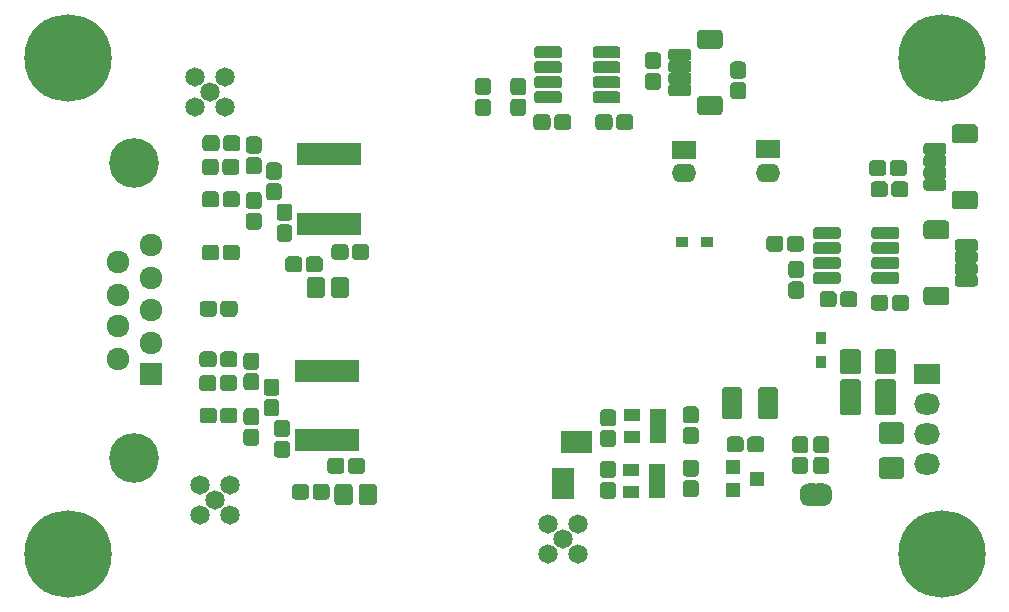
<source format=gts>
G04 #@! TF.GenerationSoftware,KiCad,Pcbnew,(5.1.5-0)*
G04 #@! TF.CreationDate,2021-08-24T11:58:41-06:00*
G04 #@! TF.ProjectId,2ch-ads,3263682d-6164-4732-9e6b-696361645f70,rev?*
G04 #@! TF.SameCoordinates,Original*
G04 #@! TF.FileFunction,Soldermask,Top*
G04 #@! TF.FilePolarity,Negative*
%FSLAX46Y46*%
G04 Gerber Fmt 4.6, Leading zero omitted, Abs format (unit mm)*
G04 Created by KiCad (PCBNEW (5.1.5-0)) date 2021-08-24 11:58:41*
%MOMM*%
%LPD*%
G04 APERTURE LIST*
%ADD10C,0.100000*%
%ADD11R,0.850000X1.900000*%
%ADD12C,1.640000*%
%ADD13R,1.900000X1.400000*%
%ADD14R,1.400000X1.900000*%
%ADD15R,1.460000X1.050000*%
%ADD16R,2.200000X1.800000*%
%ADD17O,2.200000X1.800000*%
%ADD18R,1.300000X1.200000*%
%ADD19O,2.100000X1.600000*%
%ADD20R,2.100000X1.600000*%
%ADD21R,0.850000X1.000000*%
%ADD22R,1.000000X0.850000*%
%ADD23C,4.210000*%
%ADD24R,1.920000X1.920000*%
%ADD25C,1.920000*%
%ADD26C,7.400000*%
G04 APERTURE END LIST*
D10*
G36*
X109320581Y-99576625D02*
G01*
X109353343Y-99581485D01*
X109385471Y-99589533D01*
X109416656Y-99600691D01*
X109446596Y-99614852D01*
X109475005Y-99631879D01*
X109501608Y-99651609D01*
X109526149Y-99673851D01*
X109548391Y-99698392D01*
X109568121Y-99724995D01*
X109585148Y-99753404D01*
X109599309Y-99783344D01*
X109610467Y-99814529D01*
X109618515Y-99846657D01*
X109623375Y-99879419D01*
X109625000Y-99912500D01*
X109625000Y-100587500D01*
X109623375Y-100620581D01*
X109618515Y-100653343D01*
X109610467Y-100685471D01*
X109599309Y-100716656D01*
X109585148Y-100746596D01*
X109568121Y-100775005D01*
X109548391Y-100801608D01*
X109526149Y-100826149D01*
X109501608Y-100848391D01*
X109475005Y-100868121D01*
X109446596Y-100885148D01*
X109416656Y-100899309D01*
X109385471Y-100910467D01*
X109353343Y-100918515D01*
X109320581Y-100923375D01*
X109287500Y-100925000D01*
X108512500Y-100925000D01*
X108479419Y-100923375D01*
X108446657Y-100918515D01*
X108414529Y-100910467D01*
X108383344Y-100899309D01*
X108353404Y-100885148D01*
X108324995Y-100868121D01*
X108298392Y-100848391D01*
X108273851Y-100826149D01*
X108251609Y-100801608D01*
X108231879Y-100775005D01*
X108214852Y-100746596D01*
X108200691Y-100716656D01*
X108189533Y-100685471D01*
X108181485Y-100653343D01*
X108176625Y-100620581D01*
X108175000Y-100587500D01*
X108175000Y-99912500D01*
X108176625Y-99879419D01*
X108181485Y-99846657D01*
X108189533Y-99814529D01*
X108200691Y-99783344D01*
X108214852Y-99753404D01*
X108231879Y-99724995D01*
X108251609Y-99698392D01*
X108273851Y-99673851D01*
X108298392Y-99651609D01*
X108324995Y-99631879D01*
X108353404Y-99614852D01*
X108383344Y-99600691D01*
X108414529Y-99589533D01*
X108446657Y-99581485D01*
X108479419Y-99576625D01*
X108512500Y-99575000D01*
X109287500Y-99575000D01*
X109320581Y-99576625D01*
G37*
G36*
X111070581Y-99576625D02*
G01*
X111103343Y-99581485D01*
X111135471Y-99589533D01*
X111166656Y-99600691D01*
X111196596Y-99614852D01*
X111225005Y-99631879D01*
X111251608Y-99651609D01*
X111276149Y-99673851D01*
X111298391Y-99698392D01*
X111318121Y-99724995D01*
X111335148Y-99753404D01*
X111349309Y-99783344D01*
X111360467Y-99814529D01*
X111368515Y-99846657D01*
X111373375Y-99879419D01*
X111375000Y-99912500D01*
X111375000Y-100587500D01*
X111373375Y-100620581D01*
X111368515Y-100653343D01*
X111360467Y-100685471D01*
X111349309Y-100716656D01*
X111335148Y-100746596D01*
X111318121Y-100775005D01*
X111298391Y-100801608D01*
X111276149Y-100826149D01*
X111251608Y-100848391D01*
X111225005Y-100868121D01*
X111196596Y-100885148D01*
X111166656Y-100899309D01*
X111135471Y-100910467D01*
X111103343Y-100918515D01*
X111070581Y-100923375D01*
X111037500Y-100925000D01*
X110262500Y-100925000D01*
X110229419Y-100923375D01*
X110196657Y-100918515D01*
X110164529Y-100910467D01*
X110133344Y-100899309D01*
X110103404Y-100885148D01*
X110074995Y-100868121D01*
X110048392Y-100848391D01*
X110023851Y-100826149D01*
X110001609Y-100801608D01*
X109981879Y-100775005D01*
X109964852Y-100746596D01*
X109950691Y-100716656D01*
X109939533Y-100685471D01*
X109931485Y-100653343D01*
X109926625Y-100620581D01*
X109925000Y-100587500D01*
X109925000Y-99912500D01*
X109926625Y-99879419D01*
X109931485Y-99846657D01*
X109939533Y-99814529D01*
X109950691Y-99783344D01*
X109964852Y-99753404D01*
X109981879Y-99724995D01*
X110001609Y-99698392D01*
X110023851Y-99673851D01*
X110048392Y-99651609D01*
X110074995Y-99631879D01*
X110103404Y-99614852D01*
X110133344Y-99600691D01*
X110164529Y-99589533D01*
X110196657Y-99581485D01*
X110229419Y-99576625D01*
X110262500Y-99575000D01*
X111037500Y-99575000D01*
X111070581Y-99576625D01*
G37*
G36*
X138624504Y-81856204D02*
G01*
X138648773Y-81859804D01*
X138672571Y-81865765D01*
X138695671Y-81874030D01*
X138717849Y-81884520D01*
X138738893Y-81897133D01*
X138758598Y-81911747D01*
X138776777Y-81928223D01*
X138793253Y-81946402D01*
X138807867Y-81966107D01*
X138820480Y-81987151D01*
X138830970Y-82009329D01*
X138839235Y-82032429D01*
X138845196Y-82056227D01*
X138848796Y-82080496D01*
X138850000Y-82105000D01*
X138850000Y-82605000D01*
X138848796Y-82629504D01*
X138845196Y-82653773D01*
X138839235Y-82677571D01*
X138830970Y-82700671D01*
X138820480Y-82722849D01*
X138807867Y-82743893D01*
X138793253Y-82763598D01*
X138776777Y-82781777D01*
X138758598Y-82798253D01*
X138738893Y-82812867D01*
X138717849Y-82825480D01*
X138695671Y-82835970D01*
X138672571Y-82844235D01*
X138648773Y-82850196D01*
X138624504Y-82853796D01*
X138600000Y-82855000D01*
X136750000Y-82855000D01*
X136725496Y-82853796D01*
X136701227Y-82850196D01*
X136677429Y-82844235D01*
X136654329Y-82835970D01*
X136632151Y-82825480D01*
X136611107Y-82812867D01*
X136591402Y-82798253D01*
X136573223Y-82781777D01*
X136556747Y-82763598D01*
X136542133Y-82743893D01*
X136529520Y-82722849D01*
X136519030Y-82700671D01*
X136510765Y-82677571D01*
X136504804Y-82653773D01*
X136501204Y-82629504D01*
X136500000Y-82605000D01*
X136500000Y-82105000D01*
X136501204Y-82080496D01*
X136504804Y-82056227D01*
X136510765Y-82032429D01*
X136519030Y-82009329D01*
X136529520Y-81987151D01*
X136542133Y-81966107D01*
X136556747Y-81946402D01*
X136573223Y-81928223D01*
X136591402Y-81911747D01*
X136611107Y-81897133D01*
X136632151Y-81884520D01*
X136654329Y-81874030D01*
X136677429Y-81865765D01*
X136701227Y-81859804D01*
X136725496Y-81856204D01*
X136750000Y-81855000D01*
X138600000Y-81855000D01*
X138624504Y-81856204D01*
G37*
G36*
X138624504Y-80586204D02*
G01*
X138648773Y-80589804D01*
X138672571Y-80595765D01*
X138695671Y-80604030D01*
X138717849Y-80614520D01*
X138738893Y-80627133D01*
X138758598Y-80641747D01*
X138776777Y-80658223D01*
X138793253Y-80676402D01*
X138807867Y-80696107D01*
X138820480Y-80717151D01*
X138830970Y-80739329D01*
X138839235Y-80762429D01*
X138845196Y-80786227D01*
X138848796Y-80810496D01*
X138850000Y-80835000D01*
X138850000Y-81335000D01*
X138848796Y-81359504D01*
X138845196Y-81383773D01*
X138839235Y-81407571D01*
X138830970Y-81430671D01*
X138820480Y-81452849D01*
X138807867Y-81473893D01*
X138793253Y-81493598D01*
X138776777Y-81511777D01*
X138758598Y-81528253D01*
X138738893Y-81542867D01*
X138717849Y-81555480D01*
X138695671Y-81565970D01*
X138672571Y-81574235D01*
X138648773Y-81580196D01*
X138624504Y-81583796D01*
X138600000Y-81585000D01*
X136750000Y-81585000D01*
X136725496Y-81583796D01*
X136701227Y-81580196D01*
X136677429Y-81574235D01*
X136654329Y-81565970D01*
X136632151Y-81555480D01*
X136611107Y-81542867D01*
X136591402Y-81528253D01*
X136573223Y-81511777D01*
X136556747Y-81493598D01*
X136542133Y-81473893D01*
X136529520Y-81452849D01*
X136519030Y-81430671D01*
X136510765Y-81407571D01*
X136504804Y-81383773D01*
X136501204Y-81359504D01*
X136500000Y-81335000D01*
X136500000Y-80835000D01*
X136501204Y-80810496D01*
X136504804Y-80786227D01*
X136510765Y-80762429D01*
X136519030Y-80739329D01*
X136529520Y-80717151D01*
X136542133Y-80696107D01*
X136556747Y-80676402D01*
X136573223Y-80658223D01*
X136591402Y-80641747D01*
X136611107Y-80627133D01*
X136632151Y-80614520D01*
X136654329Y-80604030D01*
X136677429Y-80595765D01*
X136701227Y-80589804D01*
X136725496Y-80586204D01*
X136750000Y-80585000D01*
X138600000Y-80585000D01*
X138624504Y-80586204D01*
G37*
G36*
X138624504Y-79316204D02*
G01*
X138648773Y-79319804D01*
X138672571Y-79325765D01*
X138695671Y-79334030D01*
X138717849Y-79344520D01*
X138738893Y-79357133D01*
X138758598Y-79371747D01*
X138776777Y-79388223D01*
X138793253Y-79406402D01*
X138807867Y-79426107D01*
X138820480Y-79447151D01*
X138830970Y-79469329D01*
X138839235Y-79492429D01*
X138845196Y-79516227D01*
X138848796Y-79540496D01*
X138850000Y-79565000D01*
X138850000Y-80065000D01*
X138848796Y-80089504D01*
X138845196Y-80113773D01*
X138839235Y-80137571D01*
X138830970Y-80160671D01*
X138820480Y-80182849D01*
X138807867Y-80203893D01*
X138793253Y-80223598D01*
X138776777Y-80241777D01*
X138758598Y-80258253D01*
X138738893Y-80272867D01*
X138717849Y-80285480D01*
X138695671Y-80295970D01*
X138672571Y-80304235D01*
X138648773Y-80310196D01*
X138624504Y-80313796D01*
X138600000Y-80315000D01*
X136750000Y-80315000D01*
X136725496Y-80313796D01*
X136701227Y-80310196D01*
X136677429Y-80304235D01*
X136654329Y-80295970D01*
X136632151Y-80285480D01*
X136611107Y-80272867D01*
X136591402Y-80258253D01*
X136573223Y-80241777D01*
X136556747Y-80223598D01*
X136542133Y-80203893D01*
X136529520Y-80182849D01*
X136519030Y-80160671D01*
X136510765Y-80137571D01*
X136504804Y-80113773D01*
X136501204Y-80089504D01*
X136500000Y-80065000D01*
X136500000Y-79565000D01*
X136501204Y-79540496D01*
X136504804Y-79516227D01*
X136510765Y-79492429D01*
X136519030Y-79469329D01*
X136529520Y-79447151D01*
X136542133Y-79426107D01*
X136556747Y-79406402D01*
X136573223Y-79388223D01*
X136591402Y-79371747D01*
X136611107Y-79357133D01*
X136632151Y-79344520D01*
X136654329Y-79334030D01*
X136677429Y-79325765D01*
X136701227Y-79319804D01*
X136725496Y-79316204D01*
X136750000Y-79315000D01*
X138600000Y-79315000D01*
X138624504Y-79316204D01*
G37*
G36*
X138624504Y-78046204D02*
G01*
X138648773Y-78049804D01*
X138672571Y-78055765D01*
X138695671Y-78064030D01*
X138717849Y-78074520D01*
X138738893Y-78087133D01*
X138758598Y-78101747D01*
X138776777Y-78118223D01*
X138793253Y-78136402D01*
X138807867Y-78156107D01*
X138820480Y-78177151D01*
X138830970Y-78199329D01*
X138839235Y-78222429D01*
X138845196Y-78246227D01*
X138848796Y-78270496D01*
X138850000Y-78295000D01*
X138850000Y-78795000D01*
X138848796Y-78819504D01*
X138845196Y-78843773D01*
X138839235Y-78867571D01*
X138830970Y-78890671D01*
X138820480Y-78912849D01*
X138807867Y-78933893D01*
X138793253Y-78953598D01*
X138776777Y-78971777D01*
X138758598Y-78988253D01*
X138738893Y-79002867D01*
X138717849Y-79015480D01*
X138695671Y-79025970D01*
X138672571Y-79034235D01*
X138648773Y-79040196D01*
X138624504Y-79043796D01*
X138600000Y-79045000D01*
X136750000Y-79045000D01*
X136725496Y-79043796D01*
X136701227Y-79040196D01*
X136677429Y-79034235D01*
X136654329Y-79025970D01*
X136632151Y-79015480D01*
X136611107Y-79002867D01*
X136591402Y-78988253D01*
X136573223Y-78971777D01*
X136556747Y-78953598D01*
X136542133Y-78933893D01*
X136529520Y-78912849D01*
X136519030Y-78890671D01*
X136510765Y-78867571D01*
X136504804Y-78843773D01*
X136501204Y-78819504D01*
X136500000Y-78795000D01*
X136500000Y-78295000D01*
X136501204Y-78270496D01*
X136504804Y-78246227D01*
X136510765Y-78222429D01*
X136519030Y-78199329D01*
X136529520Y-78177151D01*
X136542133Y-78156107D01*
X136556747Y-78136402D01*
X136573223Y-78118223D01*
X136591402Y-78101747D01*
X136611107Y-78087133D01*
X136632151Y-78074520D01*
X136654329Y-78064030D01*
X136677429Y-78055765D01*
X136701227Y-78049804D01*
X136725496Y-78046204D01*
X136750000Y-78045000D01*
X138600000Y-78045000D01*
X138624504Y-78046204D01*
G37*
G36*
X143574504Y-78046204D02*
G01*
X143598773Y-78049804D01*
X143622571Y-78055765D01*
X143645671Y-78064030D01*
X143667849Y-78074520D01*
X143688893Y-78087133D01*
X143708598Y-78101747D01*
X143726777Y-78118223D01*
X143743253Y-78136402D01*
X143757867Y-78156107D01*
X143770480Y-78177151D01*
X143780970Y-78199329D01*
X143789235Y-78222429D01*
X143795196Y-78246227D01*
X143798796Y-78270496D01*
X143800000Y-78295000D01*
X143800000Y-78795000D01*
X143798796Y-78819504D01*
X143795196Y-78843773D01*
X143789235Y-78867571D01*
X143780970Y-78890671D01*
X143770480Y-78912849D01*
X143757867Y-78933893D01*
X143743253Y-78953598D01*
X143726777Y-78971777D01*
X143708598Y-78988253D01*
X143688893Y-79002867D01*
X143667849Y-79015480D01*
X143645671Y-79025970D01*
X143622571Y-79034235D01*
X143598773Y-79040196D01*
X143574504Y-79043796D01*
X143550000Y-79045000D01*
X141700000Y-79045000D01*
X141675496Y-79043796D01*
X141651227Y-79040196D01*
X141627429Y-79034235D01*
X141604329Y-79025970D01*
X141582151Y-79015480D01*
X141561107Y-79002867D01*
X141541402Y-78988253D01*
X141523223Y-78971777D01*
X141506747Y-78953598D01*
X141492133Y-78933893D01*
X141479520Y-78912849D01*
X141469030Y-78890671D01*
X141460765Y-78867571D01*
X141454804Y-78843773D01*
X141451204Y-78819504D01*
X141450000Y-78795000D01*
X141450000Y-78295000D01*
X141451204Y-78270496D01*
X141454804Y-78246227D01*
X141460765Y-78222429D01*
X141469030Y-78199329D01*
X141479520Y-78177151D01*
X141492133Y-78156107D01*
X141506747Y-78136402D01*
X141523223Y-78118223D01*
X141541402Y-78101747D01*
X141561107Y-78087133D01*
X141582151Y-78074520D01*
X141604329Y-78064030D01*
X141627429Y-78055765D01*
X141651227Y-78049804D01*
X141675496Y-78046204D01*
X141700000Y-78045000D01*
X143550000Y-78045000D01*
X143574504Y-78046204D01*
G37*
G36*
X143574504Y-79316204D02*
G01*
X143598773Y-79319804D01*
X143622571Y-79325765D01*
X143645671Y-79334030D01*
X143667849Y-79344520D01*
X143688893Y-79357133D01*
X143708598Y-79371747D01*
X143726777Y-79388223D01*
X143743253Y-79406402D01*
X143757867Y-79426107D01*
X143770480Y-79447151D01*
X143780970Y-79469329D01*
X143789235Y-79492429D01*
X143795196Y-79516227D01*
X143798796Y-79540496D01*
X143800000Y-79565000D01*
X143800000Y-80065000D01*
X143798796Y-80089504D01*
X143795196Y-80113773D01*
X143789235Y-80137571D01*
X143780970Y-80160671D01*
X143770480Y-80182849D01*
X143757867Y-80203893D01*
X143743253Y-80223598D01*
X143726777Y-80241777D01*
X143708598Y-80258253D01*
X143688893Y-80272867D01*
X143667849Y-80285480D01*
X143645671Y-80295970D01*
X143622571Y-80304235D01*
X143598773Y-80310196D01*
X143574504Y-80313796D01*
X143550000Y-80315000D01*
X141700000Y-80315000D01*
X141675496Y-80313796D01*
X141651227Y-80310196D01*
X141627429Y-80304235D01*
X141604329Y-80295970D01*
X141582151Y-80285480D01*
X141561107Y-80272867D01*
X141541402Y-80258253D01*
X141523223Y-80241777D01*
X141506747Y-80223598D01*
X141492133Y-80203893D01*
X141479520Y-80182849D01*
X141469030Y-80160671D01*
X141460765Y-80137571D01*
X141454804Y-80113773D01*
X141451204Y-80089504D01*
X141450000Y-80065000D01*
X141450000Y-79565000D01*
X141451204Y-79540496D01*
X141454804Y-79516227D01*
X141460765Y-79492429D01*
X141469030Y-79469329D01*
X141479520Y-79447151D01*
X141492133Y-79426107D01*
X141506747Y-79406402D01*
X141523223Y-79388223D01*
X141541402Y-79371747D01*
X141561107Y-79357133D01*
X141582151Y-79344520D01*
X141604329Y-79334030D01*
X141627429Y-79325765D01*
X141651227Y-79319804D01*
X141675496Y-79316204D01*
X141700000Y-79315000D01*
X143550000Y-79315000D01*
X143574504Y-79316204D01*
G37*
G36*
X143574504Y-80586204D02*
G01*
X143598773Y-80589804D01*
X143622571Y-80595765D01*
X143645671Y-80604030D01*
X143667849Y-80614520D01*
X143688893Y-80627133D01*
X143708598Y-80641747D01*
X143726777Y-80658223D01*
X143743253Y-80676402D01*
X143757867Y-80696107D01*
X143770480Y-80717151D01*
X143780970Y-80739329D01*
X143789235Y-80762429D01*
X143795196Y-80786227D01*
X143798796Y-80810496D01*
X143800000Y-80835000D01*
X143800000Y-81335000D01*
X143798796Y-81359504D01*
X143795196Y-81383773D01*
X143789235Y-81407571D01*
X143780970Y-81430671D01*
X143770480Y-81452849D01*
X143757867Y-81473893D01*
X143743253Y-81493598D01*
X143726777Y-81511777D01*
X143708598Y-81528253D01*
X143688893Y-81542867D01*
X143667849Y-81555480D01*
X143645671Y-81565970D01*
X143622571Y-81574235D01*
X143598773Y-81580196D01*
X143574504Y-81583796D01*
X143550000Y-81585000D01*
X141700000Y-81585000D01*
X141675496Y-81583796D01*
X141651227Y-81580196D01*
X141627429Y-81574235D01*
X141604329Y-81565970D01*
X141582151Y-81555480D01*
X141561107Y-81542867D01*
X141541402Y-81528253D01*
X141523223Y-81511777D01*
X141506747Y-81493598D01*
X141492133Y-81473893D01*
X141479520Y-81452849D01*
X141469030Y-81430671D01*
X141460765Y-81407571D01*
X141454804Y-81383773D01*
X141451204Y-81359504D01*
X141450000Y-81335000D01*
X141450000Y-80835000D01*
X141451204Y-80810496D01*
X141454804Y-80786227D01*
X141460765Y-80762429D01*
X141469030Y-80739329D01*
X141479520Y-80717151D01*
X141492133Y-80696107D01*
X141506747Y-80676402D01*
X141523223Y-80658223D01*
X141541402Y-80641747D01*
X141561107Y-80627133D01*
X141582151Y-80614520D01*
X141604329Y-80604030D01*
X141627429Y-80595765D01*
X141651227Y-80589804D01*
X141675496Y-80586204D01*
X141700000Y-80585000D01*
X143550000Y-80585000D01*
X143574504Y-80586204D01*
G37*
G36*
X143574504Y-81856204D02*
G01*
X143598773Y-81859804D01*
X143622571Y-81865765D01*
X143645671Y-81874030D01*
X143667849Y-81884520D01*
X143688893Y-81897133D01*
X143708598Y-81911747D01*
X143726777Y-81928223D01*
X143743253Y-81946402D01*
X143757867Y-81966107D01*
X143770480Y-81987151D01*
X143780970Y-82009329D01*
X143789235Y-82032429D01*
X143795196Y-82056227D01*
X143798796Y-82080496D01*
X143800000Y-82105000D01*
X143800000Y-82605000D01*
X143798796Y-82629504D01*
X143795196Y-82653773D01*
X143789235Y-82677571D01*
X143780970Y-82700671D01*
X143770480Y-82722849D01*
X143757867Y-82743893D01*
X143743253Y-82763598D01*
X143726777Y-82781777D01*
X143708598Y-82798253D01*
X143688893Y-82812867D01*
X143667849Y-82825480D01*
X143645671Y-82835970D01*
X143622571Y-82844235D01*
X143598773Y-82850196D01*
X143574504Y-82853796D01*
X143550000Y-82855000D01*
X141700000Y-82855000D01*
X141675496Y-82853796D01*
X141651227Y-82850196D01*
X141627429Y-82844235D01*
X141604329Y-82835970D01*
X141582151Y-82825480D01*
X141561107Y-82812867D01*
X141541402Y-82798253D01*
X141523223Y-82781777D01*
X141506747Y-82763598D01*
X141492133Y-82743893D01*
X141479520Y-82722849D01*
X141469030Y-82700671D01*
X141460765Y-82677571D01*
X141454804Y-82653773D01*
X141451204Y-82629504D01*
X141450000Y-82605000D01*
X141450000Y-82105000D01*
X141451204Y-82080496D01*
X141454804Y-82056227D01*
X141460765Y-82032429D01*
X141469030Y-82009329D01*
X141479520Y-81987151D01*
X141492133Y-81966107D01*
X141506747Y-81946402D01*
X141523223Y-81928223D01*
X141541402Y-81911747D01*
X141561107Y-81897133D01*
X141582151Y-81884520D01*
X141604329Y-81874030D01*
X141627429Y-81865765D01*
X141651227Y-81859804D01*
X141675496Y-81856204D01*
X141700000Y-81855000D01*
X143550000Y-81855000D01*
X143574504Y-81856204D01*
G37*
G36*
X135520581Y-80726625D02*
G01*
X135553343Y-80731485D01*
X135585471Y-80739533D01*
X135616656Y-80750691D01*
X135646596Y-80764852D01*
X135675005Y-80781879D01*
X135701608Y-80801609D01*
X135726149Y-80823851D01*
X135748391Y-80848392D01*
X135768121Y-80874995D01*
X135785148Y-80903404D01*
X135799309Y-80933344D01*
X135810467Y-80964529D01*
X135818515Y-80996657D01*
X135823375Y-81029419D01*
X135825000Y-81062500D01*
X135825000Y-81837500D01*
X135823375Y-81870581D01*
X135818515Y-81903343D01*
X135810467Y-81935471D01*
X135799309Y-81966656D01*
X135785148Y-81996596D01*
X135768121Y-82025005D01*
X135748391Y-82051608D01*
X135726149Y-82076149D01*
X135701608Y-82098391D01*
X135675005Y-82118121D01*
X135646596Y-82135148D01*
X135616656Y-82149309D01*
X135585471Y-82160467D01*
X135553343Y-82168515D01*
X135520581Y-82173375D01*
X135487500Y-82175000D01*
X134812500Y-82175000D01*
X134779419Y-82173375D01*
X134746657Y-82168515D01*
X134714529Y-82160467D01*
X134683344Y-82149309D01*
X134653404Y-82135148D01*
X134624995Y-82118121D01*
X134598392Y-82098391D01*
X134573851Y-82076149D01*
X134551609Y-82051608D01*
X134531879Y-82025005D01*
X134514852Y-81996596D01*
X134500691Y-81966656D01*
X134489533Y-81935471D01*
X134481485Y-81903343D01*
X134476625Y-81870581D01*
X134475000Y-81837500D01*
X134475000Y-81062500D01*
X134476625Y-81029419D01*
X134481485Y-80996657D01*
X134489533Y-80964529D01*
X134500691Y-80933344D01*
X134514852Y-80903404D01*
X134531879Y-80874995D01*
X134551609Y-80848392D01*
X134573851Y-80823851D01*
X134598392Y-80801609D01*
X134624995Y-80781879D01*
X134653404Y-80764852D01*
X134683344Y-80750691D01*
X134714529Y-80739533D01*
X134746657Y-80731485D01*
X134779419Y-80726625D01*
X134812500Y-80725000D01*
X135487500Y-80725000D01*
X135520581Y-80726625D01*
G37*
G36*
X135520581Y-82476625D02*
G01*
X135553343Y-82481485D01*
X135585471Y-82489533D01*
X135616656Y-82500691D01*
X135646596Y-82514852D01*
X135675005Y-82531879D01*
X135701608Y-82551609D01*
X135726149Y-82573851D01*
X135748391Y-82598392D01*
X135768121Y-82624995D01*
X135785148Y-82653404D01*
X135799309Y-82683344D01*
X135810467Y-82714529D01*
X135818515Y-82746657D01*
X135823375Y-82779419D01*
X135825000Y-82812500D01*
X135825000Y-83587500D01*
X135823375Y-83620581D01*
X135818515Y-83653343D01*
X135810467Y-83685471D01*
X135799309Y-83716656D01*
X135785148Y-83746596D01*
X135768121Y-83775005D01*
X135748391Y-83801608D01*
X135726149Y-83826149D01*
X135701608Y-83848391D01*
X135675005Y-83868121D01*
X135646596Y-83885148D01*
X135616656Y-83899309D01*
X135585471Y-83910467D01*
X135553343Y-83918515D01*
X135520581Y-83923375D01*
X135487500Y-83925000D01*
X134812500Y-83925000D01*
X134779419Y-83923375D01*
X134746657Y-83918515D01*
X134714529Y-83910467D01*
X134683344Y-83899309D01*
X134653404Y-83885148D01*
X134624995Y-83868121D01*
X134598392Y-83848391D01*
X134573851Y-83826149D01*
X134551609Y-83801608D01*
X134531879Y-83775005D01*
X134514852Y-83746596D01*
X134500691Y-83716656D01*
X134489533Y-83685471D01*
X134481485Y-83653343D01*
X134476625Y-83620581D01*
X134475000Y-83587500D01*
X134475000Y-82812500D01*
X134476625Y-82779419D01*
X134481485Y-82746657D01*
X134489533Y-82714529D01*
X134500691Y-82683344D01*
X134514852Y-82653404D01*
X134531879Y-82624995D01*
X134551609Y-82598392D01*
X134573851Y-82573851D01*
X134598392Y-82551609D01*
X134624995Y-82531879D01*
X134653404Y-82514852D01*
X134683344Y-82500691D01*
X134714529Y-82489533D01*
X134746657Y-82481485D01*
X134779419Y-82476625D01*
X134812500Y-82475000D01*
X135487500Y-82475000D01*
X135520581Y-82476625D01*
G37*
G36*
X132520581Y-80726625D02*
G01*
X132553343Y-80731485D01*
X132585471Y-80739533D01*
X132616656Y-80750691D01*
X132646596Y-80764852D01*
X132675005Y-80781879D01*
X132701608Y-80801609D01*
X132726149Y-80823851D01*
X132748391Y-80848392D01*
X132768121Y-80874995D01*
X132785148Y-80903404D01*
X132799309Y-80933344D01*
X132810467Y-80964529D01*
X132818515Y-80996657D01*
X132823375Y-81029419D01*
X132825000Y-81062500D01*
X132825000Y-81837500D01*
X132823375Y-81870581D01*
X132818515Y-81903343D01*
X132810467Y-81935471D01*
X132799309Y-81966656D01*
X132785148Y-81996596D01*
X132768121Y-82025005D01*
X132748391Y-82051608D01*
X132726149Y-82076149D01*
X132701608Y-82098391D01*
X132675005Y-82118121D01*
X132646596Y-82135148D01*
X132616656Y-82149309D01*
X132585471Y-82160467D01*
X132553343Y-82168515D01*
X132520581Y-82173375D01*
X132487500Y-82175000D01*
X131812500Y-82175000D01*
X131779419Y-82173375D01*
X131746657Y-82168515D01*
X131714529Y-82160467D01*
X131683344Y-82149309D01*
X131653404Y-82135148D01*
X131624995Y-82118121D01*
X131598392Y-82098391D01*
X131573851Y-82076149D01*
X131551609Y-82051608D01*
X131531879Y-82025005D01*
X131514852Y-81996596D01*
X131500691Y-81966656D01*
X131489533Y-81935471D01*
X131481485Y-81903343D01*
X131476625Y-81870581D01*
X131475000Y-81837500D01*
X131475000Y-81062500D01*
X131476625Y-81029419D01*
X131481485Y-80996657D01*
X131489533Y-80964529D01*
X131500691Y-80933344D01*
X131514852Y-80903404D01*
X131531879Y-80874995D01*
X131551609Y-80848392D01*
X131573851Y-80823851D01*
X131598392Y-80801609D01*
X131624995Y-80781879D01*
X131653404Y-80764852D01*
X131683344Y-80750691D01*
X131714529Y-80739533D01*
X131746657Y-80731485D01*
X131779419Y-80726625D01*
X131812500Y-80725000D01*
X132487500Y-80725000D01*
X132520581Y-80726625D01*
G37*
G36*
X132520581Y-82476625D02*
G01*
X132553343Y-82481485D01*
X132585471Y-82489533D01*
X132616656Y-82500691D01*
X132646596Y-82514852D01*
X132675005Y-82531879D01*
X132701608Y-82551609D01*
X132726149Y-82573851D01*
X132748391Y-82598392D01*
X132768121Y-82624995D01*
X132785148Y-82653404D01*
X132799309Y-82683344D01*
X132810467Y-82714529D01*
X132818515Y-82746657D01*
X132823375Y-82779419D01*
X132825000Y-82812500D01*
X132825000Y-83587500D01*
X132823375Y-83620581D01*
X132818515Y-83653343D01*
X132810467Y-83685471D01*
X132799309Y-83716656D01*
X132785148Y-83746596D01*
X132768121Y-83775005D01*
X132748391Y-83801608D01*
X132726149Y-83826149D01*
X132701608Y-83848391D01*
X132675005Y-83868121D01*
X132646596Y-83885148D01*
X132616656Y-83899309D01*
X132585471Y-83910467D01*
X132553343Y-83918515D01*
X132520581Y-83923375D01*
X132487500Y-83925000D01*
X131812500Y-83925000D01*
X131779419Y-83923375D01*
X131746657Y-83918515D01*
X131714529Y-83910467D01*
X131683344Y-83899309D01*
X131653404Y-83885148D01*
X131624995Y-83868121D01*
X131598392Y-83848391D01*
X131573851Y-83826149D01*
X131551609Y-83801608D01*
X131531879Y-83775005D01*
X131514852Y-83746596D01*
X131500691Y-83716656D01*
X131489533Y-83685471D01*
X131481485Y-83653343D01*
X131476625Y-83620581D01*
X131475000Y-83587500D01*
X131475000Y-82812500D01*
X131476625Y-82779419D01*
X131481485Y-82746657D01*
X131489533Y-82714529D01*
X131500691Y-82683344D01*
X131514852Y-82653404D01*
X131531879Y-82624995D01*
X131551609Y-82598392D01*
X131573851Y-82573851D01*
X131598392Y-82551609D01*
X131624995Y-82531879D01*
X131653404Y-82514852D01*
X131683344Y-82500691D01*
X131714529Y-82489533D01*
X131746657Y-82481485D01*
X131779419Y-82476625D01*
X131812500Y-82475000D01*
X132487500Y-82475000D01*
X132520581Y-82476625D01*
G37*
G36*
X154120581Y-79326625D02*
G01*
X154153343Y-79331485D01*
X154185471Y-79339533D01*
X154216656Y-79350691D01*
X154246596Y-79364852D01*
X154275005Y-79381879D01*
X154301608Y-79401609D01*
X154326149Y-79423851D01*
X154348391Y-79448392D01*
X154368121Y-79474995D01*
X154385148Y-79503404D01*
X154399309Y-79533344D01*
X154410467Y-79564529D01*
X154418515Y-79596657D01*
X154423375Y-79629419D01*
X154425000Y-79662500D01*
X154425000Y-80437500D01*
X154423375Y-80470581D01*
X154418515Y-80503343D01*
X154410467Y-80535471D01*
X154399309Y-80566656D01*
X154385148Y-80596596D01*
X154368121Y-80625005D01*
X154348391Y-80651608D01*
X154326149Y-80676149D01*
X154301608Y-80698391D01*
X154275005Y-80718121D01*
X154246596Y-80735148D01*
X154216656Y-80749309D01*
X154185471Y-80760467D01*
X154153343Y-80768515D01*
X154120581Y-80773375D01*
X154087500Y-80775000D01*
X153412500Y-80775000D01*
X153379419Y-80773375D01*
X153346657Y-80768515D01*
X153314529Y-80760467D01*
X153283344Y-80749309D01*
X153253404Y-80735148D01*
X153224995Y-80718121D01*
X153198392Y-80698391D01*
X153173851Y-80676149D01*
X153151609Y-80651608D01*
X153131879Y-80625005D01*
X153114852Y-80596596D01*
X153100691Y-80566656D01*
X153089533Y-80535471D01*
X153081485Y-80503343D01*
X153076625Y-80470581D01*
X153075000Y-80437500D01*
X153075000Y-79662500D01*
X153076625Y-79629419D01*
X153081485Y-79596657D01*
X153089533Y-79564529D01*
X153100691Y-79533344D01*
X153114852Y-79503404D01*
X153131879Y-79474995D01*
X153151609Y-79448392D01*
X153173851Y-79423851D01*
X153198392Y-79401609D01*
X153224995Y-79381879D01*
X153253404Y-79364852D01*
X153283344Y-79350691D01*
X153314529Y-79339533D01*
X153346657Y-79331485D01*
X153379419Y-79326625D01*
X153412500Y-79325000D01*
X154087500Y-79325000D01*
X154120581Y-79326625D01*
G37*
G36*
X154120581Y-81076625D02*
G01*
X154153343Y-81081485D01*
X154185471Y-81089533D01*
X154216656Y-81100691D01*
X154246596Y-81114852D01*
X154275005Y-81131879D01*
X154301608Y-81151609D01*
X154326149Y-81173851D01*
X154348391Y-81198392D01*
X154368121Y-81224995D01*
X154385148Y-81253404D01*
X154399309Y-81283344D01*
X154410467Y-81314529D01*
X154418515Y-81346657D01*
X154423375Y-81379419D01*
X154425000Y-81412500D01*
X154425000Y-82187500D01*
X154423375Y-82220581D01*
X154418515Y-82253343D01*
X154410467Y-82285471D01*
X154399309Y-82316656D01*
X154385148Y-82346596D01*
X154368121Y-82375005D01*
X154348391Y-82401608D01*
X154326149Y-82426149D01*
X154301608Y-82448391D01*
X154275005Y-82468121D01*
X154246596Y-82485148D01*
X154216656Y-82499309D01*
X154185471Y-82510467D01*
X154153343Y-82518515D01*
X154120581Y-82523375D01*
X154087500Y-82525000D01*
X153412500Y-82525000D01*
X153379419Y-82523375D01*
X153346657Y-82518515D01*
X153314529Y-82510467D01*
X153283344Y-82499309D01*
X153253404Y-82485148D01*
X153224995Y-82468121D01*
X153198392Y-82448391D01*
X153173851Y-82426149D01*
X153151609Y-82401608D01*
X153131879Y-82375005D01*
X153114852Y-82346596D01*
X153100691Y-82316656D01*
X153089533Y-82285471D01*
X153081485Y-82253343D01*
X153076625Y-82220581D01*
X153075000Y-82187500D01*
X153075000Y-81412500D01*
X153076625Y-81379419D01*
X153081485Y-81346657D01*
X153089533Y-81314529D01*
X153100691Y-81283344D01*
X153114852Y-81253404D01*
X153131879Y-81224995D01*
X153151609Y-81198392D01*
X153173851Y-81173851D01*
X153198392Y-81151609D01*
X153224995Y-81131879D01*
X153253404Y-81114852D01*
X153283344Y-81100691D01*
X153314529Y-81089533D01*
X153346657Y-81081485D01*
X153379419Y-81076625D01*
X153412500Y-81075000D01*
X154087500Y-81075000D01*
X154120581Y-81076625D01*
G37*
G36*
X146920581Y-78526625D02*
G01*
X146953343Y-78531485D01*
X146985471Y-78539533D01*
X147016656Y-78550691D01*
X147046596Y-78564852D01*
X147075005Y-78581879D01*
X147101608Y-78601609D01*
X147126149Y-78623851D01*
X147148391Y-78648392D01*
X147168121Y-78674995D01*
X147185148Y-78703404D01*
X147199309Y-78733344D01*
X147210467Y-78764529D01*
X147218515Y-78796657D01*
X147223375Y-78829419D01*
X147225000Y-78862500D01*
X147225000Y-79637500D01*
X147223375Y-79670581D01*
X147218515Y-79703343D01*
X147210467Y-79735471D01*
X147199309Y-79766656D01*
X147185148Y-79796596D01*
X147168121Y-79825005D01*
X147148391Y-79851608D01*
X147126149Y-79876149D01*
X147101608Y-79898391D01*
X147075005Y-79918121D01*
X147046596Y-79935148D01*
X147016656Y-79949309D01*
X146985471Y-79960467D01*
X146953343Y-79968515D01*
X146920581Y-79973375D01*
X146887500Y-79975000D01*
X146212500Y-79975000D01*
X146179419Y-79973375D01*
X146146657Y-79968515D01*
X146114529Y-79960467D01*
X146083344Y-79949309D01*
X146053404Y-79935148D01*
X146024995Y-79918121D01*
X145998392Y-79898391D01*
X145973851Y-79876149D01*
X145951609Y-79851608D01*
X145931879Y-79825005D01*
X145914852Y-79796596D01*
X145900691Y-79766656D01*
X145889533Y-79735471D01*
X145881485Y-79703343D01*
X145876625Y-79670581D01*
X145875000Y-79637500D01*
X145875000Y-78862500D01*
X145876625Y-78829419D01*
X145881485Y-78796657D01*
X145889533Y-78764529D01*
X145900691Y-78733344D01*
X145914852Y-78703404D01*
X145931879Y-78674995D01*
X145951609Y-78648392D01*
X145973851Y-78623851D01*
X145998392Y-78601609D01*
X146024995Y-78581879D01*
X146053404Y-78564852D01*
X146083344Y-78550691D01*
X146114529Y-78539533D01*
X146146657Y-78531485D01*
X146179419Y-78526625D01*
X146212500Y-78525000D01*
X146887500Y-78525000D01*
X146920581Y-78526625D01*
G37*
G36*
X146920581Y-80276625D02*
G01*
X146953343Y-80281485D01*
X146985471Y-80289533D01*
X147016656Y-80300691D01*
X147046596Y-80314852D01*
X147075005Y-80331879D01*
X147101608Y-80351609D01*
X147126149Y-80373851D01*
X147148391Y-80398392D01*
X147168121Y-80424995D01*
X147185148Y-80453404D01*
X147199309Y-80483344D01*
X147210467Y-80514529D01*
X147218515Y-80546657D01*
X147223375Y-80579419D01*
X147225000Y-80612500D01*
X147225000Y-81387500D01*
X147223375Y-81420581D01*
X147218515Y-81453343D01*
X147210467Y-81485471D01*
X147199309Y-81516656D01*
X147185148Y-81546596D01*
X147168121Y-81575005D01*
X147148391Y-81601608D01*
X147126149Y-81626149D01*
X147101608Y-81648391D01*
X147075005Y-81668121D01*
X147046596Y-81685148D01*
X147016656Y-81699309D01*
X146985471Y-81710467D01*
X146953343Y-81718515D01*
X146920581Y-81723375D01*
X146887500Y-81725000D01*
X146212500Y-81725000D01*
X146179419Y-81723375D01*
X146146657Y-81718515D01*
X146114529Y-81710467D01*
X146083344Y-81699309D01*
X146053404Y-81685148D01*
X146024995Y-81668121D01*
X145998392Y-81648391D01*
X145973851Y-81626149D01*
X145951609Y-81601608D01*
X145931879Y-81575005D01*
X145914852Y-81546596D01*
X145900691Y-81516656D01*
X145889533Y-81485471D01*
X145881485Y-81453343D01*
X145876625Y-81420581D01*
X145875000Y-81387500D01*
X145875000Y-80612500D01*
X145876625Y-80579419D01*
X145881485Y-80546657D01*
X145889533Y-80514529D01*
X145900691Y-80483344D01*
X145914852Y-80453404D01*
X145931879Y-80424995D01*
X145951609Y-80398392D01*
X145973851Y-80373851D01*
X145998392Y-80351609D01*
X146024995Y-80331879D01*
X146053404Y-80314852D01*
X146083344Y-80300691D01*
X146114529Y-80289533D01*
X146146657Y-80281485D01*
X146179419Y-80276625D01*
X146212500Y-80275000D01*
X146887500Y-80275000D01*
X146920581Y-80276625D01*
G37*
G36*
X152149340Y-82251605D02*
G01*
X152181698Y-82256405D01*
X152213429Y-82264353D01*
X152244229Y-82275373D01*
X152273800Y-82289359D01*
X152301857Y-82306177D01*
X152328132Y-82325663D01*
X152352369Y-82347631D01*
X152374337Y-82371868D01*
X152393823Y-82398143D01*
X152410641Y-82426200D01*
X152424627Y-82455771D01*
X152435647Y-82486571D01*
X152443595Y-82518302D01*
X152448395Y-82550660D01*
X152450000Y-82583332D01*
X152450000Y-83516668D01*
X152448395Y-83549340D01*
X152443595Y-83581698D01*
X152435647Y-83613429D01*
X152424627Y-83644229D01*
X152410641Y-83673800D01*
X152393823Y-83701857D01*
X152374337Y-83728132D01*
X152352369Y-83752369D01*
X152328132Y-83774337D01*
X152301857Y-83793823D01*
X152273800Y-83810641D01*
X152244229Y-83824627D01*
X152213429Y-83835647D01*
X152181698Y-83843595D01*
X152149340Y-83848395D01*
X152116668Y-83850000D01*
X150583332Y-83850000D01*
X150550660Y-83848395D01*
X150518302Y-83843595D01*
X150486571Y-83835647D01*
X150455771Y-83824627D01*
X150426200Y-83810641D01*
X150398143Y-83793823D01*
X150371868Y-83774337D01*
X150347631Y-83752369D01*
X150325663Y-83728132D01*
X150306177Y-83701857D01*
X150289359Y-83673800D01*
X150275373Y-83644229D01*
X150264353Y-83613429D01*
X150256405Y-83581698D01*
X150251605Y-83549340D01*
X150250000Y-83516668D01*
X150250000Y-82583332D01*
X150251605Y-82550660D01*
X150256405Y-82518302D01*
X150264353Y-82486571D01*
X150275373Y-82455771D01*
X150289359Y-82426200D01*
X150306177Y-82398143D01*
X150325663Y-82371868D01*
X150347631Y-82347631D01*
X150371868Y-82325663D01*
X150398143Y-82306177D01*
X150426200Y-82289359D01*
X150455771Y-82275373D01*
X150486571Y-82264353D01*
X150518302Y-82256405D01*
X150550660Y-82251605D01*
X150583332Y-82250000D01*
X152116668Y-82250000D01*
X152149340Y-82251605D01*
G37*
G36*
X152149340Y-76651605D02*
G01*
X152181698Y-76656405D01*
X152213429Y-76664353D01*
X152244229Y-76675373D01*
X152273800Y-76689359D01*
X152301857Y-76706177D01*
X152328132Y-76725663D01*
X152352369Y-76747631D01*
X152374337Y-76771868D01*
X152393823Y-76798143D01*
X152410641Y-76826200D01*
X152424627Y-76855771D01*
X152435647Y-76886571D01*
X152443595Y-76918302D01*
X152448395Y-76950660D01*
X152450000Y-76983332D01*
X152450000Y-77916668D01*
X152448395Y-77949340D01*
X152443595Y-77981698D01*
X152435647Y-78013429D01*
X152424627Y-78044229D01*
X152410641Y-78073800D01*
X152393823Y-78101857D01*
X152374337Y-78128132D01*
X152352369Y-78152369D01*
X152328132Y-78174337D01*
X152301857Y-78193823D01*
X152273800Y-78210641D01*
X152244229Y-78224627D01*
X152213429Y-78235647D01*
X152181698Y-78243595D01*
X152149340Y-78248395D01*
X152116668Y-78250000D01*
X150583332Y-78250000D01*
X150550660Y-78248395D01*
X150518302Y-78243595D01*
X150486571Y-78235647D01*
X150455771Y-78224627D01*
X150426200Y-78210641D01*
X150398143Y-78193823D01*
X150371868Y-78174337D01*
X150347631Y-78152369D01*
X150325663Y-78128132D01*
X150306177Y-78101857D01*
X150289359Y-78073800D01*
X150275373Y-78044229D01*
X150264353Y-78013429D01*
X150256405Y-77981698D01*
X150251605Y-77949340D01*
X150250000Y-77916668D01*
X150250000Y-76983332D01*
X150251605Y-76950660D01*
X150256405Y-76918302D01*
X150264353Y-76886571D01*
X150275373Y-76855771D01*
X150289359Y-76826200D01*
X150306177Y-76798143D01*
X150325663Y-76771868D01*
X150347631Y-76747631D01*
X150371868Y-76725663D01*
X150398143Y-76706177D01*
X150426200Y-76689359D01*
X150455771Y-76675373D01*
X150486571Y-76664353D01*
X150518302Y-76656405D01*
X150550660Y-76651605D01*
X150583332Y-76650000D01*
X152116668Y-76650000D01*
X152149340Y-76651605D01*
G37*
G36*
X149574504Y-81251204D02*
G01*
X149598773Y-81254804D01*
X149622571Y-81260765D01*
X149645671Y-81269030D01*
X149667849Y-81279520D01*
X149688893Y-81292133D01*
X149708598Y-81306747D01*
X149726777Y-81323223D01*
X149743253Y-81341402D01*
X149757867Y-81361107D01*
X149770480Y-81382151D01*
X149780970Y-81404329D01*
X149789235Y-81427429D01*
X149795196Y-81451227D01*
X149798796Y-81475496D01*
X149800000Y-81500000D01*
X149800000Y-82000000D01*
X149798796Y-82024504D01*
X149795196Y-82048773D01*
X149789235Y-82072571D01*
X149780970Y-82095671D01*
X149770480Y-82117849D01*
X149757867Y-82138893D01*
X149743253Y-82158598D01*
X149726777Y-82176777D01*
X149708598Y-82193253D01*
X149688893Y-82207867D01*
X149667849Y-82220480D01*
X149645671Y-82230970D01*
X149622571Y-82239235D01*
X149598773Y-82245196D01*
X149574504Y-82248796D01*
X149550000Y-82250000D01*
X148100000Y-82250000D01*
X148075496Y-82248796D01*
X148051227Y-82245196D01*
X148027429Y-82239235D01*
X148004329Y-82230970D01*
X147982151Y-82220480D01*
X147961107Y-82207867D01*
X147941402Y-82193253D01*
X147923223Y-82176777D01*
X147906747Y-82158598D01*
X147892133Y-82138893D01*
X147879520Y-82117849D01*
X147869030Y-82095671D01*
X147860765Y-82072571D01*
X147854804Y-82048773D01*
X147851204Y-82024504D01*
X147850000Y-82000000D01*
X147850000Y-81500000D01*
X147851204Y-81475496D01*
X147854804Y-81451227D01*
X147860765Y-81427429D01*
X147869030Y-81404329D01*
X147879520Y-81382151D01*
X147892133Y-81361107D01*
X147906747Y-81341402D01*
X147923223Y-81323223D01*
X147941402Y-81306747D01*
X147961107Y-81292133D01*
X147982151Y-81279520D01*
X148004329Y-81269030D01*
X148027429Y-81260765D01*
X148051227Y-81254804D01*
X148075496Y-81251204D01*
X148100000Y-81250000D01*
X149550000Y-81250000D01*
X149574504Y-81251204D01*
G37*
G36*
X149574504Y-80251204D02*
G01*
X149598773Y-80254804D01*
X149622571Y-80260765D01*
X149645671Y-80269030D01*
X149667849Y-80279520D01*
X149688893Y-80292133D01*
X149708598Y-80306747D01*
X149726777Y-80323223D01*
X149743253Y-80341402D01*
X149757867Y-80361107D01*
X149770480Y-80382151D01*
X149780970Y-80404329D01*
X149789235Y-80427429D01*
X149795196Y-80451227D01*
X149798796Y-80475496D01*
X149800000Y-80500000D01*
X149800000Y-81000000D01*
X149798796Y-81024504D01*
X149795196Y-81048773D01*
X149789235Y-81072571D01*
X149780970Y-81095671D01*
X149770480Y-81117849D01*
X149757867Y-81138893D01*
X149743253Y-81158598D01*
X149726777Y-81176777D01*
X149708598Y-81193253D01*
X149688893Y-81207867D01*
X149667849Y-81220480D01*
X149645671Y-81230970D01*
X149622571Y-81239235D01*
X149598773Y-81245196D01*
X149574504Y-81248796D01*
X149550000Y-81250000D01*
X148100000Y-81250000D01*
X148075496Y-81248796D01*
X148051227Y-81245196D01*
X148027429Y-81239235D01*
X148004329Y-81230970D01*
X147982151Y-81220480D01*
X147961107Y-81207867D01*
X147941402Y-81193253D01*
X147923223Y-81176777D01*
X147906747Y-81158598D01*
X147892133Y-81138893D01*
X147879520Y-81117849D01*
X147869030Y-81095671D01*
X147860765Y-81072571D01*
X147854804Y-81048773D01*
X147851204Y-81024504D01*
X147850000Y-81000000D01*
X147850000Y-80500000D01*
X147851204Y-80475496D01*
X147854804Y-80451227D01*
X147860765Y-80427429D01*
X147869030Y-80404329D01*
X147879520Y-80382151D01*
X147892133Y-80361107D01*
X147906747Y-80341402D01*
X147923223Y-80323223D01*
X147941402Y-80306747D01*
X147961107Y-80292133D01*
X147982151Y-80279520D01*
X148004329Y-80269030D01*
X148027429Y-80260765D01*
X148051227Y-80254804D01*
X148075496Y-80251204D01*
X148100000Y-80250000D01*
X149550000Y-80250000D01*
X149574504Y-80251204D01*
G37*
G36*
X149574504Y-79251204D02*
G01*
X149598773Y-79254804D01*
X149622571Y-79260765D01*
X149645671Y-79269030D01*
X149667849Y-79279520D01*
X149688893Y-79292133D01*
X149708598Y-79306747D01*
X149726777Y-79323223D01*
X149743253Y-79341402D01*
X149757867Y-79361107D01*
X149770480Y-79382151D01*
X149780970Y-79404329D01*
X149789235Y-79427429D01*
X149795196Y-79451227D01*
X149798796Y-79475496D01*
X149800000Y-79500000D01*
X149800000Y-80000000D01*
X149798796Y-80024504D01*
X149795196Y-80048773D01*
X149789235Y-80072571D01*
X149780970Y-80095671D01*
X149770480Y-80117849D01*
X149757867Y-80138893D01*
X149743253Y-80158598D01*
X149726777Y-80176777D01*
X149708598Y-80193253D01*
X149688893Y-80207867D01*
X149667849Y-80220480D01*
X149645671Y-80230970D01*
X149622571Y-80239235D01*
X149598773Y-80245196D01*
X149574504Y-80248796D01*
X149550000Y-80250000D01*
X148100000Y-80250000D01*
X148075496Y-80248796D01*
X148051227Y-80245196D01*
X148027429Y-80239235D01*
X148004329Y-80230970D01*
X147982151Y-80220480D01*
X147961107Y-80207867D01*
X147941402Y-80193253D01*
X147923223Y-80176777D01*
X147906747Y-80158598D01*
X147892133Y-80138893D01*
X147879520Y-80117849D01*
X147869030Y-80095671D01*
X147860765Y-80072571D01*
X147854804Y-80048773D01*
X147851204Y-80024504D01*
X147850000Y-80000000D01*
X147850000Y-79500000D01*
X147851204Y-79475496D01*
X147854804Y-79451227D01*
X147860765Y-79427429D01*
X147869030Y-79404329D01*
X147879520Y-79382151D01*
X147892133Y-79361107D01*
X147906747Y-79341402D01*
X147923223Y-79323223D01*
X147941402Y-79306747D01*
X147961107Y-79292133D01*
X147982151Y-79279520D01*
X148004329Y-79269030D01*
X148027429Y-79260765D01*
X148051227Y-79254804D01*
X148075496Y-79251204D01*
X148100000Y-79250000D01*
X149550000Y-79250000D01*
X149574504Y-79251204D01*
G37*
G36*
X149574504Y-78251204D02*
G01*
X149598773Y-78254804D01*
X149622571Y-78260765D01*
X149645671Y-78269030D01*
X149667849Y-78279520D01*
X149688893Y-78292133D01*
X149708598Y-78306747D01*
X149726777Y-78323223D01*
X149743253Y-78341402D01*
X149757867Y-78361107D01*
X149770480Y-78382151D01*
X149780970Y-78404329D01*
X149789235Y-78427429D01*
X149795196Y-78451227D01*
X149798796Y-78475496D01*
X149800000Y-78500000D01*
X149800000Y-79000000D01*
X149798796Y-79024504D01*
X149795196Y-79048773D01*
X149789235Y-79072571D01*
X149780970Y-79095671D01*
X149770480Y-79117849D01*
X149757867Y-79138893D01*
X149743253Y-79158598D01*
X149726777Y-79176777D01*
X149708598Y-79193253D01*
X149688893Y-79207867D01*
X149667849Y-79220480D01*
X149645671Y-79230970D01*
X149622571Y-79239235D01*
X149598773Y-79245196D01*
X149574504Y-79248796D01*
X149550000Y-79250000D01*
X148100000Y-79250000D01*
X148075496Y-79248796D01*
X148051227Y-79245196D01*
X148027429Y-79239235D01*
X148004329Y-79230970D01*
X147982151Y-79220480D01*
X147961107Y-79207867D01*
X147941402Y-79193253D01*
X147923223Y-79176777D01*
X147906747Y-79158598D01*
X147892133Y-79138893D01*
X147879520Y-79117849D01*
X147869030Y-79095671D01*
X147860765Y-79072571D01*
X147854804Y-79048773D01*
X147851204Y-79024504D01*
X147850000Y-79000000D01*
X147850000Y-78500000D01*
X147851204Y-78475496D01*
X147854804Y-78451227D01*
X147860765Y-78427429D01*
X147869030Y-78404329D01*
X147879520Y-78382151D01*
X147892133Y-78361107D01*
X147906747Y-78341402D01*
X147923223Y-78323223D01*
X147941402Y-78306747D01*
X147961107Y-78292133D01*
X147982151Y-78279520D01*
X148004329Y-78269030D01*
X148027429Y-78260765D01*
X148051227Y-78254804D01*
X148075496Y-78251204D01*
X148100000Y-78250000D01*
X149550000Y-78250000D01*
X149574504Y-78251204D01*
G37*
D11*
X121425000Y-93100000D03*
X120775000Y-93100000D03*
X120125000Y-93100000D03*
X119475000Y-93100000D03*
X118825000Y-93100000D03*
X118175000Y-93100000D03*
X117525000Y-93100000D03*
X116875000Y-93100000D03*
X116875000Y-87200000D03*
X117525000Y-87200000D03*
X118175000Y-87200000D03*
X118825000Y-87200000D03*
X119475000Y-87200000D03*
X120125000Y-87200000D03*
X120775000Y-87200000D03*
X121425000Y-87200000D03*
X121225000Y-111400000D03*
X120575000Y-111400000D03*
X119925000Y-111400000D03*
X119275000Y-111400000D03*
X118625000Y-111400000D03*
X117975000Y-111400000D03*
X117325000Y-111400000D03*
X116675000Y-111400000D03*
X116675000Y-105500000D03*
X117325000Y-105500000D03*
X117975000Y-105500000D03*
X118625000Y-105500000D03*
X119275000Y-105500000D03*
X119925000Y-105500000D03*
X120575000Y-105500000D03*
X121225000Y-105500000D03*
D10*
G36*
X137570581Y-83776625D02*
G01*
X137603343Y-83781485D01*
X137635471Y-83789533D01*
X137666656Y-83800691D01*
X137696596Y-83814852D01*
X137725005Y-83831879D01*
X137751608Y-83851609D01*
X137776149Y-83873851D01*
X137798391Y-83898392D01*
X137818121Y-83924995D01*
X137835148Y-83953404D01*
X137849309Y-83983344D01*
X137860467Y-84014529D01*
X137868515Y-84046657D01*
X137873375Y-84079419D01*
X137875000Y-84112500D01*
X137875000Y-84787500D01*
X137873375Y-84820581D01*
X137868515Y-84853343D01*
X137860467Y-84885471D01*
X137849309Y-84916656D01*
X137835148Y-84946596D01*
X137818121Y-84975005D01*
X137798391Y-85001608D01*
X137776149Y-85026149D01*
X137751608Y-85048391D01*
X137725005Y-85068121D01*
X137696596Y-85085148D01*
X137666656Y-85099309D01*
X137635471Y-85110467D01*
X137603343Y-85118515D01*
X137570581Y-85123375D01*
X137537500Y-85125000D01*
X136762500Y-85125000D01*
X136729419Y-85123375D01*
X136696657Y-85118515D01*
X136664529Y-85110467D01*
X136633344Y-85099309D01*
X136603404Y-85085148D01*
X136574995Y-85068121D01*
X136548392Y-85048391D01*
X136523851Y-85026149D01*
X136501609Y-85001608D01*
X136481879Y-84975005D01*
X136464852Y-84946596D01*
X136450691Y-84916656D01*
X136439533Y-84885471D01*
X136431485Y-84853343D01*
X136426625Y-84820581D01*
X136425000Y-84787500D01*
X136425000Y-84112500D01*
X136426625Y-84079419D01*
X136431485Y-84046657D01*
X136439533Y-84014529D01*
X136450691Y-83983344D01*
X136464852Y-83953404D01*
X136481879Y-83924995D01*
X136501609Y-83898392D01*
X136523851Y-83873851D01*
X136548392Y-83851609D01*
X136574995Y-83831879D01*
X136603404Y-83814852D01*
X136633344Y-83800691D01*
X136664529Y-83789533D01*
X136696657Y-83781485D01*
X136729419Y-83776625D01*
X136762500Y-83775000D01*
X137537500Y-83775000D01*
X137570581Y-83776625D01*
G37*
G36*
X139320581Y-83776625D02*
G01*
X139353343Y-83781485D01*
X139385471Y-83789533D01*
X139416656Y-83800691D01*
X139446596Y-83814852D01*
X139475005Y-83831879D01*
X139501608Y-83851609D01*
X139526149Y-83873851D01*
X139548391Y-83898392D01*
X139568121Y-83924995D01*
X139585148Y-83953404D01*
X139599309Y-83983344D01*
X139610467Y-84014529D01*
X139618515Y-84046657D01*
X139623375Y-84079419D01*
X139625000Y-84112500D01*
X139625000Y-84787500D01*
X139623375Y-84820581D01*
X139618515Y-84853343D01*
X139610467Y-84885471D01*
X139599309Y-84916656D01*
X139585148Y-84946596D01*
X139568121Y-84975005D01*
X139548391Y-85001608D01*
X139526149Y-85026149D01*
X139501608Y-85048391D01*
X139475005Y-85068121D01*
X139446596Y-85085148D01*
X139416656Y-85099309D01*
X139385471Y-85110467D01*
X139353343Y-85118515D01*
X139320581Y-85123375D01*
X139287500Y-85125000D01*
X138512500Y-85125000D01*
X138479419Y-85123375D01*
X138446657Y-85118515D01*
X138414529Y-85110467D01*
X138383344Y-85099309D01*
X138353404Y-85085148D01*
X138324995Y-85068121D01*
X138298392Y-85048391D01*
X138273851Y-85026149D01*
X138251609Y-85001608D01*
X138231879Y-84975005D01*
X138214852Y-84946596D01*
X138200691Y-84916656D01*
X138189533Y-84885471D01*
X138181485Y-84853343D01*
X138176625Y-84820581D01*
X138175000Y-84787500D01*
X138175000Y-84112500D01*
X138176625Y-84079419D01*
X138181485Y-84046657D01*
X138189533Y-84014529D01*
X138200691Y-83983344D01*
X138214852Y-83953404D01*
X138231879Y-83924995D01*
X138251609Y-83898392D01*
X138273851Y-83873851D01*
X138298392Y-83851609D01*
X138324995Y-83831879D01*
X138353404Y-83814852D01*
X138383344Y-83800691D01*
X138414529Y-83789533D01*
X138446657Y-83781485D01*
X138479419Y-83776625D01*
X138512500Y-83775000D01*
X139287500Y-83775000D01*
X139320581Y-83776625D01*
G37*
G36*
X144570581Y-83776625D02*
G01*
X144603343Y-83781485D01*
X144635471Y-83789533D01*
X144666656Y-83800691D01*
X144696596Y-83814852D01*
X144725005Y-83831879D01*
X144751608Y-83851609D01*
X144776149Y-83873851D01*
X144798391Y-83898392D01*
X144818121Y-83924995D01*
X144835148Y-83953404D01*
X144849309Y-83983344D01*
X144860467Y-84014529D01*
X144868515Y-84046657D01*
X144873375Y-84079419D01*
X144875000Y-84112500D01*
X144875000Y-84787500D01*
X144873375Y-84820581D01*
X144868515Y-84853343D01*
X144860467Y-84885471D01*
X144849309Y-84916656D01*
X144835148Y-84946596D01*
X144818121Y-84975005D01*
X144798391Y-85001608D01*
X144776149Y-85026149D01*
X144751608Y-85048391D01*
X144725005Y-85068121D01*
X144696596Y-85085148D01*
X144666656Y-85099309D01*
X144635471Y-85110467D01*
X144603343Y-85118515D01*
X144570581Y-85123375D01*
X144537500Y-85125000D01*
X143762500Y-85125000D01*
X143729419Y-85123375D01*
X143696657Y-85118515D01*
X143664529Y-85110467D01*
X143633344Y-85099309D01*
X143603404Y-85085148D01*
X143574995Y-85068121D01*
X143548392Y-85048391D01*
X143523851Y-85026149D01*
X143501609Y-85001608D01*
X143481879Y-84975005D01*
X143464852Y-84946596D01*
X143450691Y-84916656D01*
X143439533Y-84885471D01*
X143431485Y-84853343D01*
X143426625Y-84820581D01*
X143425000Y-84787500D01*
X143425000Y-84112500D01*
X143426625Y-84079419D01*
X143431485Y-84046657D01*
X143439533Y-84014529D01*
X143450691Y-83983344D01*
X143464852Y-83953404D01*
X143481879Y-83924995D01*
X143501609Y-83898392D01*
X143523851Y-83873851D01*
X143548392Y-83851609D01*
X143574995Y-83831879D01*
X143603404Y-83814852D01*
X143633344Y-83800691D01*
X143664529Y-83789533D01*
X143696657Y-83781485D01*
X143729419Y-83776625D01*
X143762500Y-83775000D01*
X144537500Y-83775000D01*
X144570581Y-83776625D01*
G37*
G36*
X142820581Y-83776625D02*
G01*
X142853343Y-83781485D01*
X142885471Y-83789533D01*
X142916656Y-83800691D01*
X142946596Y-83814852D01*
X142975005Y-83831879D01*
X143001608Y-83851609D01*
X143026149Y-83873851D01*
X143048391Y-83898392D01*
X143068121Y-83924995D01*
X143085148Y-83953404D01*
X143099309Y-83983344D01*
X143110467Y-84014529D01*
X143118515Y-84046657D01*
X143123375Y-84079419D01*
X143125000Y-84112500D01*
X143125000Y-84787500D01*
X143123375Y-84820581D01*
X143118515Y-84853343D01*
X143110467Y-84885471D01*
X143099309Y-84916656D01*
X143085148Y-84946596D01*
X143068121Y-84975005D01*
X143048391Y-85001608D01*
X143026149Y-85026149D01*
X143001608Y-85048391D01*
X142975005Y-85068121D01*
X142946596Y-85085148D01*
X142916656Y-85099309D01*
X142885471Y-85110467D01*
X142853343Y-85118515D01*
X142820581Y-85123375D01*
X142787500Y-85125000D01*
X142012500Y-85125000D01*
X141979419Y-85123375D01*
X141946657Y-85118515D01*
X141914529Y-85110467D01*
X141883344Y-85099309D01*
X141853404Y-85085148D01*
X141824995Y-85068121D01*
X141798392Y-85048391D01*
X141773851Y-85026149D01*
X141751609Y-85001608D01*
X141731879Y-84975005D01*
X141714852Y-84946596D01*
X141700691Y-84916656D01*
X141689533Y-84885471D01*
X141681485Y-84853343D01*
X141676625Y-84820581D01*
X141675000Y-84787500D01*
X141675000Y-84112500D01*
X141676625Y-84079419D01*
X141681485Y-84046657D01*
X141689533Y-84014529D01*
X141700691Y-83983344D01*
X141714852Y-83953404D01*
X141731879Y-83924995D01*
X141751609Y-83898392D01*
X141773851Y-83873851D01*
X141798392Y-83851609D01*
X141824995Y-83831879D01*
X141853404Y-83814852D01*
X141883344Y-83800691D01*
X141914529Y-83789533D01*
X141946657Y-83781485D01*
X141979419Y-83776625D01*
X142012500Y-83775000D01*
X142787500Y-83775000D01*
X142820581Y-83776625D01*
G37*
G36*
X118295581Y-95826625D02*
G01*
X118328343Y-95831485D01*
X118360471Y-95839533D01*
X118391656Y-95850691D01*
X118421596Y-95864852D01*
X118450005Y-95881879D01*
X118476608Y-95901609D01*
X118501149Y-95923851D01*
X118523391Y-95948392D01*
X118543121Y-95974995D01*
X118560148Y-96003404D01*
X118574309Y-96033344D01*
X118585467Y-96064529D01*
X118593515Y-96096657D01*
X118598375Y-96129419D01*
X118600000Y-96162500D01*
X118600000Y-96837500D01*
X118598375Y-96870581D01*
X118593515Y-96903343D01*
X118585467Y-96935471D01*
X118574309Y-96966656D01*
X118560148Y-96996596D01*
X118543121Y-97025005D01*
X118523391Y-97051608D01*
X118501149Y-97076149D01*
X118476608Y-97098391D01*
X118450005Y-97118121D01*
X118421596Y-97135148D01*
X118391656Y-97149309D01*
X118360471Y-97160467D01*
X118328343Y-97168515D01*
X118295581Y-97173375D01*
X118262500Y-97175000D01*
X117487500Y-97175000D01*
X117454419Y-97173375D01*
X117421657Y-97168515D01*
X117389529Y-97160467D01*
X117358344Y-97149309D01*
X117328404Y-97135148D01*
X117299995Y-97118121D01*
X117273392Y-97098391D01*
X117248851Y-97076149D01*
X117226609Y-97051608D01*
X117206879Y-97025005D01*
X117189852Y-96996596D01*
X117175691Y-96966656D01*
X117164533Y-96935471D01*
X117156485Y-96903343D01*
X117151625Y-96870581D01*
X117150000Y-96837500D01*
X117150000Y-96162500D01*
X117151625Y-96129419D01*
X117156485Y-96096657D01*
X117164533Y-96064529D01*
X117175691Y-96033344D01*
X117189852Y-96003404D01*
X117206879Y-95974995D01*
X117226609Y-95948392D01*
X117248851Y-95923851D01*
X117273392Y-95901609D01*
X117299995Y-95881879D01*
X117328404Y-95864852D01*
X117358344Y-95850691D01*
X117389529Y-95839533D01*
X117421657Y-95831485D01*
X117454419Y-95826625D01*
X117487500Y-95825000D01*
X118262500Y-95825000D01*
X118295581Y-95826625D01*
G37*
G36*
X116545581Y-95826625D02*
G01*
X116578343Y-95831485D01*
X116610471Y-95839533D01*
X116641656Y-95850691D01*
X116671596Y-95864852D01*
X116700005Y-95881879D01*
X116726608Y-95901609D01*
X116751149Y-95923851D01*
X116773391Y-95948392D01*
X116793121Y-95974995D01*
X116810148Y-96003404D01*
X116824309Y-96033344D01*
X116835467Y-96064529D01*
X116843515Y-96096657D01*
X116848375Y-96129419D01*
X116850000Y-96162500D01*
X116850000Y-96837500D01*
X116848375Y-96870581D01*
X116843515Y-96903343D01*
X116835467Y-96935471D01*
X116824309Y-96966656D01*
X116810148Y-96996596D01*
X116793121Y-97025005D01*
X116773391Y-97051608D01*
X116751149Y-97076149D01*
X116726608Y-97098391D01*
X116700005Y-97118121D01*
X116671596Y-97135148D01*
X116641656Y-97149309D01*
X116610471Y-97160467D01*
X116578343Y-97168515D01*
X116545581Y-97173375D01*
X116512500Y-97175000D01*
X115737500Y-97175000D01*
X115704419Y-97173375D01*
X115671657Y-97168515D01*
X115639529Y-97160467D01*
X115608344Y-97149309D01*
X115578404Y-97135148D01*
X115549995Y-97118121D01*
X115523392Y-97098391D01*
X115498851Y-97076149D01*
X115476609Y-97051608D01*
X115456879Y-97025005D01*
X115439852Y-96996596D01*
X115425691Y-96966656D01*
X115414533Y-96935471D01*
X115406485Y-96903343D01*
X115401625Y-96870581D01*
X115400000Y-96837500D01*
X115400000Y-96162500D01*
X115401625Y-96129419D01*
X115406485Y-96096657D01*
X115414533Y-96064529D01*
X115425691Y-96033344D01*
X115439852Y-96003404D01*
X115456879Y-95974995D01*
X115476609Y-95948392D01*
X115498851Y-95923851D01*
X115523392Y-95901609D01*
X115549995Y-95881879D01*
X115578404Y-95864852D01*
X115608344Y-95850691D01*
X115639529Y-95839533D01*
X115671657Y-95831485D01*
X115704419Y-95826625D01*
X115737500Y-95825000D01*
X116512500Y-95825000D01*
X116545581Y-95826625D01*
G37*
G36*
X122220581Y-94776625D02*
G01*
X122253343Y-94781485D01*
X122285471Y-94789533D01*
X122316656Y-94800691D01*
X122346596Y-94814852D01*
X122375005Y-94831879D01*
X122401608Y-94851609D01*
X122426149Y-94873851D01*
X122448391Y-94898392D01*
X122468121Y-94924995D01*
X122485148Y-94953404D01*
X122499309Y-94983344D01*
X122510467Y-95014529D01*
X122518515Y-95046657D01*
X122523375Y-95079419D01*
X122525000Y-95112500D01*
X122525000Y-95787500D01*
X122523375Y-95820581D01*
X122518515Y-95853343D01*
X122510467Y-95885471D01*
X122499309Y-95916656D01*
X122485148Y-95946596D01*
X122468121Y-95975005D01*
X122448391Y-96001608D01*
X122426149Y-96026149D01*
X122401608Y-96048391D01*
X122375005Y-96068121D01*
X122346596Y-96085148D01*
X122316656Y-96099309D01*
X122285471Y-96110467D01*
X122253343Y-96118515D01*
X122220581Y-96123375D01*
X122187500Y-96125000D01*
X121412500Y-96125000D01*
X121379419Y-96123375D01*
X121346657Y-96118515D01*
X121314529Y-96110467D01*
X121283344Y-96099309D01*
X121253404Y-96085148D01*
X121224995Y-96068121D01*
X121198392Y-96048391D01*
X121173851Y-96026149D01*
X121151609Y-96001608D01*
X121131879Y-95975005D01*
X121114852Y-95946596D01*
X121100691Y-95916656D01*
X121089533Y-95885471D01*
X121081485Y-95853343D01*
X121076625Y-95820581D01*
X121075000Y-95787500D01*
X121075000Y-95112500D01*
X121076625Y-95079419D01*
X121081485Y-95046657D01*
X121089533Y-95014529D01*
X121100691Y-94983344D01*
X121114852Y-94953404D01*
X121131879Y-94924995D01*
X121151609Y-94898392D01*
X121173851Y-94873851D01*
X121198392Y-94851609D01*
X121224995Y-94831879D01*
X121253404Y-94814852D01*
X121283344Y-94800691D01*
X121314529Y-94789533D01*
X121346657Y-94781485D01*
X121379419Y-94776625D01*
X121412500Y-94775000D01*
X122187500Y-94775000D01*
X122220581Y-94776625D01*
G37*
G36*
X120470581Y-94776625D02*
G01*
X120503343Y-94781485D01*
X120535471Y-94789533D01*
X120566656Y-94800691D01*
X120596596Y-94814852D01*
X120625005Y-94831879D01*
X120651608Y-94851609D01*
X120676149Y-94873851D01*
X120698391Y-94898392D01*
X120718121Y-94924995D01*
X120735148Y-94953404D01*
X120749309Y-94983344D01*
X120760467Y-95014529D01*
X120768515Y-95046657D01*
X120773375Y-95079419D01*
X120775000Y-95112500D01*
X120775000Y-95787500D01*
X120773375Y-95820581D01*
X120768515Y-95853343D01*
X120760467Y-95885471D01*
X120749309Y-95916656D01*
X120735148Y-95946596D01*
X120718121Y-95975005D01*
X120698391Y-96001608D01*
X120676149Y-96026149D01*
X120651608Y-96048391D01*
X120625005Y-96068121D01*
X120596596Y-96085148D01*
X120566656Y-96099309D01*
X120535471Y-96110467D01*
X120503343Y-96118515D01*
X120470581Y-96123375D01*
X120437500Y-96125000D01*
X119662500Y-96125000D01*
X119629419Y-96123375D01*
X119596657Y-96118515D01*
X119564529Y-96110467D01*
X119533344Y-96099309D01*
X119503404Y-96085148D01*
X119474995Y-96068121D01*
X119448392Y-96048391D01*
X119423851Y-96026149D01*
X119401609Y-96001608D01*
X119381879Y-95975005D01*
X119364852Y-95946596D01*
X119350691Y-95916656D01*
X119339533Y-95885471D01*
X119331485Y-95853343D01*
X119326625Y-95820581D01*
X119325000Y-95787500D01*
X119325000Y-95112500D01*
X119326625Y-95079419D01*
X119331485Y-95046657D01*
X119339533Y-95014529D01*
X119350691Y-94983344D01*
X119364852Y-94953404D01*
X119381879Y-94924995D01*
X119401609Y-94898392D01*
X119423851Y-94873851D01*
X119448392Y-94851609D01*
X119474995Y-94831879D01*
X119503404Y-94814852D01*
X119533344Y-94800691D01*
X119564529Y-94789533D01*
X119596657Y-94781485D01*
X119629419Y-94776625D01*
X119662500Y-94775000D01*
X120437500Y-94775000D01*
X120470581Y-94776625D01*
G37*
G36*
X115720581Y-91376625D02*
G01*
X115753343Y-91381485D01*
X115785471Y-91389533D01*
X115816656Y-91400691D01*
X115846596Y-91414852D01*
X115875005Y-91431879D01*
X115901608Y-91451609D01*
X115926149Y-91473851D01*
X115948391Y-91498392D01*
X115968121Y-91524995D01*
X115985148Y-91553404D01*
X115999309Y-91583344D01*
X116010467Y-91614529D01*
X116018515Y-91646657D01*
X116023375Y-91679419D01*
X116025000Y-91712500D01*
X116025000Y-92487500D01*
X116023375Y-92520581D01*
X116018515Y-92553343D01*
X116010467Y-92585471D01*
X115999309Y-92616656D01*
X115985148Y-92646596D01*
X115968121Y-92675005D01*
X115948391Y-92701608D01*
X115926149Y-92726149D01*
X115901608Y-92748391D01*
X115875005Y-92768121D01*
X115846596Y-92785148D01*
X115816656Y-92799309D01*
X115785471Y-92810467D01*
X115753343Y-92818515D01*
X115720581Y-92823375D01*
X115687500Y-92825000D01*
X115012500Y-92825000D01*
X114979419Y-92823375D01*
X114946657Y-92818515D01*
X114914529Y-92810467D01*
X114883344Y-92799309D01*
X114853404Y-92785148D01*
X114824995Y-92768121D01*
X114798392Y-92748391D01*
X114773851Y-92726149D01*
X114751609Y-92701608D01*
X114731879Y-92675005D01*
X114714852Y-92646596D01*
X114700691Y-92616656D01*
X114689533Y-92585471D01*
X114681485Y-92553343D01*
X114676625Y-92520581D01*
X114675000Y-92487500D01*
X114675000Y-91712500D01*
X114676625Y-91679419D01*
X114681485Y-91646657D01*
X114689533Y-91614529D01*
X114700691Y-91583344D01*
X114714852Y-91553404D01*
X114731879Y-91524995D01*
X114751609Y-91498392D01*
X114773851Y-91473851D01*
X114798392Y-91451609D01*
X114824995Y-91431879D01*
X114853404Y-91414852D01*
X114883344Y-91400691D01*
X114914529Y-91389533D01*
X114946657Y-91381485D01*
X114979419Y-91376625D01*
X115012500Y-91375000D01*
X115687500Y-91375000D01*
X115720581Y-91376625D01*
G37*
G36*
X115720581Y-93126625D02*
G01*
X115753343Y-93131485D01*
X115785471Y-93139533D01*
X115816656Y-93150691D01*
X115846596Y-93164852D01*
X115875005Y-93181879D01*
X115901608Y-93201609D01*
X115926149Y-93223851D01*
X115948391Y-93248392D01*
X115968121Y-93274995D01*
X115985148Y-93303404D01*
X115999309Y-93333344D01*
X116010467Y-93364529D01*
X116018515Y-93396657D01*
X116023375Y-93429419D01*
X116025000Y-93462500D01*
X116025000Y-94237500D01*
X116023375Y-94270581D01*
X116018515Y-94303343D01*
X116010467Y-94335471D01*
X115999309Y-94366656D01*
X115985148Y-94396596D01*
X115968121Y-94425005D01*
X115948391Y-94451608D01*
X115926149Y-94476149D01*
X115901608Y-94498391D01*
X115875005Y-94518121D01*
X115846596Y-94535148D01*
X115816656Y-94549309D01*
X115785471Y-94560467D01*
X115753343Y-94568515D01*
X115720581Y-94573375D01*
X115687500Y-94575000D01*
X115012500Y-94575000D01*
X114979419Y-94573375D01*
X114946657Y-94568515D01*
X114914529Y-94560467D01*
X114883344Y-94549309D01*
X114853404Y-94535148D01*
X114824995Y-94518121D01*
X114798392Y-94498391D01*
X114773851Y-94476149D01*
X114751609Y-94451608D01*
X114731879Y-94425005D01*
X114714852Y-94396596D01*
X114700691Y-94366656D01*
X114689533Y-94335471D01*
X114681485Y-94303343D01*
X114676625Y-94270581D01*
X114675000Y-94237500D01*
X114675000Y-93462500D01*
X114676625Y-93429419D01*
X114681485Y-93396657D01*
X114689533Y-93364529D01*
X114700691Y-93333344D01*
X114714852Y-93303404D01*
X114731879Y-93274995D01*
X114751609Y-93248392D01*
X114773851Y-93223851D01*
X114798392Y-93201609D01*
X114824995Y-93181879D01*
X114853404Y-93164852D01*
X114883344Y-93150691D01*
X114914529Y-93139533D01*
X114946657Y-93131485D01*
X114979419Y-93126625D01*
X115012500Y-93125000D01*
X115687500Y-93125000D01*
X115720581Y-93126625D01*
G37*
G36*
X114820581Y-89626625D02*
G01*
X114853343Y-89631485D01*
X114885471Y-89639533D01*
X114916656Y-89650691D01*
X114946596Y-89664852D01*
X114975005Y-89681879D01*
X115001608Y-89701609D01*
X115026149Y-89723851D01*
X115048391Y-89748392D01*
X115068121Y-89774995D01*
X115085148Y-89803404D01*
X115099309Y-89833344D01*
X115110467Y-89864529D01*
X115118515Y-89896657D01*
X115123375Y-89929419D01*
X115125000Y-89962500D01*
X115125000Y-90737500D01*
X115123375Y-90770581D01*
X115118515Y-90803343D01*
X115110467Y-90835471D01*
X115099309Y-90866656D01*
X115085148Y-90896596D01*
X115068121Y-90925005D01*
X115048391Y-90951608D01*
X115026149Y-90976149D01*
X115001608Y-90998391D01*
X114975005Y-91018121D01*
X114946596Y-91035148D01*
X114916656Y-91049309D01*
X114885471Y-91060467D01*
X114853343Y-91068515D01*
X114820581Y-91073375D01*
X114787500Y-91075000D01*
X114112500Y-91075000D01*
X114079419Y-91073375D01*
X114046657Y-91068515D01*
X114014529Y-91060467D01*
X113983344Y-91049309D01*
X113953404Y-91035148D01*
X113924995Y-91018121D01*
X113898392Y-90998391D01*
X113873851Y-90976149D01*
X113851609Y-90951608D01*
X113831879Y-90925005D01*
X113814852Y-90896596D01*
X113800691Y-90866656D01*
X113789533Y-90835471D01*
X113781485Y-90803343D01*
X113776625Y-90770581D01*
X113775000Y-90737500D01*
X113775000Y-89962500D01*
X113776625Y-89929419D01*
X113781485Y-89896657D01*
X113789533Y-89864529D01*
X113800691Y-89833344D01*
X113814852Y-89803404D01*
X113831879Y-89774995D01*
X113851609Y-89748392D01*
X113873851Y-89723851D01*
X113898392Y-89701609D01*
X113924995Y-89681879D01*
X113953404Y-89664852D01*
X113983344Y-89650691D01*
X114014529Y-89639533D01*
X114046657Y-89631485D01*
X114079419Y-89626625D01*
X114112500Y-89625000D01*
X114787500Y-89625000D01*
X114820581Y-89626625D01*
G37*
G36*
X114820581Y-87876625D02*
G01*
X114853343Y-87881485D01*
X114885471Y-87889533D01*
X114916656Y-87900691D01*
X114946596Y-87914852D01*
X114975005Y-87931879D01*
X115001608Y-87951609D01*
X115026149Y-87973851D01*
X115048391Y-87998392D01*
X115068121Y-88024995D01*
X115085148Y-88053404D01*
X115099309Y-88083344D01*
X115110467Y-88114529D01*
X115118515Y-88146657D01*
X115123375Y-88179419D01*
X115125000Y-88212500D01*
X115125000Y-88987500D01*
X115123375Y-89020581D01*
X115118515Y-89053343D01*
X115110467Y-89085471D01*
X115099309Y-89116656D01*
X115085148Y-89146596D01*
X115068121Y-89175005D01*
X115048391Y-89201608D01*
X115026149Y-89226149D01*
X115001608Y-89248391D01*
X114975005Y-89268121D01*
X114946596Y-89285148D01*
X114916656Y-89299309D01*
X114885471Y-89310467D01*
X114853343Y-89318515D01*
X114820581Y-89323375D01*
X114787500Y-89325000D01*
X114112500Y-89325000D01*
X114079419Y-89323375D01*
X114046657Y-89318515D01*
X114014529Y-89310467D01*
X113983344Y-89299309D01*
X113953404Y-89285148D01*
X113924995Y-89268121D01*
X113898392Y-89248391D01*
X113873851Y-89226149D01*
X113851609Y-89201608D01*
X113831879Y-89175005D01*
X113814852Y-89146596D01*
X113800691Y-89116656D01*
X113789533Y-89085471D01*
X113781485Y-89053343D01*
X113776625Y-89020581D01*
X113775000Y-88987500D01*
X113775000Y-88212500D01*
X113776625Y-88179419D01*
X113781485Y-88146657D01*
X113789533Y-88114529D01*
X113800691Y-88083344D01*
X113814852Y-88053404D01*
X113831879Y-88024995D01*
X113851609Y-87998392D01*
X113873851Y-87973851D01*
X113898392Y-87951609D01*
X113924995Y-87931879D01*
X113953404Y-87914852D01*
X113983344Y-87900691D01*
X114014529Y-87889533D01*
X114046657Y-87881485D01*
X114079419Y-87876625D01*
X114112500Y-87875000D01*
X114787500Y-87875000D01*
X114820581Y-87876625D01*
G37*
G36*
X113120581Y-92126625D02*
G01*
X113153343Y-92131485D01*
X113185471Y-92139533D01*
X113216656Y-92150691D01*
X113246596Y-92164852D01*
X113275005Y-92181879D01*
X113301608Y-92201609D01*
X113326149Y-92223851D01*
X113348391Y-92248392D01*
X113368121Y-92274995D01*
X113385148Y-92303404D01*
X113399309Y-92333344D01*
X113410467Y-92364529D01*
X113418515Y-92396657D01*
X113423375Y-92429419D01*
X113425000Y-92462500D01*
X113425000Y-93237500D01*
X113423375Y-93270581D01*
X113418515Y-93303343D01*
X113410467Y-93335471D01*
X113399309Y-93366656D01*
X113385148Y-93396596D01*
X113368121Y-93425005D01*
X113348391Y-93451608D01*
X113326149Y-93476149D01*
X113301608Y-93498391D01*
X113275005Y-93518121D01*
X113246596Y-93535148D01*
X113216656Y-93549309D01*
X113185471Y-93560467D01*
X113153343Y-93568515D01*
X113120581Y-93573375D01*
X113087500Y-93575000D01*
X112412500Y-93575000D01*
X112379419Y-93573375D01*
X112346657Y-93568515D01*
X112314529Y-93560467D01*
X112283344Y-93549309D01*
X112253404Y-93535148D01*
X112224995Y-93518121D01*
X112198392Y-93498391D01*
X112173851Y-93476149D01*
X112151609Y-93451608D01*
X112131879Y-93425005D01*
X112114852Y-93396596D01*
X112100691Y-93366656D01*
X112089533Y-93335471D01*
X112081485Y-93303343D01*
X112076625Y-93270581D01*
X112075000Y-93237500D01*
X112075000Y-92462500D01*
X112076625Y-92429419D01*
X112081485Y-92396657D01*
X112089533Y-92364529D01*
X112100691Y-92333344D01*
X112114852Y-92303404D01*
X112131879Y-92274995D01*
X112151609Y-92248392D01*
X112173851Y-92223851D01*
X112198392Y-92201609D01*
X112224995Y-92181879D01*
X112253404Y-92164852D01*
X112283344Y-92150691D01*
X112314529Y-92139533D01*
X112346657Y-92131485D01*
X112379419Y-92126625D01*
X112412500Y-92125000D01*
X113087500Y-92125000D01*
X113120581Y-92126625D01*
G37*
G36*
X113120581Y-90376625D02*
G01*
X113153343Y-90381485D01*
X113185471Y-90389533D01*
X113216656Y-90400691D01*
X113246596Y-90414852D01*
X113275005Y-90431879D01*
X113301608Y-90451609D01*
X113326149Y-90473851D01*
X113348391Y-90498392D01*
X113368121Y-90524995D01*
X113385148Y-90553404D01*
X113399309Y-90583344D01*
X113410467Y-90614529D01*
X113418515Y-90646657D01*
X113423375Y-90679419D01*
X113425000Y-90712500D01*
X113425000Y-91487500D01*
X113423375Y-91520581D01*
X113418515Y-91553343D01*
X113410467Y-91585471D01*
X113399309Y-91616656D01*
X113385148Y-91646596D01*
X113368121Y-91675005D01*
X113348391Y-91701608D01*
X113326149Y-91726149D01*
X113301608Y-91748391D01*
X113275005Y-91768121D01*
X113246596Y-91785148D01*
X113216656Y-91799309D01*
X113185471Y-91810467D01*
X113153343Y-91818515D01*
X113120581Y-91823375D01*
X113087500Y-91825000D01*
X112412500Y-91825000D01*
X112379419Y-91823375D01*
X112346657Y-91818515D01*
X112314529Y-91810467D01*
X112283344Y-91799309D01*
X112253404Y-91785148D01*
X112224995Y-91768121D01*
X112198392Y-91748391D01*
X112173851Y-91726149D01*
X112151609Y-91701608D01*
X112131879Y-91675005D01*
X112114852Y-91646596D01*
X112100691Y-91616656D01*
X112089533Y-91585471D01*
X112081485Y-91553343D01*
X112076625Y-91520581D01*
X112075000Y-91487500D01*
X112075000Y-90712500D01*
X112076625Y-90679419D01*
X112081485Y-90646657D01*
X112089533Y-90614529D01*
X112100691Y-90583344D01*
X112114852Y-90553404D01*
X112131879Y-90524995D01*
X112151609Y-90498392D01*
X112173851Y-90473851D01*
X112198392Y-90451609D01*
X112224995Y-90431879D01*
X112253404Y-90414852D01*
X112283344Y-90400691D01*
X112314529Y-90389533D01*
X112346657Y-90381485D01*
X112379419Y-90376625D01*
X112412500Y-90375000D01*
X113087500Y-90375000D01*
X113120581Y-90376625D01*
G37*
G36*
X113120581Y-87426625D02*
G01*
X113153343Y-87431485D01*
X113185471Y-87439533D01*
X113216656Y-87450691D01*
X113246596Y-87464852D01*
X113275005Y-87481879D01*
X113301608Y-87501609D01*
X113326149Y-87523851D01*
X113348391Y-87548392D01*
X113368121Y-87574995D01*
X113385148Y-87603404D01*
X113399309Y-87633344D01*
X113410467Y-87664529D01*
X113418515Y-87696657D01*
X113423375Y-87729419D01*
X113425000Y-87762500D01*
X113425000Y-88537500D01*
X113423375Y-88570581D01*
X113418515Y-88603343D01*
X113410467Y-88635471D01*
X113399309Y-88666656D01*
X113385148Y-88696596D01*
X113368121Y-88725005D01*
X113348391Y-88751608D01*
X113326149Y-88776149D01*
X113301608Y-88798391D01*
X113275005Y-88818121D01*
X113246596Y-88835148D01*
X113216656Y-88849309D01*
X113185471Y-88860467D01*
X113153343Y-88868515D01*
X113120581Y-88873375D01*
X113087500Y-88875000D01*
X112412500Y-88875000D01*
X112379419Y-88873375D01*
X112346657Y-88868515D01*
X112314529Y-88860467D01*
X112283344Y-88849309D01*
X112253404Y-88835148D01*
X112224995Y-88818121D01*
X112198392Y-88798391D01*
X112173851Y-88776149D01*
X112151609Y-88751608D01*
X112131879Y-88725005D01*
X112114852Y-88696596D01*
X112100691Y-88666656D01*
X112089533Y-88635471D01*
X112081485Y-88603343D01*
X112076625Y-88570581D01*
X112075000Y-88537500D01*
X112075000Y-87762500D01*
X112076625Y-87729419D01*
X112081485Y-87696657D01*
X112089533Y-87664529D01*
X112100691Y-87633344D01*
X112114852Y-87603404D01*
X112131879Y-87574995D01*
X112151609Y-87548392D01*
X112173851Y-87523851D01*
X112198392Y-87501609D01*
X112224995Y-87481879D01*
X112253404Y-87464852D01*
X112283344Y-87450691D01*
X112314529Y-87439533D01*
X112346657Y-87431485D01*
X112379419Y-87426625D01*
X112412500Y-87425000D01*
X113087500Y-87425000D01*
X113120581Y-87426625D01*
G37*
G36*
X113120581Y-85676625D02*
G01*
X113153343Y-85681485D01*
X113185471Y-85689533D01*
X113216656Y-85700691D01*
X113246596Y-85714852D01*
X113275005Y-85731879D01*
X113301608Y-85751609D01*
X113326149Y-85773851D01*
X113348391Y-85798392D01*
X113368121Y-85824995D01*
X113385148Y-85853404D01*
X113399309Y-85883344D01*
X113410467Y-85914529D01*
X113418515Y-85946657D01*
X113423375Y-85979419D01*
X113425000Y-86012500D01*
X113425000Y-86787500D01*
X113423375Y-86820581D01*
X113418515Y-86853343D01*
X113410467Y-86885471D01*
X113399309Y-86916656D01*
X113385148Y-86946596D01*
X113368121Y-86975005D01*
X113348391Y-87001608D01*
X113326149Y-87026149D01*
X113301608Y-87048391D01*
X113275005Y-87068121D01*
X113246596Y-87085148D01*
X113216656Y-87099309D01*
X113185471Y-87110467D01*
X113153343Y-87118515D01*
X113120581Y-87123375D01*
X113087500Y-87125000D01*
X112412500Y-87125000D01*
X112379419Y-87123375D01*
X112346657Y-87118515D01*
X112314529Y-87110467D01*
X112283344Y-87099309D01*
X112253404Y-87085148D01*
X112224995Y-87068121D01*
X112198392Y-87048391D01*
X112173851Y-87026149D01*
X112151609Y-87001608D01*
X112131879Y-86975005D01*
X112114852Y-86946596D01*
X112100691Y-86916656D01*
X112089533Y-86885471D01*
X112081485Y-86853343D01*
X112076625Y-86820581D01*
X112075000Y-86787500D01*
X112075000Y-86012500D01*
X112076625Y-85979419D01*
X112081485Y-85946657D01*
X112089533Y-85914529D01*
X112100691Y-85883344D01*
X112114852Y-85853404D01*
X112131879Y-85824995D01*
X112151609Y-85798392D01*
X112173851Y-85773851D01*
X112198392Y-85751609D01*
X112224995Y-85731879D01*
X112253404Y-85714852D01*
X112283344Y-85700691D01*
X112314529Y-85689533D01*
X112346657Y-85681485D01*
X112379419Y-85676625D01*
X112412500Y-85675000D01*
X113087500Y-85675000D01*
X113120581Y-85676625D01*
G37*
G36*
X118870581Y-115076625D02*
G01*
X118903343Y-115081485D01*
X118935471Y-115089533D01*
X118966656Y-115100691D01*
X118996596Y-115114852D01*
X119025005Y-115131879D01*
X119051608Y-115151609D01*
X119076149Y-115173851D01*
X119098391Y-115198392D01*
X119118121Y-115224995D01*
X119135148Y-115253404D01*
X119149309Y-115283344D01*
X119160467Y-115314529D01*
X119168515Y-115346657D01*
X119173375Y-115379419D01*
X119175000Y-115412500D01*
X119175000Y-116087500D01*
X119173375Y-116120581D01*
X119168515Y-116153343D01*
X119160467Y-116185471D01*
X119149309Y-116216656D01*
X119135148Y-116246596D01*
X119118121Y-116275005D01*
X119098391Y-116301608D01*
X119076149Y-116326149D01*
X119051608Y-116348391D01*
X119025005Y-116368121D01*
X118996596Y-116385148D01*
X118966656Y-116399309D01*
X118935471Y-116410467D01*
X118903343Y-116418515D01*
X118870581Y-116423375D01*
X118837500Y-116425000D01*
X118062500Y-116425000D01*
X118029419Y-116423375D01*
X117996657Y-116418515D01*
X117964529Y-116410467D01*
X117933344Y-116399309D01*
X117903404Y-116385148D01*
X117874995Y-116368121D01*
X117848392Y-116348391D01*
X117823851Y-116326149D01*
X117801609Y-116301608D01*
X117781879Y-116275005D01*
X117764852Y-116246596D01*
X117750691Y-116216656D01*
X117739533Y-116185471D01*
X117731485Y-116153343D01*
X117726625Y-116120581D01*
X117725000Y-116087500D01*
X117725000Y-115412500D01*
X117726625Y-115379419D01*
X117731485Y-115346657D01*
X117739533Y-115314529D01*
X117750691Y-115283344D01*
X117764852Y-115253404D01*
X117781879Y-115224995D01*
X117801609Y-115198392D01*
X117823851Y-115173851D01*
X117848392Y-115151609D01*
X117874995Y-115131879D01*
X117903404Y-115114852D01*
X117933344Y-115100691D01*
X117964529Y-115089533D01*
X117996657Y-115081485D01*
X118029419Y-115076625D01*
X118062500Y-115075000D01*
X118837500Y-115075000D01*
X118870581Y-115076625D01*
G37*
G36*
X117120581Y-115076625D02*
G01*
X117153343Y-115081485D01*
X117185471Y-115089533D01*
X117216656Y-115100691D01*
X117246596Y-115114852D01*
X117275005Y-115131879D01*
X117301608Y-115151609D01*
X117326149Y-115173851D01*
X117348391Y-115198392D01*
X117368121Y-115224995D01*
X117385148Y-115253404D01*
X117399309Y-115283344D01*
X117410467Y-115314529D01*
X117418515Y-115346657D01*
X117423375Y-115379419D01*
X117425000Y-115412500D01*
X117425000Y-116087500D01*
X117423375Y-116120581D01*
X117418515Y-116153343D01*
X117410467Y-116185471D01*
X117399309Y-116216656D01*
X117385148Y-116246596D01*
X117368121Y-116275005D01*
X117348391Y-116301608D01*
X117326149Y-116326149D01*
X117301608Y-116348391D01*
X117275005Y-116368121D01*
X117246596Y-116385148D01*
X117216656Y-116399309D01*
X117185471Y-116410467D01*
X117153343Y-116418515D01*
X117120581Y-116423375D01*
X117087500Y-116425000D01*
X116312500Y-116425000D01*
X116279419Y-116423375D01*
X116246657Y-116418515D01*
X116214529Y-116410467D01*
X116183344Y-116399309D01*
X116153404Y-116385148D01*
X116124995Y-116368121D01*
X116098392Y-116348391D01*
X116073851Y-116326149D01*
X116051609Y-116301608D01*
X116031879Y-116275005D01*
X116014852Y-116246596D01*
X116000691Y-116216656D01*
X115989533Y-116185471D01*
X115981485Y-116153343D01*
X115976625Y-116120581D01*
X115975000Y-116087500D01*
X115975000Y-115412500D01*
X115976625Y-115379419D01*
X115981485Y-115346657D01*
X115989533Y-115314529D01*
X116000691Y-115283344D01*
X116014852Y-115253404D01*
X116031879Y-115224995D01*
X116051609Y-115198392D01*
X116073851Y-115173851D01*
X116098392Y-115151609D01*
X116124995Y-115131879D01*
X116153404Y-115114852D01*
X116183344Y-115100691D01*
X116214529Y-115089533D01*
X116246657Y-115081485D01*
X116279419Y-115076625D01*
X116312500Y-115075000D01*
X117087500Y-115075000D01*
X117120581Y-115076625D01*
G37*
G36*
X121870581Y-112876625D02*
G01*
X121903343Y-112881485D01*
X121935471Y-112889533D01*
X121966656Y-112900691D01*
X121996596Y-112914852D01*
X122025005Y-112931879D01*
X122051608Y-112951609D01*
X122076149Y-112973851D01*
X122098391Y-112998392D01*
X122118121Y-113024995D01*
X122135148Y-113053404D01*
X122149309Y-113083344D01*
X122160467Y-113114529D01*
X122168515Y-113146657D01*
X122173375Y-113179419D01*
X122175000Y-113212500D01*
X122175000Y-113887500D01*
X122173375Y-113920581D01*
X122168515Y-113953343D01*
X122160467Y-113985471D01*
X122149309Y-114016656D01*
X122135148Y-114046596D01*
X122118121Y-114075005D01*
X122098391Y-114101608D01*
X122076149Y-114126149D01*
X122051608Y-114148391D01*
X122025005Y-114168121D01*
X121996596Y-114185148D01*
X121966656Y-114199309D01*
X121935471Y-114210467D01*
X121903343Y-114218515D01*
X121870581Y-114223375D01*
X121837500Y-114225000D01*
X121062500Y-114225000D01*
X121029419Y-114223375D01*
X120996657Y-114218515D01*
X120964529Y-114210467D01*
X120933344Y-114199309D01*
X120903404Y-114185148D01*
X120874995Y-114168121D01*
X120848392Y-114148391D01*
X120823851Y-114126149D01*
X120801609Y-114101608D01*
X120781879Y-114075005D01*
X120764852Y-114046596D01*
X120750691Y-114016656D01*
X120739533Y-113985471D01*
X120731485Y-113953343D01*
X120726625Y-113920581D01*
X120725000Y-113887500D01*
X120725000Y-113212500D01*
X120726625Y-113179419D01*
X120731485Y-113146657D01*
X120739533Y-113114529D01*
X120750691Y-113083344D01*
X120764852Y-113053404D01*
X120781879Y-113024995D01*
X120801609Y-112998392D01*
X120823851Y-112973851D01*
X120848392Y-112951609D01*
X120874995Y-112931879D01*
X120903404Y-112914852D01*
X120933344Y-112900691D01*
X120964529Y-112889533D01*
X120996657Y-112881485D01*
X121029419Y-112876625D01*
X121062500Y-112875000D01*
X121837500Y-112875000D01*
X121870581Y-112876625D01*
G37*
G36*
X120120581Y-112876625D02*
G01*
X120153343Y-112881485D01*
X120185471Y-112889533D01*
X120216656Y-112900691D01*
X120246596Y-112914852D01*
X120275005Y-112931879D01*
X120301608Y-112951609D01*
X120326149Y-112973851D01*
X120348391Y-112998392D01*
X120368121Y-113024995D01*
X120385148Y-113053404D01*
X120399309Y-113083344D01*
X120410467Y-113114529D01*
X120418515Y-113146657D01*
X120423375Y-113179419D01*
X120425000Y-113212500D01*
X120425000Y-113887500D01*
X120423375Y-113920581D01*
X120418515Y-113953343D01*
X120410467Y-113985471D01*
X120399309Y-114016656D01*
X120385148Y-114046596D01*
X120368121Y-114075005D01*
X120348391Y-114101608D01*
X120326149Y-114126149D01*
X120301608Y-114148391D01*
X120275005Y-114168121D01*
X120246596Y-114185148D01*
X120216656Y-114199309D01*
X120185471Y-114210467D01*
X120153343Y-114218515D01*
X120120581Y-114223375D01*
X120087500Y-114225000D01*
X119312500Y-114225000D01*
X119279419Y-114223375D01*
X119246657Y-114218515D01*
X119214529Y-114210467D01*
X119183344Y-114199309D01*
X119153404Y-114185148D01*
X119124995Y-114168121D01*
X119098392Y-114148391D01*
X119073851Y-114126149D01*
X119051609Y-114101608D01*
X119031879Y-114075005D01*
X119014852Y-114046596D01*
X119000691Y-114016656D01*
X118989533Y-113985471D01*
X118981485Y-113953343D01*
X118976625Y-113920581D01*
X118975000Y-113887500D01*
X118975000Y-113212500D01*
X118976625Y-113179419D01*
X118981485Y-113146657D01*
X118989533Y-113114529D01*
X119000691Y-113083344D01*
X119014852Y-113053404D01*
X119031879Y-113024995D01*
X119051609Y-112998392D01*
X119073851Y-112973851D01*
X119098392Y-112951609D01*
X119124995Y-112931879D01*
X119153404Y-112914852D01*
X119183344Y-112900691D01*
X119214529Y-112889533D01*
X119246657Y-112881485D01*
X119279419Y-112876625D01*
X119312500Y-112875000D01*
X120087500Y-112875000D01*
X120120581Y-112876625D01*
G37*
G36*
X115520581Y-109676625D02*
G01*
X115553343Y-109681485D01*
X115585471Y-109689533D01*
X115616656Y-109700691D01*
X115646596Y-109714852D01*
X115675005Y-109731879D01*
X115701608Y-109751609D01*
X115726149Y-109773851D01*
X115748391Y-109798392D01*
X115768121Y-109824995D01*
X115785148Y-109853404D01*
X115799309Y-109883344D01*
X115810467Y-109914529D01*
X115818515Y-109946657D01*
X115823375Y-109979419D01*
X115825000Y-110012500D01*
X115825000Y-110787500D01*
X115823375Y-110820581D01*
X115818515Y-110853343D01*
X115810467Y-110885471D01*
X115799309Y-110916656D01*
X115785148Y-110946596D01*
X115768121Y-110975005D01*
X115748391Y-111001608D01*
X115726149Y-111026149D01*
X115701608Y-111048391D01*
X115675005Y-111068121D01*
X115646596Y-111085148D01*
X115616656Y-111099309D01*
X115585471Y-111110467D01*
X115553343Y-111118515D01*
X115520581Y-111123375D01*
X115487500Y-111125000D01*
X114812500Y-111125000D01*
X114779419Y-111123375D01*
X114746657Y-111118515D01*
X114714529Y-111110467D01*
X114683344Y-111099309D01*
X114653404Y-111085148D01*
X114624995Y-111068121D01*
X114598392Y-111048391D01*
X114573851Y-111026149D01*
X114551609Y-111001608D01*
X114531879Y-110975005D01*
X114514852Y-110946596D01*
X114500691Y-110916656D01*
X114489533Y-110885471D01*
X114481485Y-110853343D01*
X114476625Y-110820581D01*
X114475000Y-110787500D01*
X114475000Y-110012500D01*
X114476625Y-109979419D01*
X114481485Y-109946657D01*
X114489533Y-109914529D01*
X114500691Y-109883344D01*
X114514852Y-109853404D01*
X114531879Y-109824995D01*
X114551609Y-109798392D01*
X114573851Y-109773851D01*
X114598392Y-109751609D01*
X114624995Y-109731879D01*
X114653404Y-109714852D01*
X114683344Y-109700691D01*
X114714529Y-109689533D01*
X114746657Y-109681485D01*
X114779419Y-109676625D01*
X114812500Y-109675000D01*
X115487500Y-109675000D01*
X115520581Y-109676625D01*
G37*
G36*
X115520581Y-111426625D02*
G01*
X115553343Y-111431485D01*
X115585471Y-111439533D01*
X115616656Y-111450691D01*
X115646596Y-111464852D01*
X115675005Y-111481879D01*
X115701608Y-111501609D01*
X115726149Y-111523851D01*
X115748391Y-111548392D01*
X115768121Y-111574995D01*
X115785148Y-111603404D01*
X115799309Y-111633344D01*
X115810467Y-111664529D01*
X115818515Y-111696657D01*
X115823375Y-111729419D01*
X115825000Y-111762500D01*
X115825000Y-112537500D01*
X115823375Y-112570581D01*
X115818515Y-112603343D01*
X115810467Y-112635471D01*
X115799309Y-112666656D01*
X115785148Y-112696596D01*
X115768121Y-112725005D01*
X115748391Y-112751608D01*
X115726149Y-112776149D01*
X115701608Y-112798391D01*
X115675005Y-112818121D01*
X115646596Y-112835148D01*
X115616656Y-112849309D01*
X115585471Y-112860467D01*
X115553343Y-112868515D01*
X115520581Y-112873375D01*
X115487500Y-112875000D01*
X114812500Y-112875000D01*
X114779419Y-112873375D01*
X114746657Y-112868515D01*
X114714529Y-112860467D01*
X114683344Y-112849309D01*
X114653404Y-112835148D01*
X114624995Y-112818121D01*
X114598392Y-112798391D01*
X114573851Y-112776149D01*
X114551609Y-112751608D01*
X114531879Y-112725005D01*
X114514852Y-112696596D01*
X114500691Y-112666656D01*
X114489533Y-112635471D01*
X114481485Y-112603343D01*
X114476625Y-112570581D01*
X114475000Y-112537500D01*
X114475000Y-111762500D01*
X114476625Y-111729419D01*
X114481485Y-111696657D01*
X114489533Y-111664529D01*
X114500691Y-111633344D01*
X114514852Y-111603404D01*
X114531879Y-111574995D01*
X114551609Y-111548392D01*
X114573851Y-111523851D01*
X114598392Y-111501609D01*
X114624995Y-111481879D01*
X114653404Y-111464852D01*
X114683344Y-111450691D01*
X114714529Y-111439533D01*
X114746657Y-111431485D01*
X114779419Y-111426625D01*
X114812500Y-111425000D01*
X115487500Y-111425000D01*
X115520581Y-111426625D01*
G37*
G36*
X114620581Y-107926625D02*
G01*
X114653343Y-107931485D01*
X114685471Y-107939533D01*
X114716656Y-107950691D01*
X114746596Y-107964852D01*
X114775005Y-107981879D01*
X114801608Y-108001609D01*
X114826149Y-108023851D01*
X114848391Y-108048392D01*
X114868121Y-108074995D01*
X114885148Y-108103404D01*
X114899309Y-108133344D01*
X114910467Y-108164529D01*
X114918515Y-108196657D01*
X114923375Y-108229419D01*
X114925000Y-108262500D01*
X114925000Y-109037500D01*
X114923375Y-109070581D01*
X114918515Y-109103343D01*
X114910467Y-109135471D01*
X114899309Y-109166656D01*
X114885148Y-109196596D01*
X114868121Y-109225005D01*
X114848391Y-109251608D01*
X114826149Y-109276149D01*
X114801608Y-109298391D01*
X114775005Y-109318121D01*
X114746596Y-109335148D01*
X114716656Y-109349309D01*
X114685471Y-109360467D01*
X114653343Y-109368515D01*
X114620581Y-109373375D01*
X114587500Y-109375000D01*
X113912500Y-109375000D01*
X113879419Y-109373375D01*
X113846657Y-109368515D01*
X113814529Y-109360467D01*
X113783344Y-109349309D01*
X113753404Y-109335148D01*
X113724995Y-109318121D01*
X113698392Y-109298391D01*
X113673851Y-109276149D01*
X113651609Y-109251608D01*
X113631879Y-109225005D01*
X113614852Y-109196596D01*
X113600691Y-109166656D01*
X113589533Y-109135471D01*
X113581485Y-109103343D01*
X113576625Y-109070581D01*
X113575000Y-109037500D01*
X113575000Y-108262500D01*
X113576625Y-108229419D01*
X113581485Y-108196657D01*
X113589533Y-108164529D01*
X113600691Y-108133344D01*
X113614852Y-108103404D01*
X113631879Y-108074995D01*
X113651609Y-108048392D01*
X113673851Y-108023851D01*
X113698392Y-108001609D01*
X113724995Y-107981879D01*
X113753404Y-107964852D01*
X113783344Y-107950691D01*
X113814529Y-107939533D01*
X113846657Y-107931485D01*
X113879419Y-107926625D01*
X113912500Y-107925000D01*
X114587500Y-107925000D01*
X114620581Y-107926625D01*
G37*
G36*
X114620581Y-106176625D02*
G01*
X114653343Y-106181485D01*
X114685471Y-106189533D01*
X114716656Y-106200691D01*
X114746596Y-106214852D01*
X114775005Y-106231879D01*
X114801608Y-106251609D01*
X114826149Y-106273851D01*
X114848391Y-106298392D01*
X114868121Y-106324995D01*
X114885148Y-106353404D01*
X114899309Y-106383344D01*
X114910467Y-106414529D01*
X114918515Y-106446657D01*
X114923375Y-106479419D01*
X114925000Y-106512500D01*
X114925000Y-107287500D01*
X114923375Y-107320581D01*
X114918515Y-107353343D01*
X114910467Y-107385471D01*
X114899309Y-107416656D01*
X114885148Y-107446596D01*
X114868121Y-107475005D01*
X114848391Y-107501608D01*
X114826149Y-107526149D01*
X114801608Y-107548391D01*
X114775005Y-107568121D01*
X114746596Y-107585148D01*
X114716656Y-107599309D01*
X114685471Y-107610467D01*
X114653343Y-107618515D01*
X114620581Y-107623375D01*
X114587500Y-107625000D01*
X113912500Y-107625000D01*
X113879419Y-107623375D01*
X113846657Y-107618515D01*
X113814529Y-107610467D01*
X113783344Y-107599309D01*
X113753404Y-107585148D01*
X113724995Y-107568121D01*
X113698392Y-107548391D01*
X113673851Y-107526149D01*
X113651609Y-107501608D01*
X113631879Y-107475005D01*
X113614852Y-107446596D01*
X113600691Y-107416656D01*
X113589533Y-107385471D01*
X113581485Y-107353343D01*
X113576625Y-107320581D01*
X113575000Y-107287500D01*
X113575000Y-106512500D01*
X113576625Y-106479419D01*
X113581485Y-106446657D01*
X113589533Y-106414529D01*
X113600691Y-106383344D01*
X113614852Y-106353404D01*
X113631879Y-106324995D01*
X113651609Y-106298392D01*
X113673851Y-106273851D01*
X113698392Y-106251609D01*
X113724995Y-106231879D01*
X113753404Y-106214852D01*
X113783344Y-106200691D01*
X113814529Y-106189533D01*
X113846657Y-106181485D01*
X113879419Y-106176625D01*
X113912500Y-106175000D01*
X114587500Y-106175000D01*
X114620581Y-106176625D01*
G37*
G36*
X112920581Y-110426625D02*
G01*
X112953343Y-110431485D01*
X112985471Y-110439533D01*
X113016656Y-110450691D01*
X113046596Y-110464852D01*
X113075005Y-110481879D01*
X113101608Y-110501609D01*
X113126149Y-110523851D01*
X113148391Y-110548392D01*
X113168121Y-110574995D01*
X113185148Y-110603404D01*
X113199309Y-110633344D01*
X113210467Y-110664529D01*
X113218515Y-110696657D01*
X113223375Y-110729419D01*
X113225000Y-110762500D01*
X113225000Y-111537500D01*
X113223375Y-111570581D01*
X113218515Y-111603343D01*
X113210467Y-111635471D01*
X113199309Y-111666656D01*
X113185148Y-111696596D01*
X113168121Y-111725005D01*
X113148391Y-111751608D01*
X113126149Y-111776149D01*
X113101608Y-111798391D01*
X113075005Y-111818121D01*
X113046596Y-111835148D01*
X113016656Y-111849309D01*
X112985471Y-111860467D01*
X112953343Y-111868515D01*
X112920581Y-111873375D01*
X112887500Y-111875000D01*
X112212500Y-111875000D01*
X112179419Y-111873375D01*
X112146657Y-111868515D01*
X112114529Y-111860467D01*
X112083344Y-111849309D01*
X112053404Y-111835148D01*
X112024995Y-111818121D01*
X111998392Y-111798391D01*
X111973851Y-111776149D01*
X111951609Y-111751608D01*
X111931879Y-111725005D01*
X111914852Y-111696596D01*
X111900691Y-111666656D01*
X111889533Y-111635471D01*
X111881485Y-111603343D01*
X111876625Y-111570581D01*
X111875000Y-111537500D01*
X111875000Y-110762500D01*
X111876625Y-110729419D01*
X111881485Y-110696657D01*
X111889533Y-110664529D01*
X111900691Y-110633344D01*
X111914852Y-110603404D01*
X111931879Y-110574995D01*
X111951609Y-110548392D01*
X111973851Y-110523851D01*
X111998392Y-110501609D01*
X112024995Y-110481879D01*
X112053404Y-110464852D01*
X112083344Y-110450691D01*
X112114529Y-110439533D01*
X112146657Y-110431485D01*
X112179419Y-110426625D01*
X112212500Y-110425000D01*
X112887500Y-110425000D01*
X112920581Y-110426625D01*
G37*
G36*
X112920581Y-108676625D02*
G01*
X112953343Y-108681485D01*
X112985471Y-108689533D01*
X113016656Y-108700691D01*
X113046596Y-108714852D01*
X113075005Y-108731879D01*
X113101608Y-108751609D01*
X113126149Y-108773851D01*
X113148391Y-108798392D01*
X113168121Y-108824995D01*
X113185148Y-108853404D01*
X113199309Y-108883344D01*
X113210467Y-108914529D01*
X113218515Y-108946657D01*
X113223375Y-108979419D01*
X113225000Y-109012500D01*
X113225000Y-109787500D01*
X113223375Y-109820581D01*
X113218515Y-109853343D01*
X113210467Y-109885471D01*
X113199309Y-109916656D01*
X113185148Y-109946596D01*
X113168121Y-109975005D01*
X113148391Y-110001608D01*
X113126149Y-110026149D01*
X113101608Y-110048391D01*
X113075005Y-110068121D01*
X113046596Y-110085148D01*
X113016656Y-110099309D01*
X112985471Y-110110467D01*
X112953343Y-110118515D01*
X112920581Y-110123375D01*
X112887500Y-110125000D01*
X112212500Y-110125000D01*
X112179419Y-110123375D01*
X112146657Y-110118515D01*
X112114529Y-110110467D01*
X112083344Y-110099309D01*
X112053404Y-110085148D01*
X112024995Y-110068121D01*
X111998392Y-110048391D01*
X111973851Y-110026149D01*
X111951609Y-110001608D01*
X111931879Y-109975005D01*
X111914852Y-109946596D01*
X111900691Y-109916656D01*
X111889533Y-109885471D01*
X111881485Y-109853343D01*
X111876625Y-109820581D01*
X111875000Y-109787500D01*
X111875000Y-109012500D01*
X111876625Y-108979419D01*
X111881485Y-108946657D01*
X111889533Y-108914529D01*
X111900691Y-108883344D01*
X111914852Y-108853404D01*
X111931879Y-108824995D01*
X111951609Y-108798392D01*
X111973851Y-108773851D01*
X111998392Y-108751609D01*
X112024995Y-108731879D01*
X112053404Y-108714852D01*
X112083344Y-108700691D01*
X112114529Y-108689533D01*
X112146657Y-108681485D01*
X112179419Y-108676625D01*
X112212500Y-108675000D01*
X112887500Y-108675000D01*
X112920581Y-108676625D01*
G37*
G36*
X112920581Y-105726625D02*
G01*
X112953343Y-105731485D01*
X112985471Y-105739533D01*
X113016656Y-105750691D01*
X113046596Y-105764852D01*
X113075005Y-105781879D01*
X113101608Y-105801609D01*
X113126149Y-105823851D01*
X113148391Y-105848392D01*
X113168121Y-105874995D01*
X113185148Y-105903404D01*
X113199309Y-105933344D01*
X113210467Y-105964529D01*
X113218515Y-105996657D01*
X113223375Y-106029419D01*
X113225000Y-106062500D01*
X113225000Y-106837500D01*
X113223375Y-106870581D01*
X113218515Y-106903343D01*
X113210467Y-106935471D01*
X113199309Y-106966656D01*
X113185148Y-106996596D01*
X113168121Y-107025005D01*
X113148391Y-107051608D01*
X113126149Y-107076149D01*
X113101608Y-107098391D01*
X113075005Y-107118121D01*
X113046596Y-107135148D01*
X113016656Y-107149309D01*
X112985471Y-107160467D01*
X112953343Y-107168515D01*
X112920581Y-107173375D01*
X112887500Y-107175000D01*
X112212500Y-107175000D01*
X112179419Y-107173375D01*
X112146657Y-107168515D01*
X112114529Y-107160467D01*
X112083344Y-107149309D01*
X112053404Y-107135148D01*
X112024995Y-107118121D01*
X111998392Y-107098391D01*
X111973851Y-107076149D01*
X111951609Y-107051608D01*
X111931879Y-107025005D01*
X111914852Y-106996596D01*
X111900691Y-106966656D01*
X111889533Y-106935471D01*
X111881485Y-106903343D01*
X111876625Y-106870581D01*
X111875000Y-106837500D01*
X111875000Y-106062500D01*
X111876625Y-106029419D01*
X111881485Y-105996657D01*
X111889533Y-105964529D01*
X111900691Y-105933344D01*
X111914852Y-105903404D01*
X111931879Y-105874995D01*
X111951609Y-105848392D01*
X111973851Y-105823851D01*
X111998392Y-105801609D01*
X112024995Y-105781879D01*
X112053404Y-105764852D01*
X112083344Y-105750691D01*
X112114529Y-105739533D01*
X112146657Y-105731485D01*
X112179419Y-105726625D01*
X112212500Y-105725000D01*
X112887500Y-105725000D01*
X112920581Y-105726625D01*
G37*
G36*
X112920581Y-103976625D02*
G01*
X112953343Y-103981485D01*
X112985471Y-103989533D01*
X113016656Y-104000691D01*
X113046596Y-104014852D01*
X113075005Y-104031879D01*
X113101608Y-104051609D01*
X113126149Y-104073851D01*
X113148391Y-104098392D01*
X113168121Y-104124995D01*
X113185148Y-104153404D01*
X113199309Y-104183344D01*
X113210467Y-104214529D01*
X113218515Y-104246657D01*
X113223375Y-104279419D01*
X113225000Y-104312500D01*
X113225000Y-105087500D01*
X113223375Y-105120581D01*
X113218515Y-105153343D01*
X113210467Y-105185471D01*
X113199309Y-105216656D01*
X113185148Y-105246596D01*
X113168121Y-105275005D01*
X113148391Y-105301608D01*
X113126149Y-105326149D01*
X113101608Y-105348391D01*
X113075005Y-105368121D01*
X113046596Y-105385148D01*
X113016656Y-105399309D01*
X112985471Y-105410467D01*
X112953343Y-105418515D01*
X112920581Y-105423375D01*
X112887500Y-105425000D01*
X112212500Y-105425000D01*
X112179419Y-105423375D01*
X112146657Y-105418515D01*
X112114529Y-105410467D01*
X112083344Y-105399309D01*
X112053404Y-105385148D01*
X112024995Y-105368121D01*
X111998392Y-105348391D01*
X111973851Y-105326149D01*
X111951609Y-105301608D01*
X111931879Y-105275005D01*
X111914852Y-105246596D01*
X111900691Y-105216656D01*
X111889533Y-105185471D01*
X111881485Y-105153343D01*
X111876625Y-105120581D01*
X111875000Y-105087500D01*
X111875000Y-104312500D01*
X111876625Y-104279419D01*
X111881485Y-104246657D01*
X111889533Y-104214529D01*
X111900691Y-104183344D01*
X111914852Y-104153404D01*
X111931879Y-104124995D01*
X111951609Y-104098392D01*
X111973851Y-104073851D01*
X111998392Y-104051609D01*
X112024995Y-104031879D01*
X112053404Y-104014852D01*
X112083344Y-104000691D01*
X112114529Y-103989533D01*
X112146657Y-103981485D01*
X112179419Y-103976625D01*
X112212500Y-103975000D01*
X112887500Y-103975000D01*
X112920581Y-103976625D01*
G37*
G36*
X156868931Y-106876567D02*
G01*
X156900525Y-106881254D01*
X156931508Y-106889015D01*
X156961581Y-106899775D01*
X156990455Y-106913431D01*
X157017851Y-106929852D01*
X157043506Y-106948879D01*
X157067172Y-106970328D01*
X157088621Y-106993994D01*
X157107648Y-107019649D01*
X157124069Y-107047045D01*
X157137725Y-107075919D01*
X157148485Y-107105992D01*
X157156246Y-107136975D01*
X157160933Y-107168569D01*
X157162500Y-107200471D01*
X157162500Y-109299529D01*
X157160933Y-109331431D01*
X157156246Y-109363025D01*
X157148485Y-109394008D01*
X157137725Y-109424081D01*
X157124069Y-109452955D01*
X157107648Y-109480351D01*
X157088621Y-109506006D01*
X157067172Y-109529672D01*
X157043506Y-109551121D01*
X157017851Y-109570148D01*
X156990455Y-109586569D01*
X156961581Y-109600225D01*
X156931508Y-109610985D01*
X156900525Y-109618746D01*
X156868931Y-109623433D01*
X156837029Y-109625000D01*
X155762971Y-109625000D01*
X155731069Y-109623433D01*
X155699475Y-109618746D01*
X155668492Y-109610985D01*
X155638419Y-109600225D01*
X155609545Y-109586569D01*
X155582149Y-109570148D01*
X155556494Y-109551121D01*
X155532828Y-109529672D01*
X155511379Y-109506006D01*
X155492352Y-109480351D01*
X155475931Y-109452955D01*
X155462275Y-109424081D01*
X155451515Y-109394008D01*
X155443754Y-109363025D01*
X155439067Y-109331431D01*
X155437500Y-109299529D01*
X155437500Y-107200471D01*
X155439067Y-107168569D01*
X155443754Y-107136975D01*
X155451515Y-107105992D01*
X155462275Y-107075919D01*
X155475931Y-107047045D01*
X155492352Y-107019649D01*
X155511379Y-106993994D01*
X155532828Y-106970328D01*
X155556494Y-106948879D01*
X155582149Y-106929852D01*
X155609545Y-106913431D01*
X155638419Y-106899775D01*
X155668492Y-106889015D01*
X155699475Y-106881254D01*
X155731069Y-106876567D01*
X155762971Y-106875000D01*
X156837029Y-106875000D01*
X156868931Y-106876567D01*
G37*
G36*
X153793931Y-106876567D02*
G01*
X153825525Y-106881254D01*
X153856508Y-106889015D01*
X153886581Y-106899775D01*
X153915455Y-106913431D01*
X153942851Y-106929852D01*
X153968506Y-106948879D01*
X153992172Y-106970328D01*
X154013621Y-106993994D01*
X154032648Y-107019649D01*
X154049069Y-107047045D01*
X154062725Y-107075919D01*
X154073485Y-107105992D01*
X154081246Y-107136975D01*
X154085933Y-107168569D01*
X154087500Y-107200471D01*
X154087500Y-109299529D01*
X154085933Y-109331431D01*
X154081246Y-109363025D01*
X154073485Y-109394008D01*
X154062725Y-109424081D01*
X154049069Y-109452955D01*
X154032648Y-109480351D01*
X154013621Y-109506006D01*
X153992172Y-109529672D01*
X153968506Y-109551121D01*
X153942851Y-109570148D01*
X153915455Y-109586569D01*
X153886581Y-109600225D01*
X153856508Y-109610985D01*
X153825525Y-109618746D01*
X153793931Y-109623433D01*
X153762029Y-109625000D01*
X152687971Y-109625000D01*
X152656069Y-109623433D01*
X152624475Y-109618746D01*
X152593492Y-109610985D01*
X152563419Y-109600225D01*
X152534545Y-109586569D01*
X152507149Y-109570148D01*
X152481494Y-109551121D01*
X152457828Y-109529672D01*
X152436379Y-109506006D01*
X152417352Y-109480351D01*
X152400931Y-109452955D01*
X152387275Y-109424081D01*
X152376515Y-109394008D01*
X152368754Y-109363025D01*
X152364067Y-109331431D01*
X152362500Y-109299529D01*
X152362500Y-107200471D01*
X152364067Y-107168569D01*
X152368754Y-107136975D01*
X152376515Y-107105992D01*
X152387275Y-107075919D01*
X152400931Y-107047045D01*
X152417352Y-107019649D01*
X152436379Y-106993994D01*
X152457828Y-106970328D01*
X152481494Y-106948879D01*
X152507149Y-106929852D01*
X152534545Y-106913431D01*
X152563419Y-106899775D01*
X152593492Y-106889015D01*
X152624475Y-106881254D01*
X152656069Y-106876567D01*
X152687971Y-106875000D01*
X153762029Y-106875000D01*
X153793931Y-106876567D01*
G37*
D12*
X137680000Y-121020000D03*
X140220000Y-118480000D03*
X140220000Y-121020000D03*
X137680000Y-118480000D03*
X138950000Y-119750000D03*
D10*
G36*
X166120581Y-89476625D02*
G01*
X166153343Y-89481485D01*
X166185471Y-89489533D01*
X166216656Y-89500691D01*
X166246596Y-89514852D01*
X166275005Y-89531879D01*
X166301608Y-89551609D01*
X166326149Y-89573851D01*
X166348391Y-89598392D01*
X166368121Y-89624995D01*
X166385148Y-89653404D01*
X166399309Y-89683344D01*
X166410467Y-89714529D01*
X166418515Y-89746657D01*
X166423375Y-89779419D01*
X166425000Y-89812500D01*
X166425000Y-90487500D01*
X166423375Y-90520581D01*
X166418515Y-90553343D01*
X166410467Y-90585471D01*
X166399309Y-90616656D01*
X166385148Y-90646596D01*
X166368121Y-90675005D01*
X166348391Y-90701608D01*
X166326149Y-90726149D01*
X166301608Y-90748391D01*
X166275005Y-90768121D01*
X166246596Y-90785148D01*
X166216656Y-90799309D01*
X166185471Y-90810467D01*
X166153343Y-90818515D01*
X166120581Y-90823375D01*
X166087500Y-90825000D01*
X165312500Y-90825000D01*
X165279419Y-90823375D01*
X165246657Y-90818515D01*
X165214529Y-90810467D01*
X165183344Y-90799309D01*
X165153404Y-90785148D01*
X165124995Y-90768121D01*
X165098392Y-90748391D01*
X165073851Y-90726149D01*
X165051609Y-90701608D01*
X165031879Y-90675005D01*
X165014852Y-90646596D01*
X165000691Y-90616656D01*
X164989533Y-90585471D01*
X164981485Y-90553343D01*
X164976625Y-90520581D01*
X164975000Y-90487500D01*
X164975000Y-89812500D01*
X164976625Y-89779419D01*
X164981485Y-89746657D01*
X164989533Y-89714529D01*
X165000691Y-89683344D01*
X165014852Y-89653404D01*
X165031879Y-89624995D01*
X165051609Y-89598392D01*
X165073851Y-89573851D01*
X165098392Y-89551609D01*
X165124995Y-89531879D01*
X165153404Y-89514852D01*
X165183344Y-89500691D01*
X165214529Y-89489533D01*
X165246657Y-89481485D01*
X165279419Y-89476625D01*
X165312500Y-89475000D01*
X166087500Y-89475000D01*
X166120581Y-89476625D01*
G37*
G36*
X167870581Y-89476625D02*
G01*
X167903343Y-89481485D01*
X167935471Y-89489533D01*
X167966656Y-89500691D01*
X167996596Y-89514852D01*
X168025005Y-89531879D01*
X168051608Y-89551609D01*
X168076149Y-89573851D01*
X168098391Y-89598392D01*
X168118121Y-89624995D01*
X168135148Y-89653404D01*
X168149309Y-89683344D01*
X168160467Y-89714529D01*
X168168515Y-89746657D01*
X168173375Y-89779419D01*
X168175000Y-89812500D01*
X168175000Y-90487500D01*
X168173375Y-90520581D01*
X168168515Y-90553343D01*
X168160467Y-90585471D01*
X168149309Y-90616656D01*
X168135148Y-90646596D01*
X168118121Y-90675005D01*
X168098391Y-90701608D01*
X168076149Y-90726149D01*
X168051608Y-90748391D01*
X168025005Y-90768121D01*
X167996596Y-90785148D01*
X167966656Y-90799309D01*
X167935471Y-90810467D01*
X167903343Y-90818515D01*
X167870581Y-90823375D01*
X167837500Y-90825000D01*
X167062500Y-90825000D01*
X167029419Y-90823375D01*
X166996657Y-90818515D01*
X166964529Y-90810467D01*
X166933344Y-90799309D01*
X166903404Y-90785148D01*
X166874995Y-90768121D01*
X166848392Y-90748391D01*
X166823851Y-90726149D01*
X166801609Y-90701608D01*
X166781879Y-90675005D01*
X166764852Y-90646596D01*
X166750691Y-90616656D01*
X166739533Y-90585471D01*
X166731485Y-90553343D01*
X166726625Y-90520581D01*
X166725000Y-90487500D01*
X166725000Y-89812500D01*
X166726625Y-89779419D01*
X166731485Y-89746657D01*
X166739533Y-89714529D01*
X166750691Y-89683344D01*
X166764852Y-89653404D01*
X166781879Y-89624995D01*
X166801609Y-89598392D01*
X166823851Y-89573851D01*
X166848392Y-89551609D01*
X166874995Y-89531879D01*
X166903404Y-89514852D01*
X166933344Y-89500691D01*
X166964529Y-89489533D01*
X166996657Y-89481485D01*
X167029419Y-89476625D01*
X167062500Y-89475000D01*
X167837500Y-89475000D01*
X167870581Y-89476625D01*
G37*
G36*
X165995581Y-87676625D02*
G01*
X166028343Y-87681485D01*
X166060471Y-87689533D01*
X166091656Y-87700691D01*
X166121596Y-87714852D01*
X166150005Y-87731879D01*
X166176608Y-87751609D01*
X166201149Y-87773851D01*
X166223391Y-87798392D01*
X166243121Y-87824995D01*
X166260148Y-87853404D01*
X166274309Y-87883344D01*
X166285467Y-87914529D01*
X166293515Y-87946657D01*
X166298375Y-87979419D01*
X166300000Y-88012500D01*
X166300000Y-88687500D01*
X166298375Y-88720581D01*
X166293515Y-88753343D01*
X166285467Y-88785471D01*
X166274309Y-88816656D01*
X166260148Y-88846596D01*
X166243121Y-88875005D01*
X166223391Y-88901608D01*
X166201149Y-88926149D01*
X166176608Y-88948391D01*
X166150005Y-88968121D01*
X166121596Y-88985148D01*
X166091656Y-88999309D01*
X166060471Y-89010467D01*
X166028343Y-89018515D01*
X165995581Y-89023375D01*
X165962500Y-89025000D01*
X165187500Y-89025000D01*
X165154419Y-89023375D01*
X165121657Y-89018515D01*
X165089529Y-89010467D01*
X165058344Y-88999309D01*
X165028404Y-88985148D01*
X164999995Y-88968121D01*
X164973392Y-88948391D01*
X164948851Y-88926149D01*
X164926609Y-88901608D01*
X164906879Y-88875005D01*
X164889852Y-88846596D01*
X164875691Y-88816656D01*
X164864533Y-88785471D01*
X164856485Y-88753343D01*
X164851625Y-88720581D01*
X164850000Y-88687500D01*
X164850000Y-88012500D01*
X164851625Y-87979419D01*
X164856485Y-87946657D01*
X164864533Y-87914529D01*
X164875691Y-87883344D01*
X164889852Y-87853404D01*
X164906879Y-87824995D01*
X164926609Y-87798392D01*
X164948851Y-87773851D01*
X164973392Y-87751609D01*
X164999995Y-87731879D01*
X165028404Y-87714852D01*
X165058344Y-87700691D01*
X165089529Y-87689533D01*
X165121657Y-87681485D01*
X165154419Y-87676625D01*
X165187500Y-87675000D01*
X165962500Y-87675000D01*
X165995581Y-87676625D01*
G37*
G36*
X167745581Y-87676625D02*
G01*
X167778343Y-87681485D01*
X167810471Y-87689533D01*
X167841656Y-87700691D01*
X167871596Y-87714852D01*
X167900005Y-87731879D01*
X167926608Y-87751609D01*
X167951149Y-87773851D01*
X167973391Y-87798392D01*
X167993121Y-87824995D01*
X168010148Y-87853404D01*
X168024309Y-87883344D01*
X168035467Y-87914529D01*
X168043515Y-87946657D01*
X168048375Y-87979419D01*
X168050000Y-88012500D01*
X168050000Y-88687500D01*
X168048375Y-88720581D01*
X168043515Y-88753343D01*
X168035467Y-88785471D01*
X168024309Y-88816656D01*
X168010148Y-88846596D01*
X167993121Y-88875005D01*
X167973391Y-88901608D01*
X167951149Y-88926149D01*
X167926608Y-88948391D01*
X167900005Y-88968121D01*
X167871596Y-88985148D01*
X167841656Y-88999309D01*
X167810471Y-89010467D01*
X167778343Y-89018515D01*
X167745581Y-89023375D01*
X167712500Y-89025000D01*
X166937500Y-89025000D01*
X166904419Y-89023375D01*
X166871657Y-89018515D01*
X166839529Y-89010467D01*
X166808344Y-88999309D01*
X166778404Y-88985148D01*
X166749995Y-88968121D01*
X166723392Y-88948391D01*
X166698851Y-88926149D01*
X166676609Y-88901608D01*
X166656879Y-88875005D01*
X166639852Y-88846596D01*
X166625691Y-88816656D01*
X166614533Y-88785471D01*
X166606485Y-88753343D01*
X166601625Y-88720581D01*
X166600000Y-88687500D01*
X166600000Y-88012500D01*
X166601625Y-87979419D01*
X166606485Y-87946657D01*
X166614533Y-87914529D01*
X166625691Y-87883344D01*
X166639852Y-87853404D01*
X166656879Y-87824995D01*
X166676609Y-87798392D01*
X166698851Y-87773851D01*
X166723392Y-87751609D01*
X166749995Y-87731879D01*
X166778404Y-87714852D01*
X166808344Y-87700691D01*
X166839529Y-87689533D01*
X166871657Y-87681485D01*
X166904419Y-87676625D01*
X166937500Y-87675000D01*
X167712500Y-87675000D01*
X167745581Y-87676625D01*
G37*
D13*
X138950000Y-115700000D03*
X138950000Y-114400000D03*
D14*
X139400000Y-111550000D03*
X140700000Y-111550000D03*
D12*
X107810000Y-83150000D03*
X110350000Y-80610000D03*
X110350000Y-83150000D03*
X107810000Y-80610000D03*
X109080000Y-81880000D03*
X108180000Y-117720000D03*
X110720000Y-115180000D03*
X110720000Y-117720000D03*
X108180000Y-115180000D03*
X109450000Y-116450000D03*
D10*
G36*
X161795581Y-98776625D02*
G01*
X161828343Y-98781485D01*
X161860471Y-98789533D01*
X161891656Y-98800691D01*
X161921596Y-98814852D01*
X161950005Y-98831879D01*
X161976608Y-98851609D01*
X162001149Y-98873851D01*
X162023391Y-98898392D01*
X162043121Y-98924995D01*
X162060148Y-98953404D01*
X162074309Y-98983344D01*
X162085467Y-99014529D01*
X162093515Y-99046657D01*
X162098375Y-99079419D01*
X162100000Y-99112500D01*
X162100000Y-99787500D01*
X162098375Y-99820581D01*
X162093515Y-99853343D01*
X162085467Y-99885471D01*
X162074309Y-99916656D01*
X162060148Y-99946596D01*
X162043121Y-99975005D01*
X162023391Y-100001608D01*
X162001149Y-100026149D01*
X161976608Y-100048391D01*
X161950005Y-100068121D01*
X161921596Y-100085148D01*
X161891656Y-100099309D01*
X161860471Y-100110467D01*
X161828343Y-100118515D01*
X161795581Y-100123375D01*
X161762500Y-100125000D01*
X160987500Y-100125000D01*
X160954419Y-100123375D01*
X160921657Y-100118515D01*
X160889529Y-100110467D01*
X160858344Y-100099309D01*
X160828404Y-100085148D01*
X160799995Y-100068121D01*
X160773392Y-100048391D01*
X160748851Y-100026149D01*
X160726609Y-100001608D01*
X160706879Y-99975005D01*
X160689852Y-99946596D01*
X160675691Y-99916656D01*
X160664533Y-99885471D01*
X160656485Y-99853343D01*
X160651625Y-99820581D01*
X160650000Y-99787500D01*
X160650000Y-99112500D01*
X160651625Y-99079419D01*
X160656485Y-99046657D01*
X160664533Y-99014529D01*
X160675691Y-98983344D01*
X160689852Y-98953404D01*
X160706879Y-98924995D01*
X160726609Y-98898392D01*
X160748851Y-98873851D01*
X160773392Y-98851609D01*
X160799995Y-98831879D01*
X160828404Y-98814852D01*
X160858344Y-98800691D01*
X160889529Y-98789533D01*
X160921657Y-98781485D01*
X160954419Y-98776625D01*
X160987500Y-98775000D01*
X161762500Y-98775000D01*
X161795581Y-98776625D01*
G37*
G36*
X163545581Y-98776625D02*
G01*
X163578343Y-98781485D01*
X163610471Y-98789533D01*
X163641656Y-98800691D01*
X163671596Y-98814852D01*
X163700005Y-98831879D01*
X163726608Y-98851609D01*
X163751149Y-98873851D01*
X163773391Y-98898392D01*
X163793121Y-98924995D01*
X163810148Y-98953404D01*
X163824309Y-98983344D01*
X163835467Y-99014529D01*
X163843515Y-99046657D01*
X163848375Y-99079419D01*
X163850000Y-99112500D01*
X163850000Y-99787500D01*
X163848375Y-99820581D01*
X163843515Y-99853343D01*
X163835467Y-99885471D01*
X163824309Y-99916656D01*
X163810148Y-99946596D01*
X163793121Y-99975005D01*
X163773391Y-100001608D01*
X163751149Y-100026149D01*
X163726608Y-100048391D01*
X163700005Y-100068121D01*
X163671596Y-100085148D01*
X163641656Y-100099309D01*
X163610471Y-100110467D01*
X163578343Y-100118515D01*
X163545581Y-100123375D01*
X163512500Y-100125000D01*
X162737500Y-100125000D01*
X162704419Y-100123375D01*
X162671657Y-100118515D01*
X162639529Y-100110467D01*
X162608344Y-100099309D01*
X162578404Y-100085148D01*
X162549995Y-100068121D01*
X162523392Y-100048391D01*
X162498851Y-100026149D01*
X162476609Y-100001608D01*
X162456879Y-99975005D01*
X162439852Y-99946596D01*
X162425691Y-99916656D01*
X162414533Y-99885471D01*
X162406485Y-99853343D01*
X162401625Y-99820581D01*
X162400000Y-99787500D01*
X162400000Y-99112500D01*
X162401625Y-99079419D01*
X162406485Y-99046657D01*
X162414533Y-99014529D01*
X162425691Y-98983344D01*
X162439852Y-98953404D01*
X162456879Y-98924995D01*
X162476609Y-98898392D01*
X162498851Y-98873851D01*
X162523392Y-98851609D01*
X162549995Y-98831879D01*
X162578404Y-98814852D01*
X162608344Y-98800691D01*
X162639529Y-98789533D01*
X162671657Y-98781485D01*
X162704419Y-98776625D01*
X162737500Y-98775000D01*
X163512500Y-98775000D01*
X163545581Y-98776625D01*
G37*
G36*
X167920581Y-99076625D02*
G01*
X167953343Y-99081485D01*
X167985471Y-99089533D01*
X168016656Y-99100691D01*
X168046596Y-99114852D01*
X168075005Y-99131879D01*
X168101608Y-99151609D01*
X168126149Y-99173851D01*
X168148391Y-99198392D01*
X168168121Y-99224995D01*
X168185148Y-99253404D01*
X168199309Y-99283344D01*
X168210467Y-99314529D01*
X168218515Y-99346657D01*
X168223375Y-99379419D01*
X168225000Y-99412500D01*
X168225000Y-100087500D01*
X168223375Y-100120581D01*
X168218515Y-100153343D01*
X168210467Y-100185471D01*
X168199309Y-100216656D01*
X168185148Y-100246596D01*
X168168121Y-100275005D01*
X168148391Y-100301608D01*
X168126149Y-100326149D01*
X168101608Y-100348391D01*
X168075005Y-100368121D01*
X168046596Y-100385148D01*
X168016656Y-100399309D01*
X167985471Y-100410467D01*
X167953343Y-100418515D01*
X167920581Y-100423375D01*
X167887500Y-100425000D01*
X167112500Y-100425000D01*
X167079419Y-100423375D01*
X167046657Y-100418515D01*
X167014529Y-100410467D01*
X166983344Y-100399309D01*
X166953404Y-100385148D01*
X166924995Y-100368121D01*
X166898392Y-100348391D01*
X166873851Y-100326149D01*
X166851609Y-100301608D01*
X166831879Y-100275005D01*
X166814852Y-100246596D01*
X166800691Y-100216656D01*
X166789533Y-100185471D01*
X166781485Y-100153343D01*
X166776625Y-100120581D01*
X166775000Y-100087500D01*
X166775000Y-99412500D01*
X166776625Y-99379419D01*
X166781485Y-99346657D01*
X166789533Y-99314529D01*
X166800691Y-99283344D01*
X166814852Y-99253404D01*
X166831879Y-99224995D01*
X166851609Y-99198392D01*
X166873851Y-99173851D01*
X166898392Y-99151609D01*
X166924995Y-99131879D01*
X166953404Y-99114852D01*
X166983344Y-99100691D01*
X167014529Y-99089533D01*
X167046657Y-99081485D01*
X167079419Y-99076625D01*
X167112500Y-99075000D01*
X167887500Y-99075000D01*
X167920581Y-99076625D01*
G37*
G36*
X166170581Y-99076625D02*
G01*
X166203343Y-99081485D01*
X166235471Y-99089533D01*
X166266656Y-99100691D01*
X166296596Y-99114852D01*
X166325005Y-99131879D01*
X166351608Y-99151609D01*
X166376149Y-99173851D01*
X166398391Y-99198392D01*
X166418121Y-99224995D01*
X166435148Y-99253404D01*
X166449309Y-99283344D01*
X166460467Y-99314529D01*
X166468515Y-99346657D01*
X166473375Y-99379419D01*
X166475000Y-99412500D01*
X166475000Y-100087500D01*
X166473375Y-100120581D01*
X166468515Y-100153343D01*
X166460467Y-100185471D01*
X166449309Y-100216656D01*
X166435148Y-100246596D01*
X166418121Y-100275005D01*
X166398391Y-100301608D01*
X166376149Y-100326149D01*
X166351608Y-100348391D01*
X166325005Y-100368121D01*
X166296596Y-100385148D01*
X166266656Y-100399309D01*
X166235471Y-100410467D01*
X166203343Y-100418515D01*
X166170581Y-100423375D01*
X166137500Y-100425000D01*
X165362500Y-100425000D01*
X165329419Y-100423375D01*
X165296657Y-100418515D01*
X165264529Y-100410467D01*
X165233344Y-100399309D01*
X165203404Y-100385148D01*
X165174995Y-100368121D01*
X165148392Y-100348391D01*
X165123851Y-100326149D01*
X165101609Y-100301608D01*
X165081879Y-100275005D01*
X165064852Y-100246596D01*
X165050691Y-100216656D01*
X165039533Y-100185471D01*
X165031485Y-100153343D01*
X165026625Y-100120581D01*
X165025000Y-100087500D01*
X165025000Y-99412500D01*
X165026625Y-99379419D01*
X165031485Y-99346657D01*
X165039533Y-99314529D01*
X165050691Y-99283344D01*
X165064852Y-99253404D01*
X165081879Y-99224995D01*
X165101609Y-99198392D01*
X165123851Y-99173851D01*
X165148392Y-99151609D01*
X165174995Y-99131879D01*
X165203404Y-99114852D01*
X165233344Y-99100691D01*
X165264529Y-99089533D01*
X165296657Y-99081485D01*
X165329419Y-99076625D01*
X165362500Y-99075000D01*
X166137500Y-99075000D01*
X166170581Y-99076625D01*
G37*
G36*
X162224504Y-97156204D02*
G01*
X162248773Y-97159804D01*
X162272571Y-97165765D01*
X162295671Y-97174030D01*
X162317849Y-97184520D01*
X162338893Y-97197133D01*
X162358598Y-97211747D01*
X162376777Y-97228223D01*
X162393253Y-97246402D01*
X162407867Y-97266107D01*
X162420480Y-97287151D01*
X162430970Y-97309329D01*
X162439235Y-97332429D01*
X162445196Y-97356227D01*
X162448796Y-97380496D01*
X162450000Y-97405000D01*
X162450000Y-97905000D01*
X162448796Y-97929504D01*
X162445196Y-97953773D01*
X162439235Y-97977571D01*
X162430970Y-98000671D01*
X162420480Y-98022849D01*
X162407867Y-98043893D01*
X162393253Y-98063598D01*
X162376777Y-98081777D01*
X162358598Y-98098253D01*
X162338893Y-98112867D01*
X162317849Y-98125480D01*
X162295671Y-98135970D01*
X162272571Y-98144235D01*
X162248773Y-98150196D01*
X162224504Y-98153796D01*
X162200000Y-98155000D01*
X160350000Y-98155000D01*
X160325496Y-98153796D01*
X160301227Y-98150196D01*
X160277429Y-98144235D01*
X160254329Y-98135970D01*
X160232151Y-98125480D01*
X160211107Y-98112867D01*
X160191402Y-98098253D01*
X160173223Y-98081777D01*
X160156747Y-98063598D01*
X160142133Y-98043893D01*
X160129520Y-98022849D01*
X160119030Y-98000671D01*
X160110765Y-97977571D01*
X160104804Y-97953773D01*
X160101204Y-97929504D01*
X160100000Y-97905000D01*
X160100000Y-97405000D01*
X160101204Y-97380496D01*
X160104804Y-97356227D01*
X160110765Y-97332429D01*
X160119030Y-97309329D01*
X160129520Y-97287151D01*
X160142133Y-97266107D01*
X160156747Y-97246402D01*
X160173223Y-97228223D01*
X160191402Y-97211747D01*
X160211107Y-97197133D01*
X160232151Y-97184520D01*
X160254329Y-97174030D01*
X160277429Y-97165765D01*
X160301227Y-97159804D01*
X160325496Y-97156204D01*
X160350000Y-97155000D01*
X162200000Y-97155000D01*
X162224504Y-97156204D01*
G37*
G36*
X162224504Y-95886204D02*
G01*
X162248773Y-95889804D01*
X162272571Y-95895765D01*
X162295671Y-95904030D01*
X162317849Y-95914520D01*
X162338893Y-95927133D01*
X162358598Y-95941747D01*
X162376777Y-95958223D01*
X162393253Y-95976402D01*
X162407867Y-95996107D01*
X162420480Y-96017151D01*
X162430970Y-96039329D01*
X162439235Y-96062429D01*
X162445196Y-96086227D01*
X162448796Y-96110496D01*
X162450000Y-96135000D01*
X162450000Y-96635000D01*
X162448796Y-96659504D01*
X162445196Y-96683773D01*
X162439235Y-96707571D01*
X162430970Y-96730671D01*
X162420480Y-96752849D01*
X162407867Y-96773893D01*
X162393253Y-96793598D01*
X162376777Y-96811777D01*
X162358598Y-96828253D01*
X162338893Y-96842867D01*
X162317849Y-96855480D01*
X162295671Y-96865970D01*
X162272571Y-96874235D01*
X162248773Y-96880196D01*
X162224504Y-96883796D01*
X162200000Y-96885000D01*
X160350000Y-96885000D01*
X160325496Y-96883796D01*
X160301227Y-96880196D01*
X160277429Y-96874235D01*
X160254329Y-96865970D01*
X160232151Y-96855480D01*
X160211107Y-96842867D01*
X160191402Y-96828253D01*
X160173223Y-96811777D01*
X160156747Y-96793598D01*
X160142133Y-96773893D01*
X160129520Y-96752849D01*
X160119030Y-96730671D01*
X160110765Y-96707571D01*
X160104804Y-96683773D01*
X160101204Y-96659504D01*
X160100000Y-96635000D01*
X160100000Y-96135000D01*
X160101204Y-96110496D01*
X160104804Y-96086227D01*
X160110765Y-96062429D01*
X160119030Y-96039329D01*
X160129520Y-96017151D01*
X160142133Y-95996107D01*
X160156747Y-95976402D01*
X160173223Y-95958223D01*
X160191402Y-95941747D01*
X160211107Y-95927133D01*
X160232151Y-95914520D01*
X160254329Y-95904030D01*
X160277429Y-95895765D01*
X160301227Y-95889804D01*
X160325496Y-95886204D01*
X160350000Y-95885000D01*
X162200000Y-95885000D01*
X162224504Y-95886204D01*
G37*
G36*
X162224504Y-94616204D02*
G01*
X162248773Y-94619804D01*
X162272571Y-94625765D01*
X162295671Y-94634030D01*
X162317849Y-94644520D01*
X162338893Y-94657133D01*
X162358598Y-94671747D01*
X162376777Y-94688223D01*
X162393253Y-94706402D01*
X162407867Y-94726107D01*
X162420480Y-94747151D01*
X162430970Y-94769329D01*
X162439235Y-94792429D01*
X162445196Y-94816227D01*
X162448796Y-94840496D01*
X162450000Y-94865000D01*
X162450000Y-95365000D01*
X162448796Y-95389504D01*
X162445196Y-95413773D01*
X162439235Y-95437571D01*
X162430970Y-95460671D01*
X162420480Y-95482849D01*
X162407867Y-95503893D01*
X162393253Y-95523598D01*
X162376777Y-95541777D01*
X162358598Y-95558253D01*
X162338893Y-95572867D01*
X162317849Y-95585480D01*
X162295671Y-95595970D01*
X162272571Y-95604235D01*
X162248773Y-95610196D01*
X162224504Y-95613796D01*
X162200000Y-95615000D01*
X160350000Y-95615000D01*
X160325496Y-95613796D01*
X160301227Y-95610196D01*
X160277429Y-95604235D01*
X160254329Y-95595970D01*
X160232151Y-95585480D01*
X160211107Y-95572867D01*
X160191402Y-95558253D01*
X160173223Y-95541777D01*
X160156747Y-95523598D01*
X160142133Y-95503893D01*
X160129520Y-95482849D01*
X160119030Y-95460671D01*
X160110765Y-95437571D01*
X160104804Y-95413773D01*
X160101204Y-95389504D01*
X160100000Y-95365000D01*
X160100000Y-94865000D01*
X160101204Y-94840496D01*
X160104804Y-94816227D01*
X160110765Y-94792429D01*
X160119030Y-94769329D01*
X160129520Y-94747151D01*
X160142133Y-94726107D01*
X160156747Y-94706402D01*
X160173223Y-94688223D01*
X160191402Y-94671747D01*
X160211107Y-94657133D01*
X160232151Y-94644520D01*
X160254329Y-94634030D01*
X160277429Y-94625765D01*
X160301227Y-94619804D01*
X160325496Y-94616204D01*
X160350000Y-94615000D01*
X162200000Y-94615000D01*
X162224504Y-94616204D01*
G37*
G36*
X162224504Y-93346204D02*
G01*
X162248773Y-93349804D01*
X162272571Y-93355765D01*
X162295671Y-93364030D01*
X162317849Y-93374520D01*
X162338893Y-93387133D01*
X162358598Y-93401747D01*
X162376777Y-93418223D01*
X162393253Y-93436402D01*
X162407867Y-93456107D01*
X162420480Y-93477151D01*
X162430970Y-93499329D01*
X162439235Y-93522429D01*
X162445196Y-93546227D01*
X162448796Y-93570496D01*
X162450000Y-93595000D01*
X162450000Y-94095000D01*
X162448796Y-94119504D01*
X162445196Y-94143773D01*
X162439235Y-94167571D01*
X162430970Y-94190671D01*
X162420480Y-94212849D01*
X162407867Y-94233893D01*
X162393253Y-94253598D01*
X162376777Y-94271777D01*
X162358598Y-94288253D01*
X162338893Y-94302867D01*
X162317849Y-94315480D01*
X162295671Y-94325970D01*
X162272571Y-94334235D01*
X162248773Y-94340196D01*
X162224504Y-94343796D01*
X162200000Y-94345000D01*
X160350000Y-94345000D01*
X160325496Y-94343796D01*
X160301227Y-94340196D01*
X160277429Y-94334235D01*
X160254329Y-94325970D01*
X160232151Y-94315480D01*
X160211107Y-94302867D01*
X160191402Y-94288253D01*
X160173223Y-94271777D01*
X160156747Y-94253598D01*
X160142133Y-94233893D01*
X160129520Y-94212849D01*
X160119030Y-94190671D01*
X160110765Y-94167571D01*
X160104804Y-94143773D01*
X160101204Y-94119504D01*
X160100000Y-94095000D01*
X160100000Y-93595000D01*
X160101204Y-93570496D01*
X160104804Y-93546227D01*
X160110765Y-93522429D01*
X160119030Y-93499329D01*
X160129520Y-93477151D01*
X160142133Y-93456107D01*
X160156747Y-93436402D01*
X160173223Y-93418223D01*
X160191402Y-93401747D01*
X160211107Y-93387133D01*
X160232151Y-93374520D01*
X160254329Y-93364030D01*
X160277429Y-93355765D01*
X160301227Y-93349804D01*
X160325496Y-93346204D01*
X160350000Y-93345000D01*
X162200000Y-93345000D01*
X162224504Y-93346204D01*
G37*
G36*
X167174504Y-93346204D02*
G01*
X167198773Y-93349804D01*
X167222571Y-93355765D01*
X167245671Y-93364030D01*
X167267849Y-93374520D01*
X167288893Y-93387133D01*
X167308598Y-93401747D01*
X167326777Y-93418223D01*
X167343253Y-93436402D01*
X167357867Y-93456107D01*
X167370480Y-93477151D01*
X167380970Y-93499329D01*
X167389235Y-93522429D01*
X167395196Y-93546227D01*
X167398796Y-93570496D01*
X167400000Y-93595000D01*
X167400000Y-94095000D01*
X167398796Y-94119504D01*
X167395196Y-94143773D01*
X167389235Y-94167571D01*
X167380970Y-94190671D01*
X167370480Y-94212849D01*
X167357867Y-94233893D01*
X167343253Y-94253598D01*
X167326777Y-94271777D01*
X167308598Y-94288253D01*
X167288893Y-94302867D01*
X167267849Y-94315480D01*
X167245671Y-94325970D01*
X167222571Y-94334235D01*
X167198773Y-94340196D01*
X167174504Y-94343796D01*
X167150000Y-94345000D01*
X165300000Y-94345000D01*
X165275496Y-94343796D01*
X165251227Y-94340196D01*
X165227429Y-94334235D01*
X165204329Y-94325970D01*
X165182151Y-94315480D01*
X165161107Y-94302867D01*
X165141402Y-94288253D01*
X165123223Y-94271777D01*
X165106747Y-94253598D01*
X165092133Y-94233893D01*
X165079520Y-94212849D01*
X165069030Y-94190671D01*
X165060765Y-94167571D01*
X165054804Y-94143773D01*
X165051204Y-94119504D01*
X165050000Y-94095000D01*
X165050000Y-93595000D01*
X165051204Y-93570496D01*
X165054804Y-93546227D01*
X165060765Y-93522429D01*
X165069030Y-93499329D01*
X165079520Y-93477151D01*
X165092133Y-93456107D01*
X165106747Y-93436402D01*
X165123223Y-93418223D01*
X165141402Y-93401747D01*
X165161107Y-93387133D01*
X165182151Y-93374520D01*
X165204329Y-93364030D01*
X165227429Y-93355765D01*
X165251227Y-93349804D01*
X165275496Y-93346204D01*
X165300000Y-93345000D01*
X167150000Y-93345000D01*
X167174504Y-93346204D01*
G37*
G36*
X167174504Y-94616204D02*
G01*
X167198773Y-94619804D01*
X167222571Y-94625765D01*
X167245671Y-94634030D01*
X167267849Y-94644520D01*
X167288893Y-94657133D01*
X167308598Y-94671747D01*
X167326777Y-94688223D01*
X167343253Y-94706402D01*
X167357867Y-94726107D01*
X167370480Y-94747151D01*
X167380970Y-94769329D01*
X167389235Y-94792429D01*
X167395196Y-94816227D01*
X167398796Y-94840496D01*
X167400000Y-94865000D01*
X167400000Y-95365000D01*
X167398796Y-95389504D01*
X167395196Y-95413773D01*
X167389235Y-95437571D01*
X167380970Y-95460671D01*
X167370480Y-95482849D01*
X167357867Y-95503893D01*
X167343253Y-95523598D01*
X167326777Y-95541777D01*
X167308598Y-95558253D01*
X167288893Y-95572867D01*
X167267849Y-95585480D01*
X167245671Y-95595970D01*
X167222571Y-95604235D01*
X167198773Y-95610196D01*
X167174504Y-95613796D01*
X167150000Y-95615000D01*
X165300000Y-95615000D01*
X165275496Y-95613796D01*
X165251227Y-95610196D01*
X165227429Y-95604235D01*
X165204329Y-95595970D01*
X165182151Y-95585480D01*
X165161107Y-95572867D01*
X165141402Y-95558253D01*
X165123223Y-95541777D01*
X165106747Y-95523598D01*
X165092133Y-95503893D01*
X165079520Y-95482849D01*
X165069030Y-95460671D01*
X165060765Y-95437571D01*
X165054804Y-95413773D01*
X165051204Y-95389504D01*
X165050000Y-95365000D01*
X165050000Y-94865000D01*
X165051204Y-94840496D01*
X165054804Y-94816227D01*
X165060765Y-94792429D01*
X165069030Y-94769329D01*
X165079520Y-94747151D01*
X165092133Y-94726107D01*
X165106747Y-94706402D01*
X165123223Y-94688223D01*
X165141402Y-94671747D01*
X165161107Y-94657133D01*
X165182151Y-94644520D01*
X165204329Y-94634030D01*
X165227429Y-94625765D01*
X165251227Y-94619804D01*
X165275496Y-94616204D01*
X165300000Y-94615000D01*
X167150000Y-94615000D01*
X167174504Y-94616204D01*
G37*
G36*
X167174504Y-95886204D02*
G01*
X167198773Y-95889804D01*
X167222571Y-95895765D01*
X167245671Y-95904030D01*
X167267849Y-95914520D01*
X167288893Y-95927133D01*
X167308598Y-95941747D01*
X167326777Y-95958223D01*
X167343253Y-95976402D01*
X167357867Y-95996107D01*
X167370480Y-96017151D01*
X167380970Y-96039329D01*
X167389235Y-96062429D01*
X167395196Y-96086227D01*
X167398796Y-96110496D01*
X167400000Y-96135000D01*
X167400000Y-96635000D01*
X167398796Y-96659504D01*
X167395196Y-96683773D01*
X167389235Y-96707571D01*
X167380970Y-96730671D01*
X167370480Y-96752849D01*
X167357867Y-96773893D01*
X167343253Y-96793598D01*
X167326777Y-96811777D01*
X167308598Y-96828253D01*
X167288893Y-96842867D01*
X167267849Y-96855480D01*
X167245671Y-96865970D01*
X167222571Y-96874235D01*
X167198773Y-96880196D01*
X167174504Y-96883796D01*
X167150000Y-96885000D01*
X165300000Y-96885000D01*
X165275496Y-96883796D01*
X165251227Y-96880196D01*
X165227429Y-96874235D01*
X165204329Y-96865970D01*
X165182151Y-96855480D01*
X165161107Y-96842867D01*
X165141402Y-96828253D01*
X165123223Y-96811777D01*
X165106747Y-96793598D01*
X165092133Y-96773893D01*
X165079520Y-96752849D01*
X165069030Y-96730671D01*
X165060765Y-96707571D01*
X165054804Y-96683773D01*
X165051204Y-96659504D01*
X165050000Y-96635000D01*
X165050000Y-96135000D01*
X165051204Y-96110496D01*
X165054804Y-96086227D01*
X165060765Y-96062429D01*
X165069030Y-96039329D01*
X165079520Y-96017151D01*
X165092133Y-95996107D01*
X165106747Y-95976402D01*
X165123223Y-95958223D01*
X165141402Y-95941747D01*
X165161107Y-95927133D01*
X165182151Y-95914520D01*
X165204329Y-95904030D01*
X165227429Y-95895765D01*
X165251227Y-95889804D01*
X165275496Y-95886204D01*
X165300000Y-95885000D01*
X167150000Y-95885000D01*
X167174504Y-95886204D01*
G37*
G36*
X167174504Y-97156204D02*
G01*
X167198773Y-97159804D01*
X167222571Y-97165765D01*
X167245671Y-97174030D01*
X167267849Y-97184520D01*
X167288893Y-97197133D01*
X167308598Y-97211747D01*
X167326777Y-97228223D01*
X167343253Y-97246402D01*
X167357867Y-97266107D01*
X167370480Y-97287151D01*
X167380970Y-97309329D01*
X167389235Y-97332429D01*
X167395196Y-97356227D01*
X167398796Y-97380496D01*
X167400000Y-97405000D01*
X167400000Y-97905000D01*
X167398796Y-97929504D01*
X167395196Y-97953773D01*
X167389235Y-97977571D01*
X167380970Y-98000671D01*
X167370480Y-98022849D01*
X167357867Y-98043893D01*
X167343253Y-98063598D01*
X167326777Y-98081777D01*
X167308598Y-98098253D01*
X167288893Y-98112867D01*
X167267849Y-98125480D01*
X167245671Y-98135970D01*
X167222571Y-98144235D01*
X167198773Y-98150196D01*
X167174504Y-98153796D01*
X167150000Y-98155000D01*
X165300000Y-98155000D01*
X165275496Y-98153796D01*
X165251227Y-98150196D01*
X165227429Y-98144235D01*
X165204329Y-98135970D01*
X165182151Y-98125480D01*
X165161107Y-98112867D01*
X165141402Y-98098253D01*
X165123223Y-98081777D01*
X165106747Y-98063598D01*
X165092133Y-98043893D01*
X165079520Y-98022849D01*
X165069030Y-98000671D01*
X165060765Y-97977571D01*
X165054804Y-97953773D01*
X165051204Y-97929504D01*
X165050000Y-97905000D01*
X165050000Y-97405000D01*
X165051204Y-97380496D01*
X165054804Y-97356227D01*
X165060765Y-97332429D01*
X165069030Y-97309329D01*
X165079520Y-97287151D01*
X165092133Y-97266107D01*
X165106747Y-97246402D01*
X165123223Y-97228223D01*
X165141402Y-97211747D01*
X165161107Y-97197133D01*
X165182151Y-97184520D01*
X165204329Y-97174030D01*
X165227429Y-97165765D01*
X165251227Y-97159804D01*
X165275496Y-97156204D01*
X165300000Y-97155000D01*
X167150000Y-97155000D01*
X167174504Y-97156204D01*
G37*
D15*
X144750000Y-111150000D03*
X144750000Y-109250000D03*
X146950000Y-109250000D03*
X146950000Y-110200000D03*
X146950000Y-111150000D03*
X144650000Y-115810000D03*
X144650000Y-113910000D03*
X146850000Y-113910000D03*
X146850000Y-114860000D03*
X146850000Y-115810000D03*
D10*
G36*
X153920581Y-111076625D02*
G01*
X153953343Y-111081485D01*
X153985471Y-111089533D01*
X154016656Y-111100691D01*
X154046596Y-111114852D01*
X154075005Y-111131879D01*
X154101608Y-111151609D01*
X154126149Y-111173851D01*
X154148391Y-111198392D01*
X154168121Y-111224995D01*
X154185148Y-111253404D01*
X154199309Y-111283344D01*
X154210467Y-111314529D01*
X154218515Y-111346657D01*
X154223375Y-111379419D01*
X154225000Y-111412500D01*
X154225000Y-112087500D01*
X154223375Y-112120581D01*
X154218515Y-112153343D01*
X154210467Y-112185471D01*
X154199309Y-112216656D01*
X154185148Y-112246596D01*
X154168121Y-112275005D01*
X154148391Y-112301608D01*
X154126149Y-112326149D01*
X154101608Y-112348391D01*
X154075005Y-112368121D01*
X154046596Y-112385148D01*
X154016656Y-112399309D01*
X153985471Y-112410467D01*
X153953343Y-112418515D01*
X153920581Y-112423375D01*
X153887500Y-112425000D01*
X153112500Y-112425000D01*
X153079419Y-112423375D01*
X153046657Y-112418515D01*
X153014529Y-112410467D01*
X152983344Y-112399309D01*
X152953404Y-112385148D01*
X152924995Y-112368121D01*
X152898392Y-112348391D01*
X152873851Y-112326149D01*
X152851609Y-112301608D01*
X152831879Y-112275005D01*
X152814852Y-112246596D01*
X152800691Y-112216656D01*
X152789533Y-112185471D01*
X152781485Y-112153343D01*
X152776625Y-112120581D01*
X152775000Y-112087500D01*
X152775000Y-111412500D01*
X152776625Y-111379419D01*
X152781485Y-111346657D01*
X152789533Y-111314529D01*
X152800691Y-111283344D01*
X152814852Y-111253404D01*
X152831879Y-111224995D01*
X152851609Y-111198392D01*
X152873851Y-111173851D01*
X152898392Y-111151609D01*
X152924995Y-111131879D01*
X152953404Y-111114852D01*
X152983344Y-111100691D01*
X153014529Y-111089533D01*
X153046657Y-111081485D01*
X153079419Y-111076625D01*
X153112500Y-111075000D01*
X153887500Y-111075000D01*
X153920581Y-111076625D01*
G37*
G36*
X155670581Y-111076625D02*
G01*
X155703343Y-111081485D01*
X155735471Y-111089533D01*
X155766656Y-111100691D01*
X155796596Y-111114852D01*
X155825005Y-111131879D01*
X155851608Y-111151609D01*
X155876149Y-111173851D01*
X155898391Y-111198392D01*
X155918121Y-111224995D01*
X155935148Y-111253404D01*
X155949309Y-111283344D01*
X155960467Y-111314529D01*
X155968515Y-111346657D01*
X155973375Y-111379419D01*
X155975000Y-111412500D01*
X155975000Y-112087500D01*
X155973375Y-112120581D01*
X155968515Y-112153343D01*
X155960467Y-112185471D01*
X155949309Y-112216656D01*
X155935148Y-112246596D01*
X155918121Y-112275005D01*
X155898391Y-112301608D01*
X155876149Y-112326149D01*
X155851608Y-112348391D01*
X155825005Y-112368121D01*
X155796596Y-112385148D01*
X155766656Y-112399309D01*
X155735471Y-112410467D01*
X155703343Y-112418515D01*
X155670581Y-112423375D01*
X155637500Y-112425000D01*
X154862500Y-112425000D01*
X154829419Y-112423375D01*
X154796657Y-112418515D01*
X154764529Y-112410467D01*
X154733344Y-112399309D01*
X154703404Y-112385148D01*
X154674995Y-112368121D01*
X154648392Y-112348391D01*
X154623851Y-112326149D01*
X154601609Y-112301608D01*
X154581879Y-112275005D01*
X154564852Y-112246596D01*
X154550691Y-112216656D01*
X154539533Y-112185471D01*
X154531485Y-112153343D01*
X154526625Y-112120581D01*
X154525000Y-112087500D01*
X154525000Y-111412500D01*
X154526625Y-111379419D01*
X154531485Y-111346657D01*
X154539533Y-111314529D01*
X154550691Y-111283344D01*
X154564852Y-111253404D01*
X154581879Y-111224995D01*
X154601609Y-111198392D01*
X154623851Y-111173851D01*
X154648392Y-111151609D01*
X154674995Y-111131879D01*
X154703404Y-111114852D01*
X154733344Y-111100691D01*
X154764529Y-111089533D01*
X154796657Y-111081485D01*
X154829419Y-111076625D01*
X154862500Y-111075000D01*
X155637500Y-111075000D01*
X155670581Y-111076625D01*
G37*
G36*
X163886207Y-106226542D02*
G01*
X163917287Y-106231152D01*
X163947766Y-106238787D01*
X163977350Y-106249372D01*
X164005754Y-106262806D01*
X164032704Y-106278959D01*
X164057942Y-106297677D01*
X164081223Y-106318777D01*
X164102323Y-106342058D01*
X164121041Y-106367296D01*
X164137194Y-106394246D01*
X164150628Y-106422650D01*
X164161213Y-106452234D01*
X164168848Y-106482713D01*
X164173458Y-106513793D01*
X164175000Y-106545176D01*
X164175000Y-108954824D01*
X164173458Y-108986207D01*
X164168848Y-109017287D01*
X164161213Y-109047766D01*
X164150628Y-109077350D01*
X164137194Y-109105754D01*
X164121041Y-109132704D01*
X164102323Y-109157942D01*
X164081223Y-109181223D01*
X164057942Y-109202323D01*
X164032704Y-109221041D01*
X164005754Y-109237194D01*
X163977350Y-109250628D01*
X163947766Y-109261213D01*
X163917287Y-109268848D01*
X163886207Y-109273458D01*
X163854824Y-109275000D01*
X162670176Y-109275000D01*
X162638793Y-109273458D01*
X162607713Y-109268848D01*
X162577234Y-109261213D01*
X162547650Y-109250628D01*
X162519246Y-109237194D01*
X162492296Y-109221041D01*
X162467058Y-109202323D01*
X162443777Y-109181223D01*
X162422677Y-109157942D01*
X162403959Y-109132704D01*
X162387806Y-109105754D01*
X162374372Y-109077350D01*
X162363787Y-109047766D01*
X162356152Y-109017287D01*
X162351542Y-108986207D01*
X162350000Y-108954824D01*
X162350000Y-106545176D01*
X162351542Y-106513793D01*
X162356152Y-106482713D01*
X162363787Y-106452234D01*
X162374372Y-106422650D01*
X162387806Y-106394246D01*
X162403959Y-106367296D01*
X162422677Y-106342058D01*
X162443777Y-106318777D01*
X162467058Y-106297677D01*
X162492296Y-106278959D01*
X162519246Y-106262806D01*
X162547650Y-106249372D01*
X162577234Y-106238787D01*
X162607713Y-106231152D01*
X162638793Y-106226542D01*
X162670176Y-106225000D01*
X163854824Y-106225000D01*
X163886207Y-106226542D01*
G37*
G36*
X166861207Y-106226542D02*
G01*
X166892287Y-106231152D01*
X166922766Y-106238787D01*
X166952350Y-106249372D01*
X166980754Y-106262806D01*
X167007704Y-106278959D01*
X167032942Y-106297677D01*
X167056223Y-106318777D01*
X167077323Y-106342058D01*
X167096041Y-106367296D01*
X167112194Y-106394246D01*
X167125628Y-106422650D01*
X167136213Y-106452234D01*
X167143848Y-106482713D01*
X167148458Y-106513793D01*
X167150000Y-106545176D01*
X167150000Y-108954824D01*
X167148458Y-108986207D01*
X167143848Y-109017287D01*
X167136213Y-109047766D01*
X167125628Y-109077350D01*
X167112194Y-109105754D01*
X167096041Y-109132704D01*
X167077323Y-109157942D01*
X167056223Y-109181223D01*
X167032942Y-109202323D01*
X167007704Y-109221041D01*
X166980754Y-109237194D01*
X166952350Y-109250628D01*
X166922766Y-109261213D01*
X166892287Y-109268848D01*
X166861207Y-109273458D01*
X166829824Y-109275000D01*
X165645176Y-109275000D01*
X165613793Y-109273458D01*
X165582713Y-109268848D01*
X165552234Y-109261213D01*
X165522650Y-109250628D01*
X165494246Y-109237194D01*
X165467296Y-109221041D01*
X165442058Y-109202323D01*
X165418777Y-109181223D01*
X165397677Y-109157942D01*
X165378959Y-109132704D01*
X165362806Y-109105754D01*
X165349372Y-109077350D01*
X165338787Y-109047766D01*
X165331152Y-109017287D01*
X165326542Y-108986207D01*
X165325000Y-108954824D01*
X165325000Y-106545176D01*
X165326542Y-106513793D01*
X165331152Y-106482713D01*
X165338787Y-106452234D01*
X165349372Y-106422650D01*
X165362806Y-106394246D01*
X165378959Y-106367296D01*
X165397677Y-106342058D01*
X165418777Y-106318777D01*
X165442058Y-106297677D01*
X165467296Y-106278959D01*
X165494246Y-106262806D01*
X165522650Y-106249372D01*
X165552234Y-106238787D01*
X165582713Y-106231152D01*
X165613793Y-106226542D01*
X165645176Y-106225000D01*
X166829824Y-106225000D01*
X166861207Y-106226542D01*
G37*
G36*
X173824504Y-97381204D02*
G01*
X173848773Y-97384804D01*
X173872571Y-97390765D01*
X173895671Y-97399030D01*
X173917849Y-97409520D01*
X173938893Y-97422133D01*
X173958598Y-97436747D01*
X173976777Y-97453223D01*
X173993253Y-97471402D01*
X174007867Y-97491107D01*
X174020480Y-97512151D01*
X174030970Y-97534329D01*
X174039235Y-97557429D01*
X174045196Y-97581227D01*
X174048796Y-97605496D01*
X174050000Y-97630000D01*
X174050000Y-98130000D01*
X174048796Y-98154504D01*
X174045196Y-98178773D01*
X174039235Y-98202571D01*
X174030970Y-98225671D01*
X174020480Y-98247849D01*
X174007867Y-98268893D01*
X173993253Y-98288598D01*
X173976777Y-98306777D01*
X173958598Y-98323253D01*
X173938893Y-98337867D01*
X173917849Y-98350480D01*
X173895671Y-98360970D01*
X173872571Y-98369235D01*
X173848773Y-98375196D01*
X173824504Y-98378796D01*
X173800000Y-98380000D01*
X172350000Y-98380000D01*
X172325496Y-98378796D01*
X172301227Y-98375196D01*
X172277429Y-98369235D01*
X172254329Y-98360970D01*
X172232151Y-98350480D01*
X172211107Y-98337867D01*
X172191402Y-98323253D01*
X172173223Y-98306777D01*
X172156747Y-98288598D01*
X172142133Y-98268893D01*
X172129520Y-98247849D01*
X172119030Y-98225671D01*
X172110765Y-98202571D01*
X172104804Y-98178773D01*
X172101204Y-98154504D01*
X172100000Y-98130000D01*
X172100000Y-97630000D01*
X172101204Y-97605496D01*
X172104804Y-97581227D01*
X172110765Y-97557429D01*
X172119030Y-97534329D01*
X172129520Y-97512151D01*
X172142133Y-97491107D01*
X172156747Y-97471402D01*
X172173223Y-97453223D01*
X172191402Y-97436747D01*
X172211107Y-97422133D01*
X172232151Y-97409520D01*
X172254329Y-97399030D01*
X172277429Y-97390765D01*
X172301227Y-97384804D01*
X172325496Y-97381204D01*
X172350000Y-97380000D01*
X173800000Y-97380000D01*
X173824504Y-97381204D01*
G37*
G36*
X173824504Y-96381204D02*
G01*
X173848773Y-96384804D01*
X173872571Y-96390765D01*
X173895671Y-96399030D01*
X173917849Y-96409520D01*
X173938893Y-96422133D01*
X173958598Y-96436747D01*
X173976777Y-96453223D01*
X173993253Y-96471402D01*
X174007867Y-96491107D01*
X174020480Y-96512151D01*
X174030970Y-96534329D01*
X174039235Y-96557429D01*
X174045196Y-96581227D01*
X174048796Y-96605496D01*
X174050000Y-96630000D01*
X174050000Y-97130000D01*
X174048796Y-97154504D01*
X174045196Y-97178773D01*
X174039235Y-97202571D01*
X174030970Y-97225671D01*
X174020480Y-97247849D01*
X174007867Y-97268893D01*
X173993253Y-97288598D01*
X173976777Y-97306777D01*
X173958598Y-97323253D01*
X173938893Y-97337867D01*
X173917849Y-97350480D01*
X173895671Y-97360970D01*
X173872571Y-97369235D01*
X173848773Y-97375196D01*
X173824504Y-97378796D01*
X173800000Y-97380000D01*
X172350000Y-97380000D01*
X172325496Y-97378796D01*
X172301227Y-97375196D01*
X172277429Y-97369235D01*
X172254329Y-97360970D01*
X172232151Y-97350480D01*
X172211107Y-97337867D01*
X172191402Y-97323253D01*
X172173223Y-97306777D01*
X172156747Y-97288598D01*
X172142133Y-97268893D01*
X172129520Y-97247849D01*
X172119030Y-97225671D01*
X172110765Y-97202571D01*
X172104804Y-97178773D01*
X172101204Y-97154504D01*
X172100000Y-97130000D01*
X172100000Y-96630000D01*
X172101204Y-96605496D01*
X172104804Y-96581227D01*
X172110765Y-96557429D01*
X172119030Y-96534329D01*
X172129520Y-96512151D01*
X172142133Y-96491107D01*
X172156747Y-96471402D01*
X172173223Y-96453223D01*
X172191402Y-96436747D01*
X172211107Y-96422133D01*
X172232151Y-96409520D01*
X172254329Y-96399030D01*
X172277429Y-96390765D01*
X172301227Y-96384804D01*
X172325496Y-96381204D01*
X172350000Y-96380000D01*
X173800000Y-96380000D01*
X173824504Y-96381204D01*
G37*
G36*
X173824504Y-95381204D02*
G01*
X173848773Y-95384804D01*
X173872571Y-95390765D01*
X173895671Y-95399030D01*
X173917849Y-95409520D01*
X173938893Y-95422133D01*
X173958598Y-95436747D01*
X173976777Y-95453223D01*
X173993253Y-95471402D01*
X174007867Y-95491107D01*
X174020480Y-95512151D01*
X174030970Y-95534329D01*
X174039235Y-95557429D01*
X174045196Y-95581227D01*
X174048796Y-95605496D01*
X174050000Y-95630000D01*
X174050000Y-96130000D01*
X174048796Y-96154504D01*
X174045196Y-96178773D01*
X174039235Y-96202571D01*
X174030970Y-96225671D01*
X174020480Y-96247849D01*
X174007867Y-96268893D01*
X173993253Y-96288598D01*
X173976777Y-96306777D01*
X173958598Y-96323253D01*
X173938893Y-96337867D01*
X173917849Y-96350480D01*
X173895671Y-96360970D01*
X173872571Y-96369235D01*
X173848773Y-96375196D01*
X173824504Y-96378796D01*
X173800000Y-96380000D01*
X172350000Y-96380000D01*
X172325496Y-96378796D01*
X172301227Y-96375196D01*
X172277429Y-96369235D01*
X172254329Y-96360970D01*
X172232151Y-96350480D01*
X172211107Y-96337867D01*
X172191402Y-96323253D01*
X172173223Y-96306777D01*
X172156747Y-96288598D01*
X172142133Y-96268893D01*
X172129520Y-96247849D01*
X172119030Y-96225671D01*
X172110765Y-96202571D01*
X172104804Y-96178773D01*
X172101204Y-96154504D01*
X172100000Y-96130000D01*
X172100000Y-95630000D01*
X172101204Y-95605496D01*
X172104804Y-95581227D01*
X172110765Y-95557429D01*
X172119030Y-95534329D01*
X172129520Y-95512151D01*
X172142133Y-95491107D01*
X172156747Y-95471402D01*
X172173223Y-95453223D01*
X172191402Y-95436747D01*
X172211107Y-95422133D01*
X172232151Y-95409520D01*
X172254329Y-95399030D01*
X172277429Y-95390765D01*
X172301227Y-95384804D01*
X172325496Y-95381204D01*
X172350000Y-95380000D01*
X173800000Y-95380000D01*
X173824504Y-95381204D01*
G37*
G36*
X173824504Y-94381204D02*
G01*
X173848773Y-94384804D01*
X173872571Y-94390765D01*
X173895671Y-94399030D01*
X173917849Y-94409520D01*
X173938893Y-94422133D01*
X173958598Y-94436747D01*
X173976777Y-94453223D01*
X173993253Y-94471402D01*
X174007867Y-94491107D01*
X174020480Y-94512151D01*
X174030970Y-94534329D01*
X174039235Y-94557429D01*
X174045196Y-94581227D01*
X174048796Y-94605496D01*
X174050000Y-94630000D01*
X174050000Y-95130000D01*
X174048796Y-95154504D01*
X174045196Y-95178773D01*
X174039235Y-95202571D01*
X174030970Y-95225671D01*
X174020480Y-95247849D01*
X174007867Y-95268893D01*
X173993253Y-95288598D01*
X173976777Y-95306777D01*
X173958598Y-95323253D01*
X173938893Y-95337867D01*
X173917849Y-95350480D01*
X173895671Y-95360970D01*
X173872571Y-95369235D01*
X173848773Y-95375196D01*
X173824504Y-95378796D01*
X173800000Y-95380000D01*
X172350000Y-95380000D01*
X172325496Y-95378796D01*
X172301227Y-95375196D01*
X172277429Y-95369235D01*
X172254329Y-95360970D01*
X172232151Y-95350480D01*
X172211107Y-95337867D01*
X172191402Y-95323253D01*
X172173223Y-95306777D01*
X172156747Y-95288598D01*
X172142133Y-95268893D01*
X172129520Y-95247849D01*
X172119030Y-95225671D01*
X172110765Y-95202571D01*
X172104804Y-95178773D01*
X172101204Y-95154504D01*
X172100000Y-95130000D01*
X172100000Y-94630000D01*
X172101204Y-94605496D01*
X172104804Y-94581227D01*
X172110765Y-94557429D01*
X172119030Y-94534329D01*
X172129520Y-94512151D01*
X172142133Y-94491107D01*
X172156747Y-94471402D01*
X172173223Y-94453223D01*
X172191402Y-94436747D01*
X172211107Y-94422133D01*
X172232151Y-94409520D01*
X172254329Y-94399030D01*
X172277429Y-94390765D01*
X172301227Y-94384804D01*
X172325496Y-94381204D01*
X172350000Y-94380000D01*
X173800000Y-94380000D01*
X173824504Y-94381204D01*
G37*
G36*
X171349340Y-98381605D02*
G01*
X171381698Y-98386405D01*
X171413429Y-98394353D01*
X171444229Y-98405373D01*
X171473800Y-98419359D01*
X171501857Y-98436177D01*
X171528132Y-98455663D01*
X171552369Y-98477631D01*
X171574337Y-98501868D01*
X171593823Y-98528143D01*
X171610641Y-98556200D01*
X171624627Y-98585771D01*
X171635647Y-98616571D01*
X171643595Y-98648302D01*
X171648395Y-98680660D01*
X171650000Y-98713332D01*
X171650000Y-99646668D01*
X171648395Y-99679340D01*
X171643595Y-99711698D01*
X171635647Y-99743429D01*
X171624627Y-99774229D01*
X171610641Y-99803800D01*
X171593823Y-99831857D01*
X171574337Y-99858132D01*
X171552369Y-99882369D01*
X171528132Y-99904337D01*
X171501857Y-99923823D01*
X171473800Y-99940641D01*
X171444229Y-99954627D01*
X171413429Y-99965647D01*
X171381698Y-99973595D01*
X171349340Y-99978395D01*
X171316668Y-99980000D01*
X169783332Y-99980000D01*
X169750660Y-99978395D01*
X169718302Y-99973595D01*
X169686571Y-99965647D01*
X169655771Y-99954627D01*
X169626200Y-99940641D01*
X169598143Y-99923823D01*
X169571868Y-99904337D01*
X169547631Y-99882369D01*
X169525663Y-99858132D01*
X169506177Y-99831857D01*
X169489359Y-99803800D01*
X169475373Y-99774229D01*
X169464353Y-99743429D01*
X169456405Y-99711698D01*
X169451605Y-99679340D01*
X169450000Y-99646668D01*
X169450000Y-98713332D01*
X169451605Y-98680660D01*
X169456405Y-98648302D01*
X169464353Y-98616571D01*
X169475373Y-98585771D01*
X169489359Y-98556200D01*
X169506177Y-98528143D01*
X169525663Y-98501868D01*
X169547631Y-98477631D01*
X169571868Y-98455663D01*
X169598143Y-98436177D01*
X169626200Y-98419359D01*
X169655771Y-98405373D01*
X169686571Y-98394353D01*
X169718302Y-98386405D01*
X169750660Y-98381605D01*
X169783332Y-98380000D01*
X171316668Y-98380000D01*
X171349340Y-98381605D01*
G37*
G36*
X171349340Y-92781605D02*
G01*
X171381698Y-92786405D01*
X171413429Y-92794353D01*
X171444229Y-92805373D01*
X171473800Y-92819359D01*
X171501857Y-92836177D01*
X171528132Y-92855663D01*
X171552369Y-92877631D01*
X171574337Y-92901868D01*
X171593823Y-92928143D01*
X171610641Y-92956200D01*
X171624627Y-92985771D01*
X171635647Y-93016571D01*
X171643595Y-93048302D01*
X171648395Y-93080660D01*
X171650000Y-93113332D01*
X171650000Y-94046668D01*
X171648395Y-94079340D01*
X171643595Y-94111698D01*
X171635647Y-94143429D01*
X171624627Y-94174229D01*
X171610641Y-94203800D01*
X171593823Y-94231857D01*
X171574337Y-94258132D01*
X171552369Y-94282369D01*
X171528132Y-94304337D01*
X171501857Y-94323823D01*
X171473800Y-94340641D01*
X171444229Y-94354627D01*
X171413429Y-94365647D01*
X171381698Y-94373595D01*
X171349340Y-94378395D01*
X171316668Y-94380000D01*
X169783332Y-94380000D01*
X169750660Y-94378395D01*
X169718302Y-94373595D01*
X169686571Y-94365647D01*
X169655771Y-94354627D01*
X169626200Y-94340641D01*
X169598143Y-94323823D01*
X169571868Y-94304337D01*
X169547631Y-94282369D01*
X169525663Y-94258132D01*
X169506177Y-94231857D01*
X169489359Y-94203800D01*
X169475373Y-94174229D01*
X169464353Y-94143429D01*
X169456405Y-94111698D01*
X169451605Y-94079340D01*
X169450000Y-94046668D01*
X169450000Y-93113332D01*
X169451605Y-93080660D01*
X169456405Y-93048302D01*
X169464353Y-93016571D01*
X169475373Y-92985771D01*
X169489359Y-92956200D01*
X169506177Y-92928143D01*
X169525663Y-92901868D01*
X169547631Y-92877631D01*
X169571868Y-92855663D01*
X169598143Y-92836177D01*
X169626200Y-92819359D01*
X169655771Y-92805373D01*
X169686571Y-92794353D01*
X169718302Y-92786405D01*
X169750660Y-92781605D01*
X169783332Y-92780000D01*
X171316668Y-92780000D01*
X171349340Y-92781605D01*
G37*
G36*
X171174504Y-86251204D02*
G01*
X171198773Y-86254804D01*
X171222571Y-86260765D01*
X171245671Y-86269030D01*
X171267849Y-86279520D01*
X171288893Y-86292133D01*
X171308598Y-86306747D01*
X171326777Y-86323223D01*
X171343253Y-86341402D01*
X171357867Y-86361107D01*
X171370480Y-86382151D01*
X171380970Y-86404329D01*
X171389235Y-86427429D01*
X171395196Y-86451227D01*
X171398796Y-86475496D01*
X171400000Y-86500000D01*
X171400000Y-87000000D01*
X171398796Y-87024504D01*
X171395196Y-87048773D01*
X171389235Y-87072571D01*
X171380970Y-87095671D01*
X171370480Y-87117849D01*
X171357867Y-87138893D01*
X171343253Y-87158598D01*
X171326777Y-87176777D01*
X171308598Y-87193253D01*
X171288893Y-87207867D01*
X171267849Y-87220480D01*
X171245671Y-87230970D01*
X171222571Y-87239235D01*
X171198773Y-87245196D01*
X171174504Y-87248796D01*
X171150000Y-87250000D01*
X169700000Y-87250000D01*
X169675496Y-87248796D01*
X169651227Y-87245196D01*
X169627429Y-87239235D01*
X169604329Y-87230970D01*
X169582151Y-87220480D01*
X169561107Y-87207867D01*
X169541402Y-87193253D01*
X169523223Y-87176777D01*
X169506747Y-87158598D01*
X169492133Y-87138893D01*
X169479520Y-87117849D01*
X169469030Y-87095671D01*
X169460765Y-87072571D01*
X169454804Y-87048773D01*
X169451204Y-87024504D01*
X169450000Y-87000000D01*
X169450000Y-86500000D01*
X169451204Y-86475496D01*
X169454804Y-86451227D01*
X169460765Y-86427429D01*
X169469030Y-86404329D01*
X169479520Y-86382151D01*
X169492133Y-86361107D01*
X169506747Y-86341402D01*
X169523223Y-86323223D01*
X169541402Y-86306747D01*
X169561107Y-86292133D01*
X169582151Y-86279520D01*
X169604329Y-86269030D01*
X169627429Y-86260765D01*
X169651227Y-86254804D01*
X169675496Y-86251204D01*
X169700000Y-86250000D01*
X171150000Y-86250000D01*
X171174504Y-86251204D01*
G37*
G36*
X171174504Y-87251204D02*
G01*
X171198773Y-87254804D01*
X171222571Y-87260765D01*
X171245671Y-87269030D01*
X171267849Y-87279520D01*
X171288893Y-87292133D01*
X171308598Y-87306747D01*
X171326777Y-87323223D01*
X171343253Y-87341402D01*
X171357867Y-87361107D01*
X171370480Y-87382151D01*
X171380970Y-87404329D01*
X171389235Y-87427429D01*
X171395196Y-87451227D01*
X171398796Y-87475496D01*
X171400000Y-87500000D01*
X171400000Y-88000000D01*
X171398796Y-88024504D01*
X171395196Y-88048773D01*
X171389235Y-88072571D01*
X171380970Y-88095671D01*
X171370480Y-88117849D01*
X171357867Y-88138893D01*
X171343253Y-88158598D01*
X171326777Y-88176777D01*
X171308598Y-88193253D01*
X171288893Y-88207867D01*
X171267849Y-88220480D01*
X171245671Y-88230970D01*
X171222571Y-88239235D01*
X171198773Y-88245196D01*
X171174504Y-88248796D01*
X171150000Y-88250000D01*
X169700000Y-88250000D01*
X169675496Y-88248796D01*
X169651227Y-88245196D01*
X169627429Y-88239235D01*
X169604329Y-88230970D01*
X169582151Y-88220480D01*
X169561107Y-88207867D01*
X169541402Y-88193253D01*
X169523223Y-88176777D01*
X169506747Y-88158598D01*
X169492133Y-88138893D01*
X169479520Y-88117849D01*
X169469030Y-88095671D01*
X169460765Y-88072571D01*
X169454804Y-88048773D01*
X169451204Y-88024504D01*
X169450000Y-88000000D01*
X169450000Y-87500000D01*
X169451204Y-87475496D01*
X169454804Y-87451227D01*
X169460765Y-87427429D01*
X169469030Y-87404329D01*
X169479520Y-87382151D01*
X169492133Y-87361107D01*
X169506747Y-87341402D01*
X169523223Y-87323223D01*
X169541402Y-87306747D01*
X169561107Y-87292133D01*
X169582151Y-87279520D01*
X169604329Y-87269030D01*
X169627429Y-87260765D01*
X169651227Y-87254804D01*
X169675496Y-87251204D01*
X169700000Y-87250000D01*
X171150000Y-87250000D01*
X171174504Y-87251204D01*
G37*
G36*
X171174504Y-88251204D02*
G01*
X171198773Y-88254804D01*
X171222571Y-88260765D01*
X171245671Y-88269030D01*
X171267849Y-88279520D01*
X171288893Y-88292133D01*
X171308598Y-88306747D01*
X171326777Y-88323223D01*
X171343253Y-88341402D01*
X171357867Y-88361107D01*
X171370480Y-88382151D01*
X171380970Y-88404329D01*
X171389235Y-88427429D01*
X171395196Y-88451227D01*
X171398796Y-88475496D01*
X171400000Y-88500000D01*
X171400000Y-89000000D01*
X171398796Y-89024504D01*
X171395196Y-89048773D01*
X171389235Y-89072571D01*
X171380970Y-89095671D01*
X171370480Y-89117849D01*
X171357867Y-89138893D01*
X171343253Y-89158598D01*
X171326777Y-89176777D01*
X171308598Y-89193253D01*
X171288893Y-89207867D01*
X171267849Y-89220480D01*
X171245671Y-89230970D01*
X171222571Y-89239235D01*
X171198773Y-89245196D01*
X171174504Y-89248796D01*
X171150000Y-89250000D01*
X169700000Y-89250000D01*
X169675496Y-89248796D01*
X169651227Y-89245196D01*
X169627429Y-89239235D01*
X169604329Y-89230970D01*
X169582151Y-89220480D01*
X169561107Y-89207867D01*
X169541402Y-89193253D01*
X169523223Y-89176777D01*
X169506747Y-89158598D01*
X169492133Y-89138893D01*
X169479520Y-89117849D01*
X169469030Y-89095671D01*
X169460765Y-89072571D01*
X169454804Y-89048773D01*
X169451204Y-89024504D01*
X169450000Y-89000000D01*
X169450000Y-88500000D01*
X169451204Y-88475496D01*
X169454804Y-88451227D01*
X169460765Y-88427429D01*
X169469030Y-88404329D01*
X169479520Y-88382151D01*
X169492133Y-88361107D01*
X169506747Y-88341402D01*
X169523223Y-88323223D01*
X169541402Y-88306747D01*
X169561107Y-88292133D01*
X169582151Y-88279520D01*
X169604329Y-88269030D01*
X169627429Y-88260765D01*
X169651227Y-88254804D01*
X169675496Y-88251204D01*
X169700000Y-88250000D01*
X171150000Y-88250000D01*
X171174504Y-88251204D01*
G37*
G36*
X171174504Y-89251204D02*
G01*
X171198773Y-89254804D01*
X171222571Y-89260765D01*
X171245671Y-89269030D01*
X171267849Y-89279520D01*
X171288893Y-89292133D01*
X171308598Y-89306747D01*
X171326777Y-89323223D01*
X171343253Y-89341402D01*
X171357867Y-89361107D01*
X171370480Y-89382151D01*
X171380970Y-89404329D01*
X171389235Y-89427429D01*
X171395196Y-89451227D01*
X171398796Y-89475496D01*
X171400000Y-89500000D01*
X171400000Y-90000000D01*
X171398796Y-90024504D01*
X171395196Y-90048773D01*
X171389235Y-90072571D01*
X171380970Y-90095671D01*
X171370480Y-90117849D01*
X171357867Y-90138893D01*
X171343253Y-90158598D01*
X171326777Y-90176777D01*
X171308598Y-90193253D01*
X171288893Y-90207867D01*
X171267849Y-90220480D01*
X171245671Y-90230970D01*
X171222571Y-90239235D01*
X171198773Y-90245196D01*
X171174504Y-90248796D01*
X171150000Y-90250000D01*
X169700000Y-90250000D01*
X169675496Y-90248796D01*
X169651227Y-90245196D01*
X169627429Y-90239235D01*
X169604329Y-90230970D01*
X169582151Y-90220480D01*
X169561107Y-90207867D01*
X169541402Y-90193253D01*
X169523223Y-90176777D01*
X169506747Y-90158598D01*
X169492133Y-90138893D01*
X169479520Y-90117849D01*
X169469030Y-90095671D01*
X169460765Y-90072571D01*
X169454804Y-90048773D01*
X169451204Y-90024504D01*
X169450000Y-90000000D01*
X169450000Y-89500000D01*
X169451204Y-89475496D01*
X169454804Y-89451227D01*
X169460765Y-89427429D01*
X169469030Y-89404329D01*
X169479520Y-89382151D01*
X169492133Y-89361107D01*
X169506747Y-89341402D01*
X169523223Y-89323223D01*
X169541402Y-89306747D01*
X169561107Y-89292133D01*
X169582151Y-89279520D01*
X169604329Y-89269030D01*
X169627429Y-89260765D01*
X169651227Y-89254804D01*
X169675496Y-89251204D01*
X169700000Y-89250000D01*
X171150000Y-89250000D01*
X171174504Y-89251204D01*
G37*
G36*
X173749340Y-84651605D02*
G01*
X173781698Y-84656405D01*
X173813429Y-84664353D01*
X173844229Y-84675373D01*
X173873800Y-84689359D01*
X173901857Y-84706177D01*
X173928132Y-84725663D01*
X173952369Y-84747631D01*
X173974337Y-84771868D01*
X173993823Y-84798143D01*
X174010641Y-84826200D01*
X174024627Y-84855771D01*
X174035647Y-84886571D01*
X174043595Y-84918302D01*
X174048395Y-84950660D01*
X174050000Y-84983332D01*
X174050000Y-85916668D01*
X174048395Y-85949340D01*
X174043595Y-85981698D01*
X174035647Y-86013429D01*
X174024627Y-86044229D01*
X174010641Y-86073800D01*
X173993823Y-86101857D01*
X173974337Y-86128132D01*
X173952369Y-86152369D01*
X173928132Y-86174337D01*
X173901857Y-86193823D01*
X173873800Y-86210641D01*
X173844229Y-86224627D01*
X173813429Y-86235647D01*
X173781698Y-86243595D01*
X173749340Y-86248395D01*
X173716668Y-86250000D01*
X172183332Y-86250000D01*
X172150660Y-86248395D01*
X172118302Y-86243595D01*
X172086571Y-86235647D01*
X172055771Y-86224627D01*
X172026200Y-86210641D01*
X171998143Y-86193823D01*
X171971868Y-86174337D01*
X171947631Y-86152369D01*
X171925663Y-86128132D01*
X171906177Y-86101857D01*
X171889359Y-86073800D01*
X171875373Y-86044229D01*
X171864353Y-86013429D01*
X171856405Y-85981698D01*
X171851605Y-85949340D01*
X171850000Y-85916668D01*
X171850000Y-84983332D01*
X171851605Y-84950660D01*
X171856405Y-84918302D01*
X171864353Y-84886571D01*
X171875373Y-84855771D01*
X171889359Y-84826200D01*
X171906177Y-84798143D01*
X171925663Y-84771868D01*
X171947631Y-84747631D01*
X171971868Y-84725663D01*
X171998143Y-84706177D01*
X172026200Y-84689359D01*
X172055771Y-84675373D01*
X172086571Y-84664353D01*
X172118302Y-84656405D01*
X172150660Y-84651605D01*
X172183332Y-84650000D01*
X173716668Y-84650000D01*
X173749340Y-84651605D01*
G37*
G36*
X173749340Y-90251605D02*
G01*
X173781698Y-90256405D01*
X173813429Y-90264353D01*
X173844229Y-90275373D01*
X173873800Y-90289359D01*
X173901857Y-90306177D01*
X173928132Y-90325663D01*
X173952369Y-90347631D01*
X173974337Y-90371868D01*
X173993823Y-90398143D01*
X174010641Y-90426200D01*
X174024627Y-90455771D01*
X174035647Y-90486571D01*
X174043595Y-90518302D01*
X174048395Y-90550660D01*
X174050000Y-90583332D01*
X174050000Y-91516668D01*
X174048395Y-91549340D01*
X174043595Y-91581698D01*
X174035647Y-91613429D01*
X174024627Y-91644229D01*
X174010641Y-91673800D01*
X173993823Y-91701857D01*
X173974337Y-91728132D01*
X173952369Y-91752369D01*
X173928132Y-91774337D01*
X173901857Y-91793823D01*
X173873800Y-91810641D01*
X173844229Y-91824627D01*
X173813429Y-91835647D01*
X173781698Y-91843595D01*
X173749340Y-91848395D01*
X173716668Y-91850000D01*
X172183332Y-91850000D01*
X172150660Y-91848395D01*
X172118302Y-91843595D01*
X172086571Y-91835647D01*
X172055771Y-91824627D01*
X172026200Y-91810641D01*
X171998143Y-91793823D01*
X171971868Y-91774337D01*
X171947631Y-91752369D01*
X171925663Y-91728132D01*
X171906177Y-91701857D01*
X171889359Y-91673800D01*
X171875373Y-91644229D01*
X171864353Y-91613429D01*
X171856405Y-91581698D01*
X171851605Y-91549340D01*
X171850000Y-91516668D01*
X171850000Y-90583332D01*
X171851605Y-90550660D01*
X171856405Y-90518302D01*
X171864353Y-90486571D01*
X171875373Y-90455771D01*
X171889359Y-90426200D01*
X171906177Y-90398143D01*
X171925663Y-90371868D01*
X171947631Y-90347631D01*
X171971868Y-90325663D01*
X171998143Y-90306177D01*
X172026200Y-90289359D01*
X172055771Y-90275373D01*
X172086571Y-90264353D01*
X172118302Y-90256405D01*
X172150660Y-90251605D01*
X172183332Y-90250000D01*
X173716668Y-90250000D01*
X173749340Y-90251605D01*
G37*
G36*
X143120581Y-108776625D02*
G01*
X143153343Y-108781485D01*
X143185471Y-108789533D01*
X143216656Y-108800691D01*
X143246596Y-108814852D01*
X143275005Y-108831879D01*
X143301608Y-108851609D01*
X143326149Y-108873851D01*
X143348391Y-108898392D01*
X143368121Y-108924995D01*
X143385148Y-108953404D01*
X143399309Y-108983344D01*
X143410467Y-109014529D01*
X143418515Y-109046657D01*
X143423375Y-109079419D01*
X143425000Y-109112500D01*
X143425000Y-109887500D01*
X143423375Y-109920581D01*
X143418515Y-109953343D01*
X143410467Y-109985471D01*
X143399309Y-110016656D01*
X143385148Y-110046596D01*
X143368121Y-110075005D01*
X143348391Y-110101608D01*
X143326149Y-110126149D01*
X143301608Y-110148391D01*
X143275005Y-110168121D01*
X143246596Y-110185148D01*
X143216656Y-110199309D01*
X143185471Y-110210467D01*
X143153343Y-110218515D01*
X143120581Y-110223375D01*
X143087500Y-110225000D01*
X142412500Y-110225000D01*
X142379419Y-110223375D01*
X142346657Y-110218515D01*
X142314529Y-110210467D01*
X142283344Y-110199309D01*
X142253404Y-110185148D01*
X142224995Y-110168121D01*
X142198392Y-110148391D01*
X142173851Y-110126149D01*
X142151609Y-110101608D01*
X142131879Y-110075005D01*
X142114852Y-110046596D01*
X142100691Y-110016656D01*
X142089533Y-109985471D01*
X142081485Y-109953343D01*
X142076625Y-109920581D01*
X142075000Y-109887500D01*
X142075000Y-109112500D01*
X142076625Y-109079419D01*
X142081485Y-109046657D01*
X142089533Y-109014529D01*
X142100691Y-108983344D01*
X142114852Y-108953404D01*
X142131879Y-108924995D01*
X142151609Y-108898392D01*
X142173851Y-108873851D01*
X142198392Y-108851609D01*
X142224995Y-108831879D01*
X142253404Y-108814852D01*
X142283344Y-108800691D01*
X142314529Y-108789533D01*
X142346657Y-108781485D01*
X142379419Y-108776625D01*
X142412500Y-108775000D01*
X143087500Y-108775000D01*
X143120581Y-108776625D01*
G37*
G36*
X143120581Y-110526625D02*
G01*
X143153343Y-110531485D01*
X143185471Y-110539533D01*
X143216656Y-110550691D01*
X143246596Y-110564852D01*
X143275005Y-110581879D01*
X143301608Y-110601609D01*
X143326149Y-110623851D01*
X143348391Y-110648392D01*
X143368121Y-110674995D01*
X143385148Y-110703404D01*
X143399309Y-110733344D01*
X143410467Y-110764529D01*
X143418515Y-110796657D01*
X143423375Y-110829419D01*
X143425000Y-110862500D01*
X143425000Y-111637500D01*
X143423375Y-111670581D01*
X143418515Y-111703343D01*
X143410467Y-111735471D01*
X143399309Y-111766656D01*
X143385148Y-111796596D01*
X143368121Y-111825005D01*
X143348391Y-111851608D01*
X143326149Y-111876149D01*
X143301608Y-111898391D01*
X143275005Y-111918121D01*
X143246596Y-111935148D01*
X143216656Y-111949309D01*
X143185471Y-111960467D01*
X143153343Y-111968515D01*
X143120581Y-111973375D01*
X143087500Y-111975000D01*
X142412500Y-111975000D01*
X142379419Y-111973375D01*
X142346657Y-111968515D01*
X142314529Y-111960467D01*
X142283344Y-111949309D01*
X142253404Y-111935148D01*
X142224995Y-111918121D01*
X142198392Y-111898391D01*
X142173851Y-111876149D01*
X142151609Y-111851608D01*
X142131879Y-111825005D01*
X142114852Y-111796596D01*
X142100691Y-111766656D01*
X142089533Y-111735471D01*
X142081485Y-111703343D01*
X142076625Y-111670581D01*
X142075000Y-111637500D01*
X142075000Y-110862500D01*
X142076625Y-110829419D01*
X142081485Y-110796657D01*
X142089533Y-110764529D01*
X142100691Y-110733344D01*
X142114852Y-110703404D01*
X142131879Y-110674995D01*
X142151609Y-110648392D01*
X142173851Y-110623851D01*
X142198392Y-110601609D01*
X142224995Y-110581879D01*
X142253404Y-110564852D01*
X142283344Y-110550691D01*
X142314529Y-110539533D01*
X142346657Y-110531485D01*
X142379419Y-110526625D01*
X142412500Y-110525000D01*
X143087500Y-110525000D01*
X143120581Y-110526625D01*
G37*
G36*
X143120581Y-113151625D02*
G01*
X143153343Y-113156485D01*
X143185471Y-113164533D01*
X143216656Y-113175691D01*
X143246596Y-113189852D01*
X143275005Y-113206879D01*
X143301608Y-113226609D01*
X143326149Y-113248851D01*
X143348391Y-113273392D01*
X143368121Y-113299995D01*
X143385148Y-113328404D01*
X143399309Y-113358344D01*
X143410467Y-113389529D01*
X143418515Y-113421657D01*
X143423375Y-113454419D01*
X143425000Y-113487500D01*
X143425000Y-114262500D01*
X143423375Y-114295581D01*
X143418515Y-114328343D01*
X143410467Y-114360471D01*
X143399309Y-114391656D01*
X143385148Y-114421596D01*
X143368121Y-114450005D01*
X143348391Y-114476608D01*
X143326149Y-114501149D01*
X143301608Y-114523391D01*
X143275005Y-114543121D01*
X143246596Y-114560148D01*
X143216656Y-114574309D01*
X143185471Y-114585467D01*
X143153343Y-114593515D01*
X143120581Y-114598375D01*
X143087500Y-114600000D01*
X142412500Y-114600000D01*
X142379419Y-114598375D01*
X142346657Y-114593515D01*
X142314529Y-114585467D01*
X142283344Y-114574309D01*
X142253404Y-114560148D01*
X142224995Y-114543121D01*
X142198392Y-114523391D01*
X142173851Y-114501149D01*
X142151609Y-114476608D01*
X142131879Y-114450005D01*
X142114852Y-114421596D01*
X142100691Y-114391656D01*
X142089533Y-114360471D01*
X142081485Y-114328343D01*
X142076625Y-114295581D01*
X142075000Y-114262500D01*
X142075000Y-113487500D01*
X142076625Y-113454419D01*
X142081485Y-113421657D01*
X142089533Y-113389529D01*
X142100691Y-113358344D01*
X142114852Y-113328404D01*
X142131879Y-113299995D01*
X142151609Y-113273392D01*
X142173851Y-113248851D01*
X142198392Y-113226609D01*
X142224995Y-113206879D01*
X142253404Y-113189852D01*
X142283344Y-113175691D01*
X142314529Y-113164533D01*
X142346657Y-113156485D01*
X142379419Y-113151625D01*
X142412500Y-113150000D01*
X143087500Y-113150000D01*
X143120581Y-113151625D01*
G37*
G36*
X143120581Y-114901625D02*
G01*
X143153343Y-114906485D01*
X143185471Y-114914533D01*
X143216656Y-114925691D01*
X143246596Y-114939852D01*
X143275005Y-114956879D01*
X143301608Y-114976609D01*
X143326149Y-114998851D01*
X143348391Y-115023392D01*
X143368121Y-115049995D01*
X143385148Y-115078404D01*
X143399309Y-115108344D01*
X143410467Y-115139529D01*
X143418515Y-115171657D01*
X143423375Y-115204419D01*
X143425000Y-115237500D01*
X143425000Y-116012500D01*
X143423375Y-116045581D01*
X143418515Y-116078343D01*
X143410467Y-116110471D01*
X143399309Y-116141656D01*
X143385148Y-116171596D01*
X143368121Y-116200005D01*
X143348391Y-116226608D01*
X143326149Y-116251149D01*
X143301608Y-116273391D01*
X143275005Y-116293121D01*
X143246596Y-116310148D01*
X143216656Y-116324309D01*
X143185471Y-116335467D01*
X143153343Y-116343515D01*
X143120581Y-116348375D01*
X143087500Y-116350000D01*
X142412500Y-116350000D01*
X142379419Y-116348375D01*
X142346657Y-116343515D01*
X142314529Y-116335467D01*
X142283344Y-116324309D01*
X142253404Y-116310148D01*
X142224995Y-116293121D01*
X142198392Y-116273391D01*
X142173851Y-116251149D01*
X142151609Y-116226608D01*
X142131879Y-116200005D01*
X142114852Y-116171596D01*
X142100691Y-116141656D01*
X142089533Y-116110471D01*
X142081485Y-116078343D01*
X142076625Y-116045581D01*
X142075000Y-116012500D01*
X142075000Y-115237500D01*
X142076625Y-115204419D01*
X142081485Y-115171657D01*
X142089533Y-115139529D01*
X142100691Y-115108344D01*
X142114852Y-115078404D01*
X142131879Y-115049995D01*
X142151609Y-115023392D01*
X142173851Y-114998851D01*
X142198392Y-114976609D01*
X142224995Y-114956879D01*
X142253404Y-114939852D01*
X142283344Y-114925691D01*
X142314529Y-114914533D01*
X142346657Y-114906485D01*
X142379419Y-114901625D01*
X142412500Y-114900000D01*
X143087500Y-114900000D01*
X143120581Y-114901625D01*
G37*
G36*
X150120581Y-113026625D02*
G01*
X150153343Y-113031485D01*
X150185471Y-113039533D01*
X150216656Y-113050691D01*
X150246596Y-113064852D01*
X150275005Y-113081879D01*
X150301608Y-113101609D01*
X150326149Y-113123851D01*
X150348391Y-113148392D01*
X150368121Y-113174995D01*
X150385148Y-113203404D01*
X150399309Y-113233344D01*
X150410467Y-113264529D01*
X150418515Y-113296657D01*
X150423375Y-113329419D01*
X150425000Y-113362500D01*
X150425000Y-114137500D01*
X150423375Y-114170581D01*
X150418515Y-114203343D01*
X150410467Y-114235471D01*
X150399309Y-114266656D01*
X150385148Y-114296596D01*
X150368121Y-114325005D01*
X150348391Y-114351608D01*
X150326149Y-114376149D01*
X150301608Y-114398391D01*
X150275005Y-114418121D01*
X150246596Y-114435148D01*
X150216656Y-114449309D01*
X150185471Y-114460467D01*
X150153343Y-114468515D01*
X150120581Y-114473375D01*
X150087500Y-114475000D01*
X149412500Y-114475000D01*
X149379419Y-114473375D01*
X149346657Y-114468515D01*
X149314529Y-114460467D01*
X149283344Y-114449309D01*
X149253404Y-114435148D01*
X149224995Y-114418121D01*
X149198392Y-114398391D01*
X149173851Y-114376149D01*
X149151609Y-114351608D01*
X149131879Y-114325005D01*
X149114852Y-114296596D01*
X149100691Y-114266656D01*
X149089533Y-114235471D01*
X149081485Y-114203343D01*
X149076625Y-114170581D01*
X149075000Y-114137500D01*
X149075000Y-113362500D01*
X149076625Y-113329419D01*
X149081485Y-113296657D01*
X149089533Y-113264529D01*
X149100691Y-113233344D01*
X149114852Y-113203404D01*
X149131879Y-113174995D01*
X149151609Y-113148392D01*
X149173851Y-113123851D01*
X149198392Y-113101609D01*
X149224995Y-113081879D01*
X149253404Y-113064852D01*
X149283344Y-113050691D01*
X149314529Y-113039533D01*
X149346657Y-113031485D01*
X149379419Y-113026625D01*
X149412500Y-113025000D01*
X150087500Y-113025000D01*
X150120581Y-113026625D01*
G37*
G36*
X150120581Y-114776625D02*
G01*
X150153343Y-114781485D01*
X150185471Y-114789533D01*
X150216656Y-114800691D01*
X150246596Y-114814852D01*
X150275005Y-114831879D01*
X150301608Y-114851609D01*
X150326149Y-114873851D01*
X150348391Y-114898392D01*
X150368121Y-114924995D01*
X150385148Y-114953404D01*
X150399309Y-114983344D01*
X150410467Y-115014529D01*
X150418515Y-115046657D01*
X150423375Y-115079419D01*
X150425000Y-115112500D01*
X150425000Y-115887500D01*
X150423375Y-115920581D01*
X150418515Y-115953343D01*
X150410467Y-115985471D01*
X150399309Y-116016656D01*
X150385148Y-116046596D01*
X150368121Y-116075005D01*
X150348391Y-116101608D01*
X150326149Y-116126149D01*
X150301608Y-116148391D01*
X150275005Y-116168121D01*
X150246596Y-116185148D01*
X150216656Y-116199309D01*
X150185471Y-116210467D01*
X150153343Y-116218515D01*
X150120581Y-116223375D01*
X150087500Y-116225000D01*
X149412500Y-116225000D01*
X149379419Y-116223375D01*
X149346657Y-116218515D01*
X149314529Y-116210467D01*
X149283344Y-116199309D01*
X149253404Y-116185148D01*
X149224995Y-116168121D01*
X149198392Y-116148391D01*
X149173851Y-116126149D01*
X149151609Y-116101608D01*
X149131879Y-116075005D01*
X149114852Y-116046596D01*
X149100691Y-116016656D01*
X149089533Y-115985471D01*
X149081485Y-115953343D01*
X149076625Y-115920581D01*
X149075000Y-115887500D01*
X149075000Y-115112500D01*
X149076625Y-115079419D01*
X149081485Y-115046657D01*
X149089533Y-115014529D01*
X149100691Y-114983344D01*
X149114852Y-114953404D01*
X149131879Y-114924995D01*
X149151609Y-114898392D01*
X149173851Y-114873851D01*
X149198392Y-114851609D01*
X149224995Y-114831879D01*
X149253404Y-114814852D01*
X149283344Y-114800691D01*
X149314529Y-114789533D01*
X149346657Y-114781485D01*
X149379419Y-114776625D01*
X149412500Y-114775000D01*
X150087500Y-114775000D01*
X150120581Y-114776625D01*
G37*
G36*
X150120581Y-108526625D02*
G01*
X150153343Y-108531485D01*
X150185471Y-108539533D01*
X150216656Y-108550691D01*
X150246596Y-108564852D01*
X150275005Y-108581879D01*
X150301608Y-108601609D01*
X150326149Y-108623851D01*
X150348391Y-108648392D01*
X150368121Y-108674995D01*
X150385148Y-108703404D01*
X150399309Y-108733344D01*
X150410467Y-108764529D01*
X150418515Y-108796657D01*
X150423375Y-108829419D01*
X150425000Y-108862500D01*
X150425000Y-109637500D01*
X150423375Y-109670581D01*
X150418515Y-109703343D01*
X150410467Y-109735471D01*
X150399309Y-109766656D01*
X150385148Y-109796596D01*
X150368121Y-109825005D01*
X150348391Y-109851608D01*
X150326149Y-109876149D01*
X150301608Y-109898391D01*
X150275005Y-109918121D01*
X150246596Y-109935148D01*
X150216656Y-109949309D01*
X150185471Y-109960467D01*
X150153343Y-109968515D01*
X150120581Y-109973375D01*
X150087500Y-109975000D01*
X149412500Y-109975000D01*
X149379419Y-109973375D01*
X149346657Y-109968515D01*
X149314529Y-109960467D01*
X149283344Y-109949309D01*
X149253404Y-109935148D01*
X149224995Y-109918121D01*
X149198392Y-109898391D01*
X149173851Y-109876149D01*
X149151609Y-109851608D01*
X149131879Y-109825005D01*
X149114852Y-109796596D01*
X149100691Y-109766656D01*
X149089533Y-109735471D01*
X149081485Y-109703343D01*
X149076625Y-109670581D01*
X149075000Y-109637500D01*
X149075000Y-108862500D01*
X149076625Y-108829419D01*
X149081485Y-108796657D01*
X149089533Y-108764529D01*
X149100691Y-108733344D01*
X149114852Y-108703404D01*
X149131879Y-108674995D01*
X149151609Y-108648392D01*
X149173851Y-108623851D01*
X149198392Y-108601609D01*
X149224995Y-108581879D01*
X149253404Y-108564852D01*
X149283344Y-108550691D01*
X149314529Y-108539533D01*
X149346657Y-108531485D01*
X149379419Y-108526625D01*
X149412500Y-108525000D01*
X150087500Y-108525000D01*
X150120581Y-108526625D01*
G37*
G36*
X150120581Y-110276625D02*
G01*
X150153343Y-110281485D01*
X150185471Y-110289533D01*
X150216656Y-110300691D01*
X150246596Y-110314852D01*
X150275005Y-110331879D01*
X150301608Y-110351609D01*
X150326149Y-110373851D01*
X150348391Y-110398392D01*
X150368121Y-110424995D01*
X150385148Y-110453404D01*
X150399309Y-110483344D01*
X150410467Y-110514529D01*
X150418515Y-110546657D01*
X150423375Y-110579419D01*
X150425000Y-110612500D01*
X150425000Y-111387500D01*
X150423375Y-111420581D01*
X150418515Y-111453343D01*
X150410467Y-111485471D01*
X150399309Y-111516656D01*
X150385148Y-111546596D01*
X150368121Y-111575005D01*
X150348391Y-111601608D01*
X150326149Y-111626149D01*
X150301608Y-111648391D01*
X150275005Y-111668121D01*
X150246596Y-111685148D01*
X150216656Y-111699309D01*
X150185471Y-111710467D01*
X150153343Y-111718515D01*
X150120581Y-111723375D01*
X150087500Y-111725000D01*
X149412500Y-111725000D01*
X149379419Y-111723375D01*
X149346657Y-111718515D01*
X149314529Y-111710467D01*
X149283344Y-111699309D01*
X149253404Y-111685148D01*
X149224995Y-111668121D01*
X149198392Y-111648391D01*
X149173851Y-111626149D01*
X149151609Y-111601608D01*
X149131879Y-111575005D01*
X149114852Y-111546596D01*
X149100691Y-111516656D01*
X149089533Y-111485471D01*
X149081485Y-111453343D01*
X149076625Y-111420581D01*
X149075000Y-111387500D01*
X149075000Y-110612500D01*
X149076625Y-110579419D01*
X149081485Y-110546657D01*
X149089533Y-110514529D01*
X149100691Y-110483344D01*
X149114852Y-110453404D01*
X149131879Y-110424995D01*
X149151609Y-110398392D01*
X149173851Y-110373851D01*
X149198392Y-110351609D01*
X149224995Y-110331879D01*
X149253404Y-110314852D01*
X149283344Y-110300691D01*
X149314529Y-110289533D01*
X149346657Y-110281485D01*
X149379419Y-110276625D01*
X149412500Y-110275000D01*
X150087500Y-110275000D01*
X150120581Y-110276625D01*
G37*
G36*
X167536207Y-109864042D02*
G01*
X167567287Y-109868652D01*
X167597766Y-109876287D01*
X167627350Y-109886872D01*
X167655754Y-109900306D01*
X167682704Y-109916459D01*
X167707942Y-109935177D01*
X167731223Y-109956277D01*
X167752323Y-109979558D01*
X167771041Y-110004796D01*
X167787194Y-110031746D01*
X167800628Y-110060150D01*
X167811213Y-110089734D01*
X167818848Y-110120213D01*
X167823458Y-110151293D01*
X167825000Y-110182676D01*
X167825000Y-111367324D01*
X167823458Y-111398707D01*
X167818848Y-111429787D01*
X167811213Y-111460266D01*
X167800628Y-111489850D01*
X167787194Y-111518254D01*
X167771041Y-111545204D01*
X167752323Y-111570442D01*
X167731223Y-111593723D01*
X167707942Y-111614823D01*
X167682704Y-111633541D01*
X167655754Y-111649694D01*
X167627350Y-111663128D01*
X167597766Y-111673713D01*
X167567287Y-111681348D01*
X167536207Y-111685958D01*
X167504824Y-111687500D01*
X165995176Y-111687500D01*
X165963793Y-111685958D01*
X165932713Y-111681348D01*
X165902234Y-111673713D01*
X165872650Y-111663128D01*
X165844246Y-111649694D01*
X165817296Y-111633541D01*
X165792058Y-111614823D01*
X165768777Y-111593723D01*
X165747677Y-111570442D01*
X165728959Y-111545204D01*
X165712806Y-111518254D01*
X165699372Y-111489850D01*
X165688787Y-111460266D01*
X165681152Y-111429787D01*
X165676542Y-111398707D01*
X165675000Y-111367324D01*
X165675000Y-110182676D01*
X165676542Y-110151293D01*
X165681152Y-110120213D01*
X165688787Y-110089734D01*
X165699372Y-110060150D01*
X165712806Y-110031746D01*
X165728959Y-110004796D01*
X165747677Y-109979558D01*
X165768777Y-109956277D01*
X165792058Y-109935177D01*
X165817296Y-109916459D01*
X165844246Y-109900306D01*
X165872650Y-109886872D01*
X165902234Y-109876287D01*
X165932713Y-109868652D01*
X165963793Y-109864042D01*
X165995176Y-109862500D01*
X167504824Y-109862500D01*
X167536207Y-109864042D01*
G37*
G36*
X167536207Y-112839042D02*
G01*
X167567287Y-112843652D01*
X167597766Y-112851287D01*
X167627350Y-112861872D01*
X167655754Y-112875306D01*
X167682704Y-112891459D01*
X167707942Y-112910177D01*
X167731223Y-112931277D01*
X167752323Y-112954558D01*
X167771041Y-112979796D01*
X167787194Y-113006746D01*
X167800628Y-113035150D01*
X167811213Y-113064734D01*
X167818848Y-113095213D01*
X167823458Y-113126293D01*
X167825000Y-113157676D01*
X167825000Y-114342324D01*
X167823458Y-114373707D01*
X167818848Y-114404787D01*
X167811213Y-114435266D01*
X167800628Y-114464850D01*
X167787194Y-114493254D01*
X167771041Y-114520204D01*
X167752323Y-114545442D01*
X167731223Y-114568723D01*
X167707942Y-114589823D01*
X167682704Y-114608541D01*
X167655754Y-114624694D01*
X167627350Y-114638128D01*
X167597766Y-114648713D01*
X167567287Y-114656348D01*
X167536207Y-114660958D01*
X167504824Y-114662500D01*
X165995176Y-114662500D01*
X165963793Y-114660958D01*
X165932713Y-114656348D01*
X165902234Y-114648713D01*
X165872650Y-114638128D01*
X165844246Y-114624694D01*
X165817296Y-114608541D01*
X165792058Y-114589823D01*
X165768777Y-114568723D01*
X165747677Y-114545442D01*
X165728959Y-114520204D01*
X165712806Y-114493254D01*
X165699372Y-114464850D01*
X165688787Y-114435266D01*
X165681152Y-114404787D01*
X165676542Y-114373707D01*
X165675000Y-114342324D01*
X165675000Y-113157676D01*
X165676542Y-113126293D01*
X165681152Y-113095213D01*
X165688787Y-113064734D01*
X165699372Y-113035150D01*
X165712806Y-113006746D01*
X165728959Y-112979796D01*
X165747677Y-112954558D01*
X165768777Y-112931277D01*
X165792058Y-112910177D01*
X165817296Y-112891459D01*
X165844246Y-112875306D01*
X165872650Y-112861872D01*
X165902234Y-112851287D01*
X165932713Y-112843652D01*
X165963793Y-112839042D01*
X165995176Y-112837500D01*
X167504824Y-112837500D01*
X167536207Y-112839042D01*
G37*
G36*
X166861207Y-103676542D02*
G01*
X166892287Y-103681152D01*
X166922766Y-103688787D01*
X166952350Y-103699372D01*
X166980754Y-103712806D01*
X167007704Y-103728959D01*
X167032942Y-103747677D01*
X167056223Y-103768777D01*
X167077323Y-103792058D01*
X167096041Y-103817296D01*
X167112194Y-103844246D01*
X167125628Y-103872650D01*
X167136213Y-103902234D01*
X167143848Y-103932713D01*
X167148458Y-103963793D01*
X167150000Y-103995176D01*
X167150000Y-105504824D01*
X167148458Y-105536207D01*
X167143848Y-105567287D01*
X167136213Y-105597766D01*
X167125628Y-105627350D01*
X167112194Y-105655754D01*
X167096041Y-105682704D01*
X167077323Y-105707942D01*
X167056223Y-105731223D01*
X167032942Y-105752323D01*
X167007704Y-105771041D01*
X166980754Y-105787194D01*
X166952350Y-105800628D01*
X166922766Y-105811213D01*
X166892287Y-105818848D01*
X166861207Y-105823458D01*
X166829824Y-105825000D01*
X165645176Y-105825000D01*
X165613793Y-105823458D01*
X165582713Y-105818848D01*
X165552234Y-105811213D01*
X165522650Y-105800628D01*
X165494246Y-105787194D01*
X165467296Y-105771041D01*
X165442058Y-105752323D01*
X165418777Y-105731223D01*
X165397677Y-105707942D01*
X165378959Y-105682704D01*
X165362806Y-105655754D01*
X165349372Y-105627350D01*
X165338787Y-105597766D01*
X165331152Y-105567287D01*
X165326542Y-105536207D01*
X165325000Y-105504824D01*
X165325000Y-103995176D01*
X165326542Y-103963793D01*
X165331152Y-103932713D01*
X165338787Y-103902234D01*
X165349372Y-103872650D01*
X165362806Y-103844246D01*
X165378959Y-103817296D01*
X165397677Y-103792058D01*
X165418777Y-103768777D01*
X165442058Y-103747677D01*
X165467296Y-103728959D01*
X165494246Y-103712806D01*
X165522650Y-103699372D01*
X165552234Y-103688787D01*
X165582713Y-103681152D01*
X165613793Y-103676542D01*
X165645176Y-103675000D01*
X166829824Y-103675000D01*
X166861207Y-103676542D01*
G37*
G36*
X163886207Y-103676542D02*
G01*
X163917287Y-103681152D01*
X163947766Y-103688787D01*
X163977350Y-103699372D01*
X164005754Y-103712806D01*
X164032704Y-103728959D01*
X164057942Y-103747677D01*
X164081223Y-103768777D01*
X164102323Y-103792058D01*
X164121041Y-103817296D01*
X164137194Y-103844246D01*
X164150628Y-103872650D01*
X164161213Y-103902234D01*
X164168848Y-103932713D01*
X164173458Y-103963793D01*
X164175000Y-103995176D01*
X164175000Y-105504824D01*
X164173458Y-105536207D01*
X164168848Y-105567287D01*
X164161213Y-105597766D01*
X164150628Y-105627350D01*
X164137194Y-105655754D01*
X164121041Y-105682704D01*
X164102323Y-105707942D01*
X164081223Y-105731223D01*
X164057942Y-105752323D01*
X164032704Y-105771041D01*
X164005754Y-105787194D01*
X163977350Y-105800628D01*
X163947766Y-105811213D01*
X163917287Y-105818848D01*
X163886207Y-105823458D01*
X163854824Y-105825000D01*
X162670176Y-105825000D01*
X162638793Y-105823458D01*
X162607713Y-105818848D01*
X162577234Y-105811213D01*
X162547650Y-105800628D01*
X162519246Y-105787194D01*
X162492296Y-105771041D01*
X162467058Y-105752323D01*
X162443777Y-105731223D01*
X162422677Y-105707942D01*
X162403959Y-105682704D01*
X162387806Y-105655754D01*
X162374372Y-105627350D01*
X162363787Y-105597766D01*
X162356152Y-105567287D01*
X162351542Y-105536207D01*
X162350000Y-105504824D01*
X162350000Y-103995176D01*
X162351542Y-103963793D01*
X162356152Y-103932713D01*
X162363787Y-103902234D01*
X162374372Y-103872650D01*
X162387806Y-103844246D01*
X162403959Y-103817296D01*
X162422677Y-103792058D01*
X162443777Y-103768777D01*
X162467058Y-103747677D01*
X162492296Y-103728959D01*
X162519246Y-103712806D01*
X162547650Y-103699372D01*
X162577234Y-103688787D01*
X162607713Y-103681152D01*
X162638793Y-103676542D01*
X162670176Y-103675000D01*
X163854824Y-103675000D01*
X163886207Y-103676542D01*
G37*
G36*
X159045581Y-96201625D02*
G01*
X159078343Y-96206485D01*
X159110471Y-96214533D01*
X159141656Y-96225691D01*
X159171596Y-96239852D01*
X159200005Y-96256879D01*
X159226608Y-96276609D01*
X159251149Y-96298851D01*
X159273391Y-96323392D01*
X159293121Y-96349995D01*
X159310148Y-96378404D01*
X159324309Y-96408344D01*
X159335467Y-96439529D01*
X159343515Y-96471657D01*
X159348375Y-96504419D01*
X159350000Y-96537500D01*
X159350000Y-97312500D01*
X159348375Y-97345581D01*
X159343515Y-97378343D01*
X159335467Y-97410471D01*
X159324309Y-97441656D01*
X159310148Y-97471596D01*
X159293121Y-97500005D01*
X159273391Y-97526608D01*
X159251149Y-97551149D01*
X159226608Y-97573391D01*
X159200005Y-97593121D01*
X159171596Y-97610148D01*
X159141656Y-97624309D01*
X159110471Y-97635467D01*
X159078343Y-97643515D01*
X159045581Y-97648375D01*
X159012500Y-97650000D01*
X158337500Y-97650000D01*
X158304419Y-97648375D01*
X158271657Y-97643515D01*
X158239529Y-97635467D01*
X158208344Y-97624309D01*
X158178404Y-97610148D01*
X158149995Y-97593121D01*
X158123392Y-97573391D01*
X158098851Y-97551149D01*
X158076609Y-97526608D01*
X158056879Y-97500005D01*
X158039852Y-97471596D01*
X158025691Y-97441656D01*
X158014533Y-97410471D01*
X158006485Y-97378343D01*
X158001625Y-97345581D01*
X158000000Y-97312500D01*
X158000000Y-96537500D01*
X158001625Y-96504419D01*
X158006485Y-96471657D01*
X158014533Y-96439529D01*
X158025691Y-96408344D01*
X158039852Y-96378404D01*
X158056879Y-96349995D01*
X158076609Y-96323392D01*
X158098851Y-96298851D01*
X158123392Y-96276609D01*
X158149995Y-96256879D01*
X158178404Y-96239852D01*
X158208344Y-96225691D01*
X158239529Y-96214533D01*
X158271657Y-96206485D01*
X158304419Y-96201625D01*
X158337500Y-96200000D01*
X159012500Y-96200000D01*
X159045581Y-96201625D01*
G37*
G36*
X159045581Y-97951625D02*
G01*
X159078343Y-97956485D01*
X159110471Y-97964533D01*
X159141656Y-97975691D01*
X159171596Y-97989852D01*
X159200005Y-98006879D01*
X159226608Y-98026609D01*
X159251149Y-98048851D01*
X159273391Y-98073392D01*
X159293121Y-98099995D01*
X159310148Y-98128404D01*
X159324309Y-98158344D01*
X159335467Y-98189529D01*
X159343515Y-98221657D01*
X159348375Y-98254419D01*
X159350000Y-98287500D01*
X159350000Y-99062500D01*
X159348375Y-99095581D01*
X159343515Y-99128343D01*
X159335467Y-99160471D01*
X159324309Y-99191656D01*
X159310148Y-99221596D01*
X159293121Y-99250005D01*
X159273391Y-99276608D01*
X159251149Y-99301149D01*
X159226608Y-99323391D01*
X159200005Y-99343121D01*
X159171596Y-99360148D01*
X159141656Y-99374309D01*
X159110471Y-99385467D01*
X159078343Y-99393515D01*
X159045581Y-99398375D01*
X159012500Y-99400000D01*
X158337500Y-99400000D01*
X158304419Y-99398375D01*
X158271657Y-99393515D01*
X158239529Y-99385467D01*
X158208344Y-99374309D01*
X158178404Y-99360148D01*
X158149995Y-99343121D01*
X158123392Y-99323391D01*
X158098851Y-99301149D01*
X158076609Y-99276608D01*
X158056879Y-99250005D01*
X158039852Y-99221596D01*
X158025691Y-99191656D01*
X158014533Y-99160471D01*
X158006485Y-99128343D01*
X158001625Y-99095581D01*
X158000000Y-99062500D01*
X158000000Y-98287500D01*
X158001625Y-98254419D01*
X158006485Y-98221657D01*
X158014533Y-98189529D01*
X158025691Y-98158344D01*
X158039852Y-98128404D01*
X158056879Y-98099995D01*
X158076609Y-98073392D01*
X158098851Y-98048851D01*
X158123392Y-98026609D01*
X158149995Y-98006879D01*
X158178404Y-97989852D01*
X158208344Y-97975691D01*
X158239529Y-97964533D01*
X158271657Y-97956485D01*
X158304419Y-97951625D01*
X158337500Y-97950000D01*
X159012500Y-97950000D01*
X159045581Y-97951625D01*
G37*
G36*
X159045581Y-94076625D02*
G01*
X159078343Y-94081485D01*
X159110471Y-94089533D01*
X159141656Y-94100691D01*
X159171596Y-94114852D01*
X159200005Y-94131879D01*
X159226608Y-94151609D01*
X159251149Y-94173851D01*
X159273391Y-94198392D01*
X159293121Y-94224995D01*
X159310148Y-94253404D01*
X159324309Y-94283344D01*
X159335467Y-94314529D01*
X159343515Y-94346657D01*
X159348375Y-94379419D01*
X159350000Y-94412500D01*
X159350000Y-95087500D01*
X159348375Y-95120581D01*
X159343515Y-95153343D01*
X159335467Y-95185471D01*
X159324309Y-95216656D01*
X159310148Y-95246596D01*
X159293121Y-95275005D01*
X159273391Y-95301608D01*
X159251149Y-95326149D01*
X159226608Y-95348391D01*
X159200005Y-95368121D01*
X159171596Y-95385148D01*
X159141656Y-95399309D01*
X159110471Y-95410467D01*
X159078343Y-95418515D01*
X159045581Y-95423375D01*
X159012500Y-95425000D01*
X158237500Y-95425000D01*
X158204419Y-95423375D01*
X158171657Y-95418515D01*
X158139529Y-95410467D01*
X158108344Y-95399309D01*
X158078404Y-95385148D01*
X158049995Y-95368121D01*
X158023392Y-95348391D01*
X157998851Y-95326149D01*
X157976609Y-95301608D01*
X157956879Y-95275005D01*
X157939852Y-95246596D01*
X157925691Y-95216656D01*
X157914533Y-95185471D01*
X157906485Y-95153343D01*
X157901625Y-95120581D01*
X157900000Y-95087500D01*
X157900000Y-94412500D01*
X157901625Y-94379419D01*
X157906485Y-94346657D01*
X157914533Y-94314529D01*
X157925691Y-94283344D01*
X157939852Y-94253404D01*
X157956879Y-94224995D01*
X157976609Y-94198392D01*
X157998851Y-94173851D01*
X158023392Y-94151609D01*
X158049995Y-94131879D01*
X158078404Y-94114852D01*
X158108344Y-94100691D01*
X158139529Y-94089533D01*
X158171657Y-94081485D01*
X158204419Y-94076625D01*
X158237500Y-94075000D01*
X159012500Y-94075000D01*
X159045581Y-94076625D01*
G37*
G36*
X157295581Y-94076625D02*
G01*
X157328343Y-94081485D01*
X157360471Y-94089533D01*
X157391656Y-94100691D01*
X157421596Y-94114852D01*
X157450005Y-94131879D01*
X157476608Y-94151609D01*
X157501149Y-94173851D01*
X157523391Y-94198392D01*
X157543121Y-94224995D01*
X157560148Y-94253404D01*
X157574309Y-94283344D01*
X157585467Y-94314529D01*
X157593515Y-94346657D01*
X157598375Y-94379419D01*
X157600000Y-94412500D01*
X157600000Y-95087500D01*
X157598375Y-95120581D01*
X157593515Y-95153343D01*
X157585467Y-95185471D01*
X157574309Y-95216656D01*
X157560148Y-95246596D01*
X157543121Y-95275005D01*
X157523391Y-95301608D01*
X157501149Y-95326149D01*
X157476608Y-95348391D01*
X157450005Y-95368121D01*
X157421596Y-95385148D01*
X157391656Y-95399309D01*
X157360471Y-95410467D01*
X157328343Y-95418515D01*
X157295581Y-95423375D01*
X157262500Y-95425000D01*
X156487500Y-95425000D01*
X156454419Y-95423375D01*
X156421657Y-95418515D01*
X156389529Y-95410467D01*
X156358344Y-95399309D01*
X156328404Y-95385148D01*
X156299995Y-95368121D01*
X156273392Y-95348391D01*
X156248851Y-95326149D01*
X156226609Y-95301608D01*
X156206879Y-95275005D01*
X156189852Y-95246596D01*
X156175691Y-95216656D01*
X156164533Y-95185471D01*
X156156485Y-95153343D01*
X156151625Y-95120581D01*
X156150000Y-95087500D01*
X156150000Y-94412500D01*
X156151625Y-94379419D01*
X156156485Y-94346657D01*
X156164533Y-94314529D01*
X156175691Y-94283344D01*
X156189852Y-94253404D01*
X156206879Y-94224995D01*
X156226609Y-94198392D01*
X156248851Y-94173851D01*
X156273392Y-94151609D01*
X156299995Y-94131879D01*
X156328404Y-94114852D01*
X156358344Y-94100691D01*
X156389529Y-94089533D01*
X156421657Y-94081485D01*
X156454419Y-94076625D01*
X156487500Y-94075000D01*
X157262500Y-94075000D01*
X157295581Y-94076625D01*
G37*
D16*
X169750000Y-105750000D03*
D17*
X169750000Y-108290000D03*
X169750000Y-110830000D03*
X169750000Y-113370000D03*
D18*
X155350000Y-114650000D03*
X153350000Y-115600000D03*
X153350000Y-113700000D03*
D10*
G36*
X159693888Y-116949398D02*
G01*
X159675466Y-116949398D01*
X159655860Y-116948435D01*
X159607029Y-116943625D01*
X159587620Y-116940746D01*
X159539495Y-116931174D01*
X159520452Y-116926404D01*
X159473497Y-116912160D01*
X159455020Y-116905549D01*
X159409687Y-116886772D01*
X159391939Y-116878377D01*
X159348666Y-116855246D01*
X159331838Y-116845160D01*
X159291039Y-116817900D01*
X159275270Y-116806205D01*
X159237341Y-116775077D01*
X159222800Y-116761897D01*
X159188103Y-116727200D01*
X159174923Y-116712659D01*
X159143795Y-116674730D01*
X159132100Y-116658961D01*
X159104840Y-116618162D01*
X159094754Y-116601334D01*
X159071623Y-116558061D01*
X159063228Y-116540313D01*
X159044451Y-116494980D01*
X159037840Y-116476503D01*
X159023596Y-116429548D01*
X159018826Y-116410505D01*
X159009254Y-116362380D01*
X159006375Y-116342971D01*
X159001565Y-116294140D01*
X159000602Y-116274534D01*
X159000602Y-116256112D01*
X159000000Y-116250000D01*
X159000000Y-115750000D01*
X159000602Y-115743888D01*
X159000602Y-115725466D01*
X159001565Y-115705860D01*
X159006375Y-115657029D01*
X159009254Y-115637620D01*
X159018826Y-115589495D01*
X159023596Y-115570452D01*
X159037840Y-115523497D01*
X159044451Y-115505020D01*
X159063228Y-115459687D01*
X159071623Y-115441939D01*
X159094754Y-115398666D01*
X159104840Y-115381838D01*
X159132100Y-115341039D01*
X159143795Y-115325270D01*
X159174923Y-115287341D01*
X159188103Y-115272800D01*
X159222800Y-115238103D01*
X159237341Y-115224923D01*
X159275270Y-115193795D01*
X159291039Y-115182100D01*
X159331838Y-115154840D01*
X159348666Y-115144754D01*
X159391939Y-115121623D01*
X159409687Y-115113228D01*
X159455020Y-115094451D01*
X159473497Y-115087840D01*
X159520452Y-115073596D01*
X159539495Y-115068826D01*
X159587620Y-115059254D01*
X159607029Y-115056375D01*
X159655860Y-115051565D01*
X159675466Y-115050602D01*
X159693888Y-115050602D01*
X159700000Y-115050000D01*
X160200000Y-115050000D01*
X160239018Y-115053843D01*
X160276537Y-115065224D01*
X160311114Y-115083706D01*
X160341421Y-115108579D01*
X160366294Y-115138886D01*
X160384776Y-115173463D01*
X160396157Y-115210982D01*
X160400000Y-115250000D01*
X160400000Y-116750000D01*
X160396157Y-116789018D01*
X160384776Y-116826537D01*
X160366294Y-116861114D01*
X160341421Y-116891421D01*
X160311114Y-116916294D01*
X160276537Y-116934776D01*
X160239018Y-116946157D01*
X160200000Y-116950000D01*
X159700000Y-116950000D01*
X159693888Y-116949398D01*
G37*
G36*
X160460982Y-116946157D02*
G01*
X160423463Y-116934776D01*
X160388886Y-116916294D01*
X160358579Y-116891421D01*
X160333706Y-116861114D01*
X160315224Y-116826537D01*
X160303843Y-116789018D01*
X160300000Y-116750000D01*
X160300000Y-115250000D01*
X160303843Y-115210982D01*
X160315224Y-115173463D01*
X160333706Y-115138886D01*
X160358579Y-115108579D01*
X160388886Y-115083706D01*
X160423463Y-115065224D01*
X160460982Y-115053843D01*
X160500000Y-115050000D01*
X161000000Y-115050000D01*
X161006112Y-115050602D01*
X161024534Y-115050602D01*
X161044140Y-115051565D01*
X161092971Y-115056375D01*
X161112380Y-115059254D01*
X161160505Y-115068826D01*
X161179548Y-115073596D01*
X161226503Y-115087840D01*
X161244980Y-115094451D01*
X161290313Y-115113228D01*
X161308061Y-115121623D01*
X161351334Y-115144754D01*
X161368162Y-115154840D01*
X161408961Y-115182100D01*
X161424730Y-115193795D01*
X161462659Y-115224923D01*
X161477200Y-115238103D01*
X161511897Y-115272800D01*
X161525077Y-115287341D01*
X161556205Y-115325270D01*
X161567900Y-115341039D01*
X161595160Y-115381838D01*
X161605246Y-115398666D01*
X161628377Y-115441939D01*
X161636772Y-115459687D01*
X161655549Y-115505020D01*
X161662160Y-115523497D01*
X161676404Y-115570452D01*
X161681174Y-115589495D01*
X161690746Y-115637620D01*
X161693625Y-115657029D01*
X161698435Y-115705860D01*
X161699398Y-115725466D01*
X161699398Y-115743888D01*
X161700000Y-115750000D01*
X161700000Y-116250000D01*
X161699398Y-116256112D01*
X161699398Y-116274534D01*
X161698435Y-116294140D01*
X161693625Y-116342971D01*
X161690746Y-116362380D01*
X161681174Y-116410505D01*
X161676404Y-116429548D01*
X161662160Y-116476503D01*
X161655549Y-116494980D01*
X161636772Y-116540313D01*
X161628377Y-116558061D01*
X161605246Y-116601334D01*
X161595160Y-116618162D01*
X161567900Y-116658961D01*
X161556205Y-116674730D01*
X161525077Y-116712659D01*
X161511897Y-116727200D01*
X161477200Y-116761897D01*
X161462659Y-116775077D01*
X161424730Y-116806205D01*
X161408961Y-116817900D01*
X161368162Y-116845160D01*
X161351334Y-116855246D01*
X161308061Y-116878377D01*
X161290313Y-116886772D01*
X161244980Y-116905549D01*
X161226503Y-116912160D01*
X161179548Y-116926404D01*
X161160505Y-116931174D01*
X161112380Y-116940746D01*
X161092971Y-116943625D01*
X161044140Y-116948435D01*
X161024534Y-116949398D01*
X161006112Y-116949398D01*
X161000000Y-116950000D01*
X160500000Y-116950000D01*
X160460982Y-116946157D01*
G37*
D19*
X156250000Y-88750000D03*
D20*
X156250000Y-86750000D03*
D19*
X149150000Y-88800000D03*
D20*
X149150000Y-86800000D03*
D21*
X160750000Y-102700000D03*
X160750000Y-104800000D03*
D22*
X149000000Y-94650000D03*
X151100000Y-94650000D03*
D10*
G36*
X161170581Y-112801625D02*
G01*
X161203343Y-112806485D01*
X161235471Y-112814533D01*
X161266656Y-112825691D01*
X161296596Y-112839852D01*
X161325005Y-112856879D01*
X161351608Y-112876609D01*
X161376149Y-112898851D01*
X161398391Y-112923392D01*
X161418121Y-112949995D01*
X161435148Y-112978404D01*
X161449309Y-113008344D01*
X161460467Y-113039529D01*
X161468515Y-113071657D01*
X161473375Y-113104419D01*
X161475000Y-113137500D01*
X161475000Y-113912500D01*
X161473375Y-113945581D01*
X161468515Y-113978343D01*
X161460467Y-114010471D01*
X161449309Y-114041656D01*
X161435148Y-114071596D01*
X161418121Y-114100005D01*
X161398391Y-114126608D01*
X161376149Y-114151149D01*
X161351608Y-114173391D01*
X161325005Y-114193121D01*
X161296596Y-114210148D01*
X161266656Y-114224309D01*
X161235471Y-114235467D01*
X161203343Y-114243515D01*
X161170581Y-114248375D01*
X161137500Y-114250000D01*
X160462500Y-114250000D01*
X160429419Y-114248375D01*
X160396657Y-114243515D01*
X160364529Y-114235467D01*
X160333344Y-114224309D01*
X160303404Y-114210148D01*
X160274995Y-114193121D01*
X160248392Y-114173391D01*
X160223851Y-114151149D01*
X160201609Y-114126608D01*
X160181879Y-114100005D01*
X160164852Y-114071596D01*
X160150691Y-114041656D01*
X160139533Y-114010471D01*
X160131485Y-113978343D01*
X160126625Y-113945581D01*
X160125000Y-113912500D01*
X160125000Y-113137500D01*
X160126625Y-113104419D01*
X160131485Y-113071657D01*
X160139533Y-113039529D01*
X160150691Y-113008344D01*
X160164852Y-112978404D01*
X160181879Y-112949995D01*
X160201609Y-112923392D01*
X160223851Y-112898851D01*
X160248392Y-112876609D01*
X160274995Y-112856879D01*
X160303404Y-112839852D01*
X160333344Y-112825691D01*
X160364529Y-112814533D01*
X160396657Y-112806485D01*
X160429419Y-112801625D01*
X160462500Y-112800000D01*
X161137500Y-112800000D01*
X161170581Y-112801625D01*
G37*
G36*
X161170581Y-111051625D02*
G01*
X161203343Y-111056485D01*
X161235471Y-111064533D01*
X161266656Y-111075691D01*
X161296596Y-111089852D01*
X161325005Y-111106879D01*
X161351608Y-111126609D01*
X161376149Y-111148851D01*
X161398391Y-111173392D01*
X161418121Y-111199995D01*
X161435148Y-111228404D01*
X161449309Y-111258344D01*
X161460467Y-111289529D01*
X161468515Y-111321657D01*
X161473375Y-111354419D01*
X161475000Y-111387500D01*
X161475000Y-112162500D01*
X161473375Y-112195581D01*
X161468515Y-112228343D01*
X161460467Y-112260471D01*
X161449309Y-112291656D01*
X161435148Y-112321596D01*
X161418121Y-112350005D01*
X161398391Y-112376608D01*
X161376149Y-112401149D01*
X161351608Y-112423391D01*
X161325005Y-112443121D01*
X161296596Y-112460148D01*
X161266656Y-112474309D01*
X161235471Y-112485467D01*
X161203343Y-112493515D01*
X161170581Y-112498375D01*
X161137500Y-112500000D01*
X160462500Y-112500000D01*
X160429419Y-112498375D01*
X160396657Y-112493515D01*
X160364529Y-112485467D01*
X160333344Y-112474309D01*
X160303404Y-112460148D01*
X160274995Y-112443121D01*
X160248392Y-112423391D01*
X160223851Y-112401149D01*
X160201609Y-112376608D01*
X160181879Y-112350005D01*
X160164852Y-112321596D01*
X160150691Y-112291656D01*
X160139533Y-112260471D01*
X160131485Y-112228343D01*
X160126625Y-112195581D01*
X160125000Y-112162500D01*
X160125000Y-111387500D01*
X160126625Y-111354419D01*
X160131485Y-111321657D01*
X160139533Y-111289529D01*
X160150691Y-111258344D01*
X160164852Y-111228404D01*
X160181879Y-111199995D01*
X160201609Y-111173392D01*
X160223851Y-111148851D01*
X160248392Y-111126609D01*
X160274995Y-111106879D01*
X160303404Y-111089852D01*
X160333344Y-111075691D01*
X160364529Y-111064533D01*
X160396657Y-111056485D01*
X160429419Y-111051625D01*
X160462500Y-111050000D01*
X161137500Y-111050000D01*
X161170581Y-111051625D01*
G37*
G36*
X159370581Y-112801625D02*
G01*
X159403343Y-112806485D01*
X159435471Y-112814533D01*
X159466656Y-112825691D01*
X159496596Y-112839852D01*
X159525005Y-112856879D01*
X159551608Y-112876609D01*
X159576149Y-112898851D01*
X159598391Y-112923392D01*
X159618121Y-112949995D01*
X159635148Y-112978404D01*
X159649309Y-113008344D01*
X159660467Y-113039529D01*
X159668515Y-113071657D01*
X159673375Y-113104419D01*
X159675000Y-113137500D01*
X159675000Y-113912500D01*
X159673375Y-113945581D01*
X159668515Y-113978343D01*
X159660467Y-114010471D01*
X159649309Y-114041656D01*
X159635148Y-114071596D01*
X159618121Y-114100005D01*
X159598391Y-114126608D01*
X159576149Y-114151149D01*
X159551608Y-114173391D01*
X159525005Y-114193121D01*
X159496596Y-114210148D01*
X159466656Y-114224309D01*
X159435471Y-114235467D01*
X159403343Y-114243515D01*
X159370581Y-114248375D01*
X159337500Y-114250000D01*
X158662500Y-114250000D01*
X158629419Y-114248375D01*
X158596657Y-114243515D01*
X158564529Y-114235467D01*
X158533344Y-114224309D01*
X158503404Y-114210148D01*
X158474995Y-114193121D01*
X158448392Y-114173391D01*
X158423851Y-114151149D01*
X158401609Y-114126608D01*
X158381879Y-114100005D01*
X158364852Y-114071596D01*
X158350691Y-114041656D01*
X158339533Y-114010471D01*
X158331485Y-113978343D01*
X158326625Y-113945581D01*
X158325000Y-113912500D01*
X158325000Y-113137500D01*
X158326625Y-113104419D01*
X158331485Y-113071657D01*
X158339533Y-113039529D01*
X158350691Y-113008344D01*
X158364852Y-112978404D01*
X158381879Y-112949995D01*
X158401609Y-112923392D01*
X158423851Y-112898851D01*
X158448392Y-112876609D01*
X158474995Y-112856879D01*
X158503404Y-112839852D01*
X158533344Y-112825691D01*
X158564529Y-112814533D01*
X158596657Y-112806485D01*
X158629419Y-112801625D01*
X158662500Y-112800000D01*
X159337500Y-112800000D01*
X159370581Y-112801625D01*
G37*
G36*
X159370581Y-111051625D02*
G01*
X159403343Y-111056485D01*
X159435471Y-111064533D01*
X159466656Y-111075691D01*
X159496596Y-111089852D01*
X159525005Y-111106879D01*
X159551608Y-111126609D01*
X159576149Y-111148851D01*
X159598391Y-111173392D01*
X159618121Y-111199995D01*
X159635148Y-111228404D01*
X159649309Y-111258344D01*
X159660467Y-111289529D01*
X159668515Y-111321657D01*
X159673375Y-111354419D01*
X159675000Y-111387500D01*
X159675000Y-112162500D01*
X159673375Y-112195581D01*
X159668515Y-112228343D01*
X159660467Y-112260471D01*
X159649309Y-112291656D01*
X159635148Y-112321596D01*
X159618121Y-112350005D01*
X159598391Y-112376608D01*
X159576149Y-112401149D01*
X159551608Y-112423391D01*
X159525005Y-112443121D01*
X159496596Y-112460148D01*
X159466656Y-112474309D01*
X159435471Y-112485467D01*
X159403343Y-112493515D01*
X159370581Y-112498375D01*
X159337500Y-112500000D01*
X158662500Y-112500000D01*
X158629419Y-112498375D01*
X158596657Y-112493515D01*
X158564529Y-112485467D01*
X158533344Y-112474309D01*
X158503404Y-112460148D01*
X158474995Y-112443121D01*
X158448392Y-112423391D01*
X158423851Y-112401149D01*
X158401609Y-112376608D01*
X158381879Y-112350005D01*
X158364852Y-112321596D01*
X158350691Y-112291656D01*
X158339533Y-112260471D01*
X158331485Y-112228343D01*
X158326625Y-112195581D01*
X158325000Y-112162500D01*
X158325000Y-111387500D01*
X158326625Y-111354419D01*
X158331485Y-111321657D01*
X158339533Y-111289529D01*
X158350691Y-111258344D01*
X158364852Y-111228404D01*
X158381879Y-111199995D01*
X158401609Y-111173392D01*
X158423851Y-111148851D01*
X158448392Y-111126609D01*
X158474995Y-111106879D01*
X158503404Y-111089852D01*
X158533344Y-111075691D01*
X158564529Y-111064533D01*
X158596657Y-111056485D01*
X158629419Y-111051625D01*
X158662500Y-111050000D01*
X159337500Y-111050000D01*
X159370581Y-111051625D01*
G37*
G36*
X118471071Y-97551623D02*
G01*
X118503781Y-97556475D01*
X118535857Y-97564509D01*
X118566991Y-97575649D01*
X118596884Y-97589787D01*
X118625247Y-97606787D01*
X118651807Y-97626485D01*
X118676308Y-97648692D01*
X118698515Y-97673193D01*
X118718213Y-97699753D01*
X118735213Y-97728116D01*
X118749351Y-97758009D01*
X118760491Y-97789143D01*
X118768525Y-97821219D01*
X118773377Y-97853929D01*
X118775000Y-97886956D01*
X118775000Y-99013044D01*
X118773377Y-99046071D01*
X118768525Y-99078781D01*
X118760491Y-99110857D01*
X118749351Y-99141991D01*
X118735213Y-99171884D01*
X118718213Y-99200247D01*
X118698515Y-99226807D01*
X118676308Y-99251308D01*
X118651807Y-99273515D01*
X118625247Y-99293213D01*
X118596884Y-99310213D01*
X118566991Y-99324351D01*
X118535857Y-99335491D01*
X118503781Y-99343525D01*
X118471071Y-99348377D01*
X118438044Y-99350000D01*
X117561956Y-99350000D01*
X117528929Y-99348377D01*
X117496219Y-99343525D01*
X117464143Y-99335491D01*
X117433009Y-99324351D01*
X117403116Y-99310213D01*
X117374753Y-99293213D01*
X117348193Y-99273515D01*
X117323692Y-99251308D01*
X117301485Y-99226807D01*
X117281787Y-99200247D01*
X117264787Y-99171884D01*
X117250649Y-99141991D01*
X117239509Y-99110857D01*
X117231475Y-99078781D01*
X117226623Y-99046071D01*
X117225000Y-99013044D01*
X117225000Y-97886956D01*
X117226623Y-97853929D01*
X117231475Y-97821219D01*
X117239509Y-97789143D01*
X117250649Y-97758009D01*
X117264787Y-97728116D01*
X117281787Y-97699753D01*
X117301485Y-97673193D01*
X117323692Y-97648692D01*
X117348193Y-97626485D01*
X117374753Y-97606787D01*
X117403116Y-97589787D01*
X117433009Y-97575649D01*
X117464143Y-97564509D01*
X117496219Y-97556475D01*
X117528929Y-97551623D01*
X117561956Y-97550000D01*
X118438044Y-97550000D01*
X118471071Y-97551623D01*
G37*
G36*
X120521071Y-97551623D02*
G01*
X120553781Y-97556475D01*
X120585857Y-97564509D01*
X120616991Y-97575649D01*
X120646884Y-97589787D01*
X120675247Y-97606787D01*
X120701807Y-97626485D01*
X120726308Y-97648692D01*
X120748515Y-97673193D01*
X120768213Y-97699753D01*
X120785213Y-97728116D01*
X120799351Y-97758009D01*
X120810491Y-97789143D01*
X120818525Y-97821219D01*
X120823377Y-97853929D01*
X120825000Y-97886956D01*
X120825000Y-99013044D01*
X120823377Y-99046071D01*
X120818525Y-99078781D01*
X120810491Y-99110857D01*
X120799351Y-99141991D01*
X120785213Y-99171884D01*
X120768213Y-99200247D01*
X120748515Y-99226807D01*
X120726308Y-99251308D01*
X120701807Y-99273515D01*
X120675247Y-99293213D01*
X120646884Y-99310213D01*
X120616991Y-99324351D01*
X120585857Y-99335491D01*
X120553781Y-99343525D01*
X120521071Y-99348377D01*
X120488044Y-99350000D01*
X119611956Y-99350000D01*
X119578929Y-99348377D01*
X119546219Y-99343525D01*
X119514143Y-99335491D01*
X119483009Y-99324351D01*
X119453116Y-99310213D01*
X119424753Y-99293213D01*
X119398193Y-99273515D01*
X119373692Y-99251308D01*
X119351485Y-99226807D01*
X119331787Y-99200247D01*
X119314787Y-99171884D01*
X119300649Y-99141991D01*
X119289509Y-99110857D01*
X119281475Y-99078781D01*
X119276623Y-99046071D01*
X119275000Y-99013044D01*
X119275000Y-97886956D01*
X119276623Y-97853929D01*
X119281475Y-97821219D01*
X119289509Y-97789143D01*
X119300649Y-97758009D01*
X119314787Y-97728116D01*
X119331787Y-97699753D01*
X119351485Y-97673193D01*
X119373692Y-97648692D01*
X119398193Y-97626485D01*
X119424753Y-97606787D01*
X119453116Y-97589787D01*
X119483009Y-97575649D01*
X119514143Y-97564509D01*
X119546219Y-97556475D01*
X119578929Y-97551623D01*
X119611956Y-97550000D01*
X120488044Y-97550000D01*
X120521071Y-97551623D01*
G37*
G36*
X120821071Y-115076623D02*
G01*
X120853781Y-115081475D01*
X120885857Y-115089509D01*
X120916991Y-115100649D01*
X120946884Y-115114787D01*
X120975247Y-115131787D01*
X121001807Y-115151485D01*
X121026308Y-115173692D01*
X121048515Y-115198193D01*
X121068213Y-115224753D01*
X121085213Y-115253116D01*
X121099351Y-115283009D01*
X121110491Y-115314143D01*
X121118525Y-115346219D01*
X121123377Y-115378929D01*
X121125000Y-115411956D01*
X121125000Y-116538044D01*
X121123377Y-116571071D01*
X121118525Y-116603781D01*
X121110491Y-116635857D01*
X121099351Y-116666991D01*
X121085213Y-116696884D01*
X121068213Y-116725247D01*
X121048515Y-116751807D01*
X121026308Y-116776308D01*
X121001807Y-116798515D01*
X120975247Y-116818213D01*
X120946884Y-116835213D01*
X120916991Y-116849351D01*
X120885857Y-116860491D01*
X120853781Y-116868525D01*
X120821071Y-116873377D01*
X120788044Y-116875000D01*
X119911956Y-116875000D01*
X119878929Y-116873377D01*
X119846219Y-116868525D01*
X119814143Y-116860491D01*
X119783009Y-116849351D01*
X119753116Y-116835213D01*
X119724753Y-116818213D01*
X119698193Y-116798515D01*
X119673692Y-116776308D01*
X119651485Y-116751807D01*
X119631787Y-116725247D01*
X119614787Y-116696884D01*
X119600649Y-116666991D01*
X119589509Y-116635857D01*
X119581475Y-116603781D01*
X119576623Y-116571071D01*
X119575000Y-116538044D01*
X119575000Y-115411956D01*
X119576623Y-115378929D01*
X119581475Y-115346219D01*
X119589509Y-115314143D01*
X119600649Y-115283009D01*
X119614787Y-115253116D01*
X119631787Y-115224753D01*
X119651485Y-115198193D01*
X119673692Y-115173692D01*
X119698193Y-115151485D01*
X119724753Y-115131787D01*
X119753116Y-115114787D01*
X119783009Y-115100649D01*
X119814143Y-115089509D01*
X119846219Y-115081475D01*
X119878929Y-115076623D01*
X119911956Y-115075000D01*
X120788044Y-115075000D01*
X120821071Y-115076623D01*
G37*
G36*
X12
... [26981 chars truncated]
</source>
